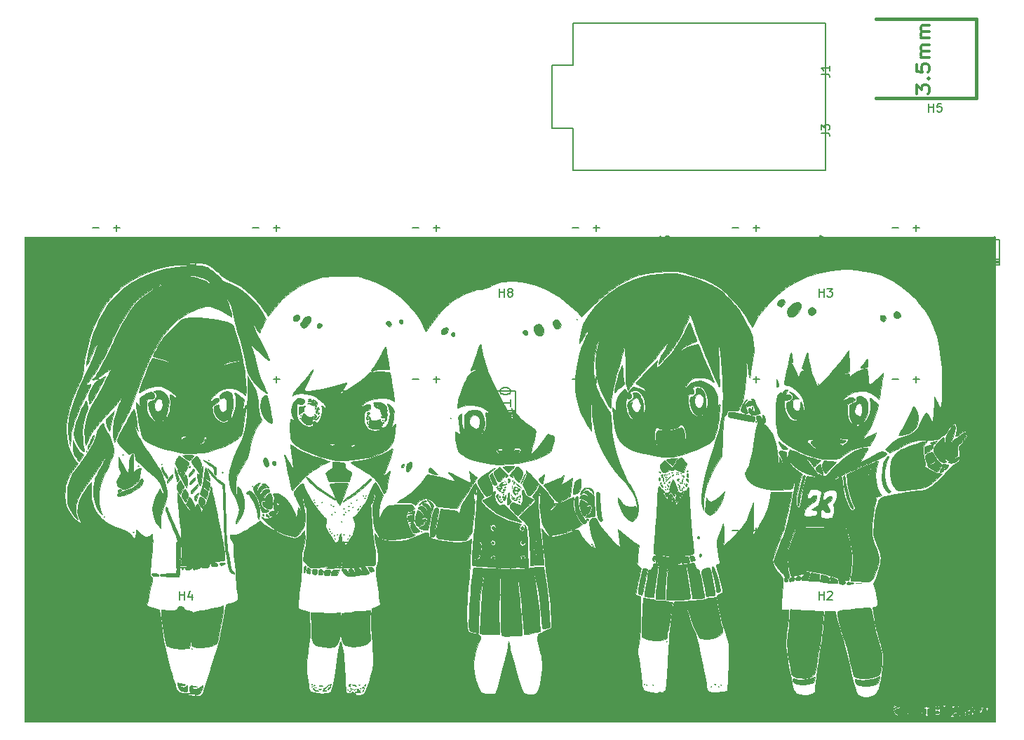
<source format=gbr>
G04 #@! TF.FileFunction,Legend,Top*
%FSLAX46Y46*%
G04 Gerber Fmt 4.6, Leading zero omitted, Abs format (unit mm)*
G04 Created by KiCad (PCBNEW 4.0.7) date 05/28/18 22:28:37*
%MOMM*%
%LPD*%
G01*
G04 APERTURE LIST*
%ADD10C,0.100000*%
%ADD11C,0.150000*%
%ADD12C,0.203200*%
%ADD13C,0.381000*%
%ADD14C,0.010000*%
%ADD15C,0.304800*%
G04 APERTURE END LIST*
D10*
D11*
X38524000Y-52716000D02*
X40724000Y-52716000D01*
X40724000Y-52916000D02*
X38524000Y-52916000D01*
X40624000Y-53116000D02*
X40724000Y-53116000D01*
X40724000Y-53116000D02*
X40624000Y-53116000D01*
X38524000Y-53116000D02*
X40624000Y-53116000D01*
D12*
X40767000Y-50292000D02*
X40767000Y-53340000D01*
X40767000Y-53340000D02*
X38481000Y-53340000D01*
X38481000Y-53340000D02*
X38481000Y-50292000D01*
X38481000Y-50292000D02*
X40767000Y-50292000D01*
D11*
X38524000Y-71004000D02*
X40724000Y-71004000D01*
X40724000Y-71204000D02*
X38524000Y-71204000D01*
X40624000Y-71404000D02*
X40724000Y-71404000D01*
X40724000Y-71404000D02*
X40624000Y-71404000D01*
X38524000Y-71404000D02*
X40624000Y-71404000D01*
D12*
X40767000Y-68580000D02*
X40767000Y-71628000D01*
X40767000Y-71628000D02*
X38481000Y-71628000D01*
X38481000Y-71628000D02*
X38481000Y-68580000D01*
X38481000Y-68580000D02*
X40767000Y-68580000D01*
D11*
X38524000Y-89292000D02*
X40724000Y-89292000D01*
X40724000Y-89492000D02*
X38524000Y-89492000D01*
X40624000Y-89692000D02*
X40724000Y-89692000D01*
X40724000Y-89692000D02*
X40624000Y-89692000D01*
X38524000Y-89692000D02*
X40624000Y-89692000D01*
D12*
X40767000Y-86868000D02*
X40767000Y-89916000D01*
X40767000Y-89916000D02*
X38481000Y-89916000D01*
X38481000Y-89916000D02*
X38481000Y-86868000D01*
X38481000Y-86868000D02*
X40767000Y-86868000D01*
D11*
X38524000Y-107580000D02*
X40724000Y-107580000D01*
X40724000Y-107780000D02*
X38524000Y-107780000D01*
X40624000Y-107980000D02*
X40724000Y-107980000D01*
X40724000Y-107980000D02*
X40624000Y-107980000D01*
X38524000Y-107980000D02*
X40624000Y-107980000D01*
D12*
X40767000Y-105156000D02*
X40767000Y-108204000D01*
X40767000Y-108204000D02*
X38481000Y-108204000D01*
X38481000Y-108204000D02*
X38481000Y-105156000D01*
X38481000Y-105156000D02*
X40767000Y-105156000D01*
D11*
X57828000Y-52716000D02*
X60028000Y-52716000D01*
X60028000Y-52916000D02*
X57828000Y-52916000D01*
X59928000Y-53116000D02*
X60028000Y-53116000D01*
X60028000Y-53116000D02*
X59928000Y-53116000D01*
X57828000Y-53116000D02*
X59928000Y-53116000D01*
D12*
X60071000Y-50292000D02*
X60071000Y-53340000D01*
X60071000Y-53340000D02*
X57785000Y-53340000D01*
X57785000Y-53340000D02*
X57785000Y-50292000D01*
X57785000Y-50292000D02*
X60071000Y-50292000D01*
D11*
X57828000Y-71004000D02*
X60028000Y-71004000D01*
X60028000Y-71204000D02*
X57828000Y-71204000D01*
X59928000Y-71404000D02*
X60028000Y-71404000D01*
X60028000Y-71404000D02*
X59928000Y-71404000D01*
X57828000Y-71404000D02*
X59928000Y-71404000D01*
D12*
X60071000Y-68580000D02*
X60071000Y-71628000D01*
X60071000Y-71628000D02*
X57785000Y-71628000D01*
X57785000Y-71628000D02*
X57785000Y-68580000D01*
X57785000Y-68580000D02*
X60071000Y-68580000D01*
D11*
X57828000Y-89292000D02*
X60028000Y-89292000D01*
X60028000Y-89492000D02*
X57828000Y-89492000D01*
X59928000Y-89692000D02*
X60028000Y-89692000D01*
X60028000Y-89692000D02*
X59928000Y-89692000D01*
X57828000Y-89692000D02*
X59928000Y-89692000D01*
D12*
X60071000Y-86868000D02*
X60071000Y-89916000D01*
X60071000Y-89916000D02*
X57785000Y-89916000D01*
X57785000Y-89916000D02*
X57785000Y-86868000D01*
X57785000Y-86868000D02*
X60071000Y-86868000D01*
D11*
X57828000Y-107580000D02*
X60028000Y-107580000D01*
X60028000Y-107780000D02*
X57828000Y-107780000D01*
X59928000Y-107980000D02*
X60028000Y-107980000D01*
X60028000Y-107980000D02*
X59928000Y-107980000D01*
X57828000Y-107980000D02*
X59928000Y-107980000D01*
D12*
X60071000Y-105156000D02*
X60071000Y-108204000D01*
X60071000Y-108204000D02*
X57785000Y-108204000D01*
X57785000Y-108204000D02*
X57785000Y-105156000D01*
X57785000Y-105156000D02*
X60071000Y-105156000D01*
D11*
X77132000Y-52716000D02*
X79332000Y-52716000D01*
X79332000Y-52916000D02*
X77132000Y-52916000D01*
X79232000Y-53116000D02*
X79332000Y-53116000D01*
X79332000Y-53116000D02*
X79232000Y-53116000D01*
X77132000Y-53116000D02*
X79232000Y-53116000D01*
D12*
X79375000Y-50292000D02*
X79375000Y-53340000D01*
X79375000Y-53340000D02*
X77089000Y-53340000D01*
X77089000Y-53340000D02*
X77089000Y-50292000D01*
X77089000Y-50292000D02*
X79375000Y-50292000D01*
D11*
X77132000Y-71004000D02*
X79332000Y-71004000D01*
X79332000Y-71204000D02*
X77132000Y-71204000D01*
X79232000Y-71404000D02*
X79332000Y-71404000D01*
X79332000Y-71404000D02*
X79232000Y-71404000D01*
X77132000Y-71404000D02*
X79232000Y-71404000D01*
D12*
X79375000Y-68580000D02*
X79375000Y-71628000D01*
X79375000Y-71628000D02*
X77089000Y-71628000D01*
X77089000Y-71628000D02*
X77089000Y-68580000D01*
X77089000Y-68580000D02*
X79375000Y-68580000D01*
D11*
X77132000Y-89292000D02*
X79332000Y-89292000D01*
X79332000Y-89492000D02*
X77132000Y-89492000D01*
X79232000Y-89692000D02*
X79332000Y-89692000D01*
X79332000Y-89692000D02*
X79232000Y-89692000D01*
X77132000Y-89692000D02*
X79232000Y-89692000D01*
D12*
X79375000Y-86868000D02*
X79375000Y-89916000D01*
X79375000Y-89916000D02*
X77089000Y-89916000D01*
X77089000Y-89916000D02*
X77089000Y-86868000D01*
X77089000Y-86868000D02*
X79375000Y-86868000D01*
D11*
X77132000Y-107580000D02*
X79332000Y-107580000D01*
X79332000Y-107780000D02*
X77132000Y-107780000D01*
X79232000Y-107980000D02*
X79332000Y-107980000D01*
X79332000Y-107980000D02*
X79232000Y-107980000D01*
X77132000Y-107980000D02*
X79232000Y-107980000D01*
D12*
X79375000Y-105156000D02*
X79375000Y-108204000D01*
X79375000Y-108204000D02*
X77089000Y-108204000D01*
X77089000Y-108204000D02*
X77089000Y-105156000D01*
X77089000Y-105156000D02*
X79375000Y-105156000D01*
D11*
X96436000Y-52716000D02*
X98636000Y-52716000D01*
X98636000Y-52916000D02*
X96436000Y-52916000D01*
X98536000Y-53116000D02*
X98636000Y-53116000D01*
X98636000Y-53116000D02*
X98536000Y-53116000D01*
X96436000Y-53116000D02*
X98536000Y-53116000D01*
D12*
X98679000Y-50292000D02*
X98679000Y-53340000D01*
X98679000Y-53340000D02*
X96393000Y-53340000D01*
X96393000Y-53340000D02*
X96393000Y-50292000D01*
X96393000Y-50292000D02*
X98679000Y-50292000D01*
D11*
X96436000Y-71004000D02*
X98636000Y-71004000D01*
X98636000Y-71204000D02*
X96436000Y-71204000D01*
X98536000Y-71404000D02*
X98636000Y-71404000D01*
X98636000Y-71404000D02*
X98536000Y-71404000D01*
X96436000Y-71404000D02*
X98536000Y-71404000D01*
D12*
X98679000Y-68580000D02*
X98679000Y-71628000D01*
X98679000Y-71628000D02*
X96393000Y-71628000D01*
X96393000Y-71628000D02*
X96393000Y-68580000D01*
X96393000Y-68580000D02*
X98679000Y-68580000D01*
D11*
X96436000Y-89292000D02*
X98636000Y-89292000D01*
X98636000Y-89492000D02*
X96436000Y-89492000D01*
X98536000Y-89692000D02*
X98636000Y-89692000D01*
X98636000Y-89692000D02*
X98536000Y-89692000D01*
X96436000Y-89692000D02*
X98536000Y-89692000D01*
D12*
X98679000Y-86868000D02*
X98679000Y-89916000D01*
X98679000Y-89916000D02*
X96393000Y-89916000D01*
X96393000Y-89916000D02*
X96393000Y-86868000D01*
X96393000Y-86868000D02*
X98679000Y-86868000D01*
D11*
X96436000Y-107580000D02*
X98636000Y-107580000D01*
X98636000Y-107780000D02*
X96436000Y-107780000D01*
X98536000Y-107980000D02*
X98636000Y-107980000D01*
X98636000Y-107980000D02*
X98536000Y-107980000D01*
X96436000Y-107980000D02*
X98536000Y-107980000D01*
D12*
X98679000Y-105156000D02*
X98679000Y-108204000D01*
X98679000Y-108204000D02*
X96393000Y-108204000D01*
X96393000Y-108204000D02*
X96393000Y-105156000D01*
X96393000Y-105156000D02*
X98679000Y-105156000D01*
D11*
X115740000Y-52716000D02*
X117940000Y-52716000D01*
X117940000Y-52916000D02*
X115740000Y-52916000D01*
X117840000Y-53116000D02*
X117940000Y-53116000D01*
X117940000Y-53116000D02*
X117840000Y-53116000D01*
X115740000Y-53116000D02*
X117840000Y-53116000D01*
D12*
X117983000Y-50292000D02*
X117983000Y-53340000D01*
X117983000Y-53340000D02*
X115697000Y-53340000D01*
X115697000Y-53340000D02*
X115697000Y-50292000D01*
X115697000Y-50292000D02*
X117983000Y-50292000D01*
D11*
X115740000Y-71004000D02*
X117940000Y-71004000D01*
X117940000Y-71204000D02*
X115740000Y-71204000D01*
X117840000Y-71404000D02*
X117940000Y-71404000D01*
X117940000Y-71404000D02*
X117840000Y-71404000D01*
X115740000Y-71404000D02*
X117840000Y-71404000D01*
D12*
X117983000Y-68580000D02*
X117983000Y-71628000D01*
X117983000Y-71628000D02*
X115697000Y-71628000D01*
X115697000Y-71628000D02*
X115697000Y-68580000D01*
X115697000Y-68580000D02*
X117983000Y-68580000D01*
D11*
X115740000Y-89292000D02*
X117940000Y-89292000D01*
X117940000Y-89492000D02*
X115740000Y-89492000D01*
X117840000Y-89692000D02*
X117940000Y-89692000D01*
X117940000Y-89692000D02*
X117840000Y-89692000D01*
X115740000Y-89692000D02*
X117840000Y-89692000D01*
D12*
X117983000Y-86868000D02*
X117983000Y-89916000D01*
X117983000Y-89916000D02*
X115697000Y-89916000D01*
X115697000Y-89916000D02*
X115697000Y-86868000D01*
X115697000Y-86868000D02*
X117983000Y-86868000D01*
D11*
X115740000Y-107580000D02*
X117940000Y-107580000D01*
X117940000Y-107780000D02*
X115740000Y-107780000D01*
X117840000Y-107980000D02*
X117940000Y-107980000D01*
X117940000Y-107980000D02*
X117840000Y-107980000D01*
X115740000Y-107980000D02*
X117840000Y-107980000D01*
D12*
X117983000Y-105156000D02*
X117983000Y-108204000D01*
X117983000Y-108204000D02*
X115697000Y-108204000D01*
X115697000Y-108204000D02*
X115697000Y-105156000D01*
X115697000Y-105156000D02*
X117983000Y-105156000D01*
D11*
X135552000Y-52716000D02*
X137752000Y-52716000D01*
X137752000Y-52916000D02*
X135552000Y-52916000D01*
X137652000Y-53116000D02*
X137752000Y-53116000D01*
X137752000Y-53116000D02*
X137652000Y-53116000D01*
X135552000Y-53116000D02*
X137652000Y-53116000D01*
D12*
X137795000Y-50292000D02*
X137795000Y-53340000D01*
X137795000Y-53340000D02*
X135509000Y-53340000D01*
X135509000Y-53340000D02*
X135509000Y-50292000D01*
X135509000Y-50292000D02*
X137795000Y-50292000D01*
D11*
X135044000Y-71004000D02*
X137244000Y-71004000D01*
X137244000Y-71204000D02*
X135044000Y-71204000D01*
X137144000Y-71404000D02*
X137244000Y-71404000D01*
X137244000Y-71404000D02*
X137144000Y-71404000D01*
X135044000Y-71404000D02*
X137144000Y-71404000D01*
D12*
X137287000Y-68580000D02*
X137287000Y-71628000D01*
X137287000Y-71628000D02*
X135001000Y-71628000D01*
X135001000Y-71628000D02*
X135001000Y-68580000D01*
X135001000Y-68580000D02*
X137287000Y-68580000D01*
D11*
X135044000Y-89292000D02*
X137244000Y-89292000D01*
X137244000Y-89492000D02*
X135044000Y-89492000D01*
X137144000Y-89692000D02*
X137244000Y-89692000D01*
X137244000Y-89692000D02*
X137144000Y-89692000D01*
X135044000Y-89692000D02*
X137144000Y-89692000D01*
D12*
X137287000Y-86868000D02*
X137287000Y-89916000D01*
X137287000Y-89916000D02*
X135001000Y-89916000D01*
X135001000Y-89916000D02*
X135001000Y-86868000D01*
X135001000Y-86868000D02*
X137287000Y-86868000D01*
D11*
X135044000Y-107580000D02*
X137244000Y-107580000D01*
X137244000Y-107780000D02*
X135044000Y-107780000D01*
X137144000Y-107980000D02*
X137244000Y-107980000D01*
X137244000Y-107980000D02*
X137144000Y-107980000D01*
X135044000Y-107980000D02*
X137144000Y-107980000D01*
D12*
X137287000Y-105156000D02*
X137287000Y-108204000D01*
X137287000Y-108204000D02*
X135001000Y-108204000D01*
X135001000Y-108204000D02*
X135001000Y-105156000D01*
X135001000Y-105156000D02*
X137287000Y-105156000D01*
D13*
X122936000Y-23647400D02*
X135001000Y-23647400D01*
X135001000Y-23647400D02*
X135001000Y-33248600D01*
X135001000Y-33248600D02*
X122936000Y-33248600D01*
D11*
X86360000Y-41910000D02*
X116840000Y-41910000D01*
X86360000Y-41910000D02*
X86360000Y-36830000D01*
X86360000Y-36830000D02*
X83820000Y-36830000D01*
X83820000Y-36830000D02*
X83820000Y-29210000D01*
X83820000Y-29210000D02*
X86360000Y-29210000D01*
X86360000Y-29210000D02*
X86360000Y-24130000D01*
X86360000Y-24130000D02*
X116840000Y-24130000D01*
X116840000Y-24130000D02*
X116840000Y-41910000D01*
D14*
G36*
X137355385Y-108555692D02*
X20124616Y-108555692D01*
X20124616Y-107949571D01*
X125295791Y-107949571D01*
X125442674Y-107959538D01*
X125714449Y-107907444D01*
X125779612Y-107871846D01*
X126804616Y-107871846D01*
X126840360Y-107952258D01*
X126869744Y-107936974D01*
X126871385Y-107920692D01*
X127000000Y-107920692D01*
X127048846Y-107969538D01*
X127097692Y-107920692D01*
X127293077Y-107920692D01*
X127341923Y-107969538D01*
X127390769Y-107920692D01*
X127341923Y-107871846D01*
X127293077Y-107920692D01*
X127097692Y-107920692D01*
X127048846Y-107871846D01*
X127000000Y-107920692D01*
X126871385Y-107920692D01*
X126881436Y-107821036D01*
X126876392Y-107814859D01*
X127691559Y-107814859D01*
X127709520Y-107941567D01*
X127742869Y-107943080D01*
X127766190Y-107812329D01*
X127750581Y-107755836D01*
X127729912Y-107738204D01*
X128273970Y-107738204D01*
X128327718Y-107726164D01*
X128454819Y-107606884D01*
X128612230Y-107430050D01*
X128756904Y-107245351D01*
X128845799Y-107102475D01*
X128856154Y-107066175D01*
X128800056Y-107082928D01*
X128657550Y-107216323D01*
X128563077Y-107319613D01*
X128387522Y-107537660D01*
X128285099Y-107700009D01*
X128273970Y-107738204D01*
X127729912Y-107738204D01*
X127707203Y-107718832D01*
X127691559Y-107814859D01*
X126876392Y-107814859D01*
X126869744Y-107806718D01*
X126811666Y-107820128D01*
X126804616Y-107871846D01*
X125779612Y-107871846D01*
X125882290Y-107815755D01*
X125976218Y-107727318D01*
X125933912Y-107733652D01*
X125742378Y-107807239D01*
X125494297Y-107877435D01*
X125304271Y-107926931D01*
X125295791Y-107949571D01*
X20124616Y-107949571D01*
X20124616Y-107579511D01*
X124857169Y-107579511D01*
X124881427Y-107630101D01*
X124936000Y-107700884D01*
X125078593Y-107852765D01*
X125142242Y-107852104D01*
X125143846Y-107834962D01*
X125077086Y-107753414D01*
X124972885Y-107664000D01*
X124857169Y-107579511D01*
X20124616Y-107579511D01*
X20124616Y-107285692D01*
X124768502Y-107285692D01*
X124783855Y-107424379D01*
X124817777Y-107407808D01*
X124830680Y-107207797D01*
X124817777Y-107163577D01*
X124782120Y-107151304D01*
X124768502Y-107285692D01*
X20124616Y-107285692D01*
X20124616Y-106970591D01*
X124864161Y-106970591D01*
X124870438Y-106981558D01*
X125005000Y-106870500D01*
X125255646Y-106744768D01*
X125493462Y-106707935D01*
X125778846Y-106716332D01*
X125494096Y-106801484D01*
X125201337Y-106945688D01*
X125066300Y-107176093D01*
X125047650Y-107354107D01*
X125115215Y-107550469D01*
X125278421Y-107702126D01*
X125473712Y-107774431D01*
X125637532Y-107732739D01*
X125670531Y-107693649D01*
X125631611Y-107632981D01*
X125577435Y-107626965D01*
X126583699Y-107626965D01*
X126596817Y-107674224D01*
X126731735Y-107621427D01*
X126859059Y-107537910D01*
X126867340Y-107529923D01*
X127683846Y-107529923D01*
X127732692Y-107578769D01*
X127781539Y-107529923D01*
X127732692Y-107481077D01*
X127683846Y-107529923D01*
X126867340Y-107529923D01*
X126985512Y-107415949D01*
X127130257Y-107415949D01*
X127143667Y-107474026D01*
X127195385Y-107481077D01*
X127275797Y-107445333D01*
X127268983Y-107432231D01*
X127488462Y-107432231D01*
X127537308Y-107481077D01*
X127586154Y-107432231D01*
X127537308Y-107383384D01*
X127488462Y-107432231D01*
X127268983Y-107432231D01*
X127260513Y-107415949D01*
X127144575Y-107404257D01*
X127130257Y-107415949D01*
X126985512Y-107415949D01*
X126985984Y-107415494D01*
X126999847Y-107350935D01*
X126899307Y-107370870D01*
X126724536Y-107486246D01*
X126720524Y-107489486D01*
X126583699Y-107626965D01*
X125577435Y-107626965D01*
X125518133Y-107620380D01*
X125301582Y-107550532D01*
X125230859Y-107481077D01*
X126023077Y-107481077D01*
X126058821Y-107561489D01*
X126088205Y-107546205D01*
X126099897Y-107430267D01*
X126088205Y-107415949D01*
X126030127Y-107429359D01*
X126023077Y-107481077D01*
X125230859Y-107481077D01*
X125205990Y-107456654D01*
X125157937Y-107236508D01*
X125236814Y-107090308D01*
X126023077Y-107090308D01*
X126058821Y-107170719D01*
X126070920Y-107164426D01*
X126710359Y-107164426D01*
X126755769Y-107176596D01*
X127128176Y-107212133D01*
X127573452Y-107192361D01*
X127879231Y-107144855D01*
X127859518Y-107130342D01*
X127679766Y-107119345D01*
X127375313Y-107113627D01*
X127244231Y-107113198D01*
X126899228Y-107119570D01*
X126716658Y-107137245D01*
X126710359Y-107164426D01*
X126070920Y-107164426D01*
X126088205Y-107155436D01*
X126099897Y-107039498D01*
X126088205Y-107025179D01*
X126030127Y-107038589D01*
X126023077Y-107090308D01*
X125236814Y-107090308D01*
X125260426Y-107046545D01*
X125471948Y-106952902D01*
X125522990Y-106951526D01*
X125687737Y-106921448D01*
X125730000Y-106867805D01*
X125804300Y-106818336D01*
X125900962Y-106835864D01*
X126002502Y-106861378D01*
X125949324Y-106801729D01*
X125882290Y-106748624D01*
X125870264Y-106743439D01*
X126517505Y-106743439D01*
X126659258Y-106831056D01*
X126956400Y-106883333D01*
X127249996Y-106894923D01*
X127594319Y-106887562D01*
X127784707Y-106857933D01*
X127827648Y-106822951D01*
X128221154Y-106822951D01*
X128563077Y-106883360D01*
X128791116Y-106943815D01*
X128895109Y-107061350D01*
X128934855Y-107304520D01*
X128935320Y-107310115D01*
X128940463Y-107552480D01*
X128881697Y-107660042D01*
X128739936Y-107689765D01*
X128514231Y-107703069D01*
X128734039Y-107745406D01*
X128906377Y-107822066D01*
X128955342Y-107903064D01*
X128983323Y-107963378D01*
X129028611Y-107910917D01*
X129180224Y-107780202D01*
X129246923Y-107747668D01*
X129326114Y-107701991D01*
X129217846Y-107684228D01*
X129216603Y-107684174D01*
X129100872Y-107641762D01*
X129062422Y-107494509D01*
X129070064Y-107310115D01*
X129102862Y-107104241D01*
X129159575Y-107104241D01*
X129188091Y-107168647D01*
X129198278Y-107188000D01*
X129314592Y-107360679D01*
X129478151Y-107557465D01*
X129633313Y-107715915D01*
X129720597Y-107774154D01*
X129696281Y-107710455D01*
X129574612Y-107552640D01*
X129534070Y-107505500D01*
X129310565Y-107251867D01*
X129228765Y-107163577D01*
X130028462Y-107163577D01*
X130032801Y-107479476D01*
X130062180Y-107647032D01*
X130141144Y-107713286D01*
X130294234Y-107725281D01*
X130321539Y-107725308D01*
X130486355Y-107716991D01*
X130573776Y-107660680D01*
X130608344Y-107509333D01*
X130614601Y-107215910D01*
X130614616Y-107163577D01*
X130610276Y-106847678D01*
X130580897Y-106680122D01*
X130501933Y-106613867D01*
X130348843Y-106601873D01*
X130321539Y-106601846D01*
X130156722Y-106610163D01*
X130069301Y-106666474D01*
X130034734Y-106817820D01*
X130028476Y-107111243D01*
X130028462Y-107163577D01*
X129228765Y-107163577D01*
X129193067Y-107125048D01*
X129159575Y-107104241D01*
X129102862Y-107104241D01*
X129109237Y-107064227D01*
X129211644Y-106945137D01*
X129437086Y-106884286D01*
X129442308Y-106883360D01*
X129784231Y-106822951D01*
X129417885Y-106810091D01*
X129159474Y-106774900D01*
X129050793Y-106680179D01*
X129040206Y-106626269D01*
X129032647Y-106559562D01*
X130833310Y-106559562D01*
X130883269Y-106573098D01*
X130999709Y-106611878D01*
X131065761Y-106702254D01*
X131095500Y-106889829D01*
X131103000Y-107220207D01*
X131103077Y-107285324D01*
X131094623Y-107652310D01*
X131062422Y-107867607D01*
X130996213Y-107974444D01*
X130932116Y-108005612D01*
X130837070Y-108040440D01*
X130929466Y-108038845D01*
X130956539Y-108036188D01*
X131061129Y-108002937D01*
X131081871Y-107969538D01*
X131850557Y-107969538D01*
X132282779Y-107956678D01*
X132536715Y-107946980D01*
X132607396Y-107932989D01*
X132506903Y-107906150D01*
X132386280Y-107883409D01*
X132173250Y-107836068D01*
X132127271Y-107779722D01*
X132222444Y-107674632D01*
X132239918Y-107658840D01*
X132291825Y-107631426D01*
X132770659Y-107631426D01*
X132869820Y-107766556D01*
X132917363Y-107816022D01*
X133082749Y-107953760D01*
X133153472Y-107948517D01*
X133154616Y-107935833D01*
X133090916Y-107853341D01*
X133050692Y-107814232D01*
X133565967Y-107814232D01*
X133592556Y-107920523D01*
X133616205Y-107909436D01*
X133764652Y-107783536D01*
X133948016Y-107721801D01*
X134092677Y-107738681D01*
X134131539Y-107808276D01*
X134073129Y-107968957D01*
X134031404Y-108002916D01*
X134009148Y-108033605D01*
X134055827Y-108027844D01*
X134141444Y-107919158D01*
X134199213Y-107661063D01*
X134206089Y-107586910D01*
X134426111Y-107586910D01*
X134442870Y-107838107D01*
X134485920Y-107995957D01*
X134493865Y-108006223D01*
X134650496Y-108055811D01*
X134843557Y-108015862D01*
X134966051Y-107911561D01*
X134971367Y-107893827D01*
X134966854Y-107837068D01*
X134946455Y-107869404D01*
X134818794Y-107953512D01*
X134709551Y-107969538D01*
X134553602Y-107906293D01*
X134514391Y-107767340D01*
X134585751Y-107628858D01*
X134742116Y-107567437D01*
X134888807Y-107554331D01*
X134847276Y-107528422D01*
X134766539Y-107507289D01*
X134643931Y-107450376D01*
X135360367Y-107450376D01*
X135377116Y-107442218D01*
X135468240Y-107454492D01*
X135511913Y-107638531D01*
X135515653Y-107695119D01*
X135527507Y-107890494D01*
X135539833Y-107908425D01*
X135560710Y-107741617D01*
X135570798Y-107645304D01*
X135605173Y-107411767D01*
X135659841Y-107339045D01*
X135763440Y-107392750D01*
X135774183Y-107401073D01*
X135885007Y-107480939D01*
X135856230Y-107425286D01*
X135809952Y-107365206D01*
X135731939Y-107175241D01*
X135788966Y-106998860D01*
X135820120Y-106921208D01*
X135994854Y-106921208D01*
X136074271Y-106952829D01*
X136109808Y-106962265D01*
X136224111Y-107045962D01*
X136274327Y-107248658D01*
X136280769Y-107432231D01*
X136259131Y-107722229D01*
X136182925Y-107867064D01*
X136109808Y-107902196D01*
X136039450Y-107937464D01*
X136162139Y-107957192D01*
X136183077Y-107958267D01*
X136326613Y-107952100D01*
X136357393Y-107920692D01*
X136573846Y-107920692D01*
X136622692Y-107969538D01*
X136671539Y-107920692D01*
X136622692Y-107871846D01*
X136573846Y-107920692D01*
X136357393Y-107920692D01*
X136393836Y-107883507D01*
X136406226Y-107703773D01*
X136393456Y-107481137D01*
X136381015Y-107190955D01*
X136409441Y-107043978D01*
X136498607Y-106989161D01*
X136588841Y-106979311D01*
X136750520Y-106966943D01*
X136720149Y-106948018D01*
X136598269Y-106923671D01*
X136408234Y-106806998D01*
X136365158Y-106668321D01*
X136352563Y-106518800D01*
X136332900Y-106557592D01*
X136309517Y-106675115D01*
X136213541Y-106851979D01*
X136103013Y-106906255D01*
X135994854Y-106921208D01*
X135820120Y-106921208D01*
X135843556Y-106862794D01*
X135778271Y-106811707D01*
X135575937Y-106810535D01*
X135395363Y-106825644D01*
X135404330Y-106850092D01*
X135474808Y-106866175D01*
X135646143Y-106921765D01*
X135694616Y-106968690D01*
X135635275Y-107075003D01*
X135490811Y-107252959D01*
X135474808Y-107270726D01*
X135361403Y-107410984D01*
X135360367Y-107450376D01*
X134643931Y-107450376D01*
X134571055Y-107416548D01*
X134499381Y-107347660D01*
X134453295Y-107357856D01*
X134427786Y-107520696D01*
X134426111Y-107586910D01*
X134206089Y-107586910D01*
X134210430Y-107540100D01*
X134238687Y-107104656D01*
X134482560Y-107104656D01*
X134484387Y-107107984D01*
X134591737Y-107159300D01*
X134777014Y-107187256D01*
X134947245Y-107184388D01*
X135010769Y-107150242D01*
X134926313Y-107111195D01*
X134723216Y-107070280D01*
X134722852Y-107070226D01*
X134537403Y-107063377D01*
X134482560Y-107104656D01*
X134238687Y-107104656D01*
X134240476Y-107077090D01*
X133917353Y-107108122D01*
X133717480Y-107140974D01*
X133618694Y-107226716D01*
X133578609Y-107422350D01*
X133567358Y-107578769D01*
X133565967Y-107814232D01*
X133050692Y-107814232D01*
X132959231Y-107725308D01*
X132804122Y-107609749D01*
X132770659Y-107631426D01*
X132291825Y-107631426D01*
X132448948Y-107548444D01*
X132752474Y-107469913D01*
X132861715Y-107456100D01*
X132974869Y-107438859D01*
X132909607Y-107425016D01*
X132682893Y-107416606D01*
X132519616Y-107415089D01*
X132198729Y-107418458D01*
X132009151Y-107429532D01*
X131977415Y-107446241D01*
X132016755Y-107454324D01*
X132295433Y-107495989D01*
X132072995Y-107732764D01*
X131850557Y-107969538D01*
X131081871Y-107969538D01*
X131124417Y-107901033D01*
X131160128Y-107687732D01*
X131181305Y-107336229D01*
X131199640Y-107122872D01*
X132014872Y-107122872D01*
X132028282Y-107180950D01*
X132080000Y-107188000D01*
X132160412Y-107152256D01*
X132145128Y-107122872D01*
X132307949Y-107122872D01*
X132321359Y-107180950D01*
X132373077Y-107188000D01*
X132453489Y-107152256D01*
X132446675Y-107139154D01*
X132568462Y-107139154D01*
X132617308Y-107188000D01*
X132666154Y-107139154D01*
X132763846Y-107139154D01*
X132812692Y-107188000D01*
X132861539Y-107139154D01*
X132959231Y-107139154D01*
X133008077Y-107188000D01*
X133056923Y-107139154D01*
X133008077Y-107090308D01*
X132959231Y-107139154D01*
X132861539Y-107139154D01*
X132812692Y-107090308D01*
X132763846Y-107139154D01*
X132666154Y-107139154D01*
X132617308Y-107090308D01*
X132568462Y-107139154D01*
X132446675Y-107139154D01*
X132438205Y-107122872D01*
X132322267Y-107111180D01*
X132307949Y-107122872D01*
X132145128Y-107122872D01*
X132029190Y-107111180D01*
X132014872Y-107122872D01*
X131199640Y-107122872D01*
X131213041Y-106966936D01*
X131218842Y-106938018D01*
X133548492Y-106938018D01*
X133593592Y-106943492D01*
X133688816Y-106840326D01*
X133784002Y-106686674D01*
X134054416Y-106686674D01*
X134085336Y-106847710D01*
X134144054Y-106904725D01*
X134281788Y-106980410D01*
X134295195Y-106932753D01*
X134216299Y-106773068D01*
X134198070Y-106748384D01*
X134424616Y-106748384D01*
X134505968Y-106827799D01*
X134668846Y-106821141D01*
X134851775Y-106777329D01*
X134913077Y-106748384D01*
X134830230Y-106713022D01*
X134668846Y-106675628D01*
X134474667Y-106678295D01*
X134424616Y-106748384D01*
X134198070Y-106748384D01*
X134116438Y-106637848D01*
X134054623Y-106686057D01*
X134054416Y-106686674D01*
X133784002Y-106686674D01*
X133801846Y-106657870D01*
X133820785Y-106601846D01*
X135499231Y-106601846D01*
X135534975Y-106682258D01*
X135564359Y-106666974D01*
X135576051Y-106551036D01*
X135564359Y-106536718D01*
X135506281Y-106550128D01*
X135499231Y-106601846D01*
X133820785Y-106601846D01*
X133835355Y-106558751D01*
X133790255Y-106553277D01*
X133695030Y-106656443D01*
X133582000Y-106838898D01*
X133548492Y-106938018D01*
X131218842Y-106938018D01*
X131262195Y-106721908D01*
X131816284Y-106721908D01*
X131859025Y-106752576D01*
X131982308Y-106790583D01*
X132242433Y-106836242D01*
X132383902Y-106799586D01*
X132380676Y-106752062D01*
X132652055Y-106752062D01*
X132741948Y-106824328D01*
X132968101Y-106822818D01*
X133038816Y-106809825D01*
X133210740Y-106767955D01*
X133200309Y-106741584D01*
X133081346Y-106720092D01*
X132909597Y-106657625D01*
X132861539Y-106591200D01*
X132805604Y-106566587D01*
X132725811Y-106622417D01*
X132652055Y-106752062D01*
X132380676Y-106752062D01*
X132376610Y-106692179D01*
X132344302Y-106651535D01*
X132232144Y-106584282D01*
X132193974Y-106611471D01*
X132082417Y-106685986D01*
X131949744Y-106709276D01*
X131816284Y-106721908D01*
X131262195Y-106721908D01*
X131267018Y-106697868D01*
X131327843Y-106581620D01*
X131317734Y-106538689D01*
X131154114Y-106518509D01*
X131054231Y-106518954D01*
X130860988Y-106534245D01*
X130833310Y-106559562D01*
X129032647Y-106559562D01*
X129026561Y-106505869D01*
X128997724Y-106575243D01*
X128984197Y-106626269D01*
X128872764Y-106756418D01*
X128609024Y-106808839D01*
X128580337Y-106810091D01*
X128221154Y-106822951D01*
X127827648Y-106822951D01*
X127862302Y-106794721D01*
X127871518Y-106723961D01*
X127846499Y-106631385D01*
X127814531Y-106675115D01*
X127700969Y-106743724D01*
X127468349Y-106785719D01*
X127179780Y-106800675D01*
X126898373Y-106788166D01*
X126687238Y-106747764D01*
X126609231Y-106683256D01*
X126573125Y-106614183D01*
X126550602Y-106627910D01*
X126517505Y-106743439D01*
X125870264Y-106743439D01*
X125573310Y-106615410D01*
X125250478Y-106643200D01*
X124988026Y-106821654D01*
X124864161Y-106970591D01*
X20124616Y-106970591D01*
X20124616Y-81286538D01*
X24959243Y-81286538D01*
X25010112Y-81906834D01*
X25175435Y-82488750D01*
X25469912Y-83088553D01*
X25801868Y-83609610D01*
X26004259Y-83857513D01*
X26270698Y-84122932D01*
X26553815Y-84365508D01*
X26806243Y-84544881D01*
X26980614Y-84620691D01*
X26988975Y-84621077D01*
X26995719Y-84552983D01*
X26904545Y-84384611D01*
X26872682Y-84338248D01*
X26626376Y-83837231D01*
X26509778Y-83234327D01*
X26531641Y-82581090D01*
X26552667Y-82452859D01*
X26743785Y-81766532D01*
X27068694Y-81088542D01*
X27547351Y-80379152D01*
X27678760Y-80210543D01*
X28184231Y-79576168D01*
X28184231Y-80706507D01*
X28188773Y-81218505D01*
X28208683Y-81594959D01*
X28253386Y-81895620D01*
X28332305Y-82180237D01*
X28454866Y-82508562D01*
X28477308Y-82564556D01*
X28890995Y-83334794D01*
X29466091Y-84008650D01*
X30186921Y-84572299D01*
X31037807Y-85011919D01*
X31408077Y-85148950D01*
X32074919Y-85394017D01*
X32574765Y-85635104D01*
X32935008Y-85887927D01*
X33181986Y-86166633D01*
X33398595Y-86488060D01*
X33501830Y-86116299D01*
X33570754Y-85808513D01*
X33604845Y-85539604D01*
X33605609Y-85509744D01*
X33613770Y-85376888D01*
X33661187Y-85355854D01*
X33783556Y-85457278D01*
X33933519Y-85607437D01*
X34201844Y-85851553D01*
X34476582Y-86059552D01*
X34552687Y-86107055D01*
X34753710Y-86207590D01*
X34910098Y-86215663D01*
X35115567Y-86128411D01*
X35192796Y-86087507D01*
X35541102Y-85900826D01*
X35585772Y-86359990D01*
X35597542Y-86696158D01*
X35584957Y-87129946D01*
X35552192Y-87551846D01*
X35512831Y-87940260D01*
X35463513Y-88456123D01*
X35410540Y-89032177D01*
X35360233Y-89600913D01*
X35315836Y-90130553D01*
X35291236Y-90499278D01*
X35288311Y-90740734D01*
X35308940Y-90888566D01*
X35355001Y-90976420D01*
X35428373Y-91037942D01*
X35440932Y-91046369D01*
X35531212Y-91114025D01*
X35576695Y-91195867D01*
X35576040Y-91333769D01*
X35527907Y-91569605D01*
X35430956Y-91945247D01*
X35409592Y-92025764D01*
X35307130Y-92433212D01*
X35201051Y-92891019D01*
X35099430Y-93359337D01*
X35010343Y-93798321D01*
X34941866Y-94168124D01*
X34902076Y-94428899D01*
X34899048Y-94540802D01*
X34899702Y-94541528D01*
X35012760Y-94590936D01*
X35250831Y-94672942D01*
X35550727Y-94767652D01*
X35849260Y-94855168D01*
X36083243Y-94915597D01*
X36097911Y-94918800D01*
X36391591Y-94981522D01*
X36617431Y-96713030D01*
X36928207Y-98722998D01*
X37320316Y-100625497D01*
X37786412Y-102385874D01*
X37895750Y-102743000D01*
X38040915Y-103208470D01*
X38185103Y-103676379D01*
X38303283Y-104065350D01*
X38331425Y-104159538D01*
X38451800Y-104539540D01*
X38565958Y-104776390D01*
X38719033Y-104915454D01*
X38956162Y-105002097D01*
X39230111Y-105062798D01*
X39562830Y-105146503D01*
X39826226Y-105240545D01*
X39938709Y-105305599D01*
X40116460Y-105377569D01*
X40445591Y-105420418D01*
X40736703Y-105429538D01*
X41092592Y-105424992D01*
X41310086Y-105396763D01*
X41446166Y-105322962D01*
X41557814Y-105181702D01*
X41613833Y-105092616D01*
X41711751Y-104883829D01*
X41846185Y-104527331D01*
X42002991Y-104064112D01*
X42168028Y-103535167D01*
X42262626Y-103212039D01*
X42455947Y-102550060D01*
X42676247Y-101820298D01*
X42899194Y-101101995D01*
X43100452Y-100474391D01*
X43141668Y-100349538D01*
X43401285Y-99501132D01*
X43638771Y-98576766D01*
X43862258Y-97540792D01*
X44079881Y-96357559D01*
X44155759Y-95904538D01*
X44255669Y-95310202D01*
X44336582Y-94882244D01*
X44407742Y-94593708D01*
X44478396Y-94417641D01*
X44557788Y-94327087D01*
X44655164Y-94295091D01*
X44708639Y-94292615D01*
X44975074Y-94252247D01*
X45284636Y-94149100D01*
X45580958Y-94010110D01*
X45807669Y-93862213D01*
X45908403Y-93732344D01*
X45909335Y-93718854D01*
X45894772Y-93566880D01*
X45859133Y-93262256D01*
X45807418Y-92845972D01*
X45744626Y-92359014D01*
X45729109Y-92241077D01*
X45670901Y-91749978D01*
X45633089Y-91325686D01*
X45618217Y-91007067D01*
X45628827Y-90832983D01*
X45635883Y-90816437D01*
X45655751Y-90676557D01*
X45636378Y-90399494D01*
X45582185Y-90038506D01*
X45562884Y-89937206D01*
X45496065Y-89508565D01*
X45437706Y-88964514D01*
X45395379Y-88385024D01*
X45379253Y-87997587D01*
X45361288Y-87479612D01*
X45335149Y-87123664D01*
X45295881Y-86896411D01*
X45238530Y-86764524D01*
X45188407Y-86713559D01*
X45061514Y-86539155D01*
X44976219Y-86279369D01*
X44974266Y-86267819D01*
X44921289Y-85939923D01*
X45491606Y-85925813D01*
X45666254Y-85921810D01*
X45812576Y-85911469D01*
X45954010Y-85882697D01*
X46113991Y-85823401D01*
X46315955Y-85721488D01*
X46583340Y-85564867D01*
X46939580Y-85341443D01*
X47408113Y-85039125D01*
X48012374Y-84645820D01*
X48165349Y-84546210D01*
X48608005Y-84258042D01*
X49044580Y-84646259D01*
X49653843Y-85111976D01*
X50387048Y-85551745D01*
X51173203Y-85926378D01*
X51749287Y-86139261D01*
X52301034Y-86292330D01*
X52720836Y-86345231D01*
X53048351Y-86291219D01*
X53323238Y-86123547D01*
X53585154Y-85835470D01*
X53592621Y-85825691D01*
X53902543Y-85418383D01*
X53956413Y-85820013D01*
X53964081Y-86288547D01*
X53886205Y-86898716D01*
X53727236Y-87618730D01*
X53679794Y-87796077D01*
X53611901Y-88180087D01*
X53568679Y-88742417D01*
X53551181Y-89467433D01*
X53551072Y-89706659D01*
X53545729Y-90266585D01*
X53526898Y-90805202D01*
X53497359Y-91268889D01*
X53459891Y-91604025D01*
X53449799Y-91660505D01*
X53396495Y-91983464D01*
X53336520Y-92438226D01*
X53275875Y-92967032D01*
X53220557Y-93512118D01*
X53176566Y-94015722D01*
X53149900Y-94420084D01*
X53144697Y-94598263D01*
X53174432Y-94760840D01*
X53285561Y-94887876D01*
X53510793Y-94999213D01*
X53882837Y-95114693D01*
X54082368Y-95167071D01*
X54482812Y-95269127D01*
X54545901Y-96221833D01*
X54588892Y-96985357D01*
X54604131Y-97607968D01*
X54590185Y-98142352D01*
X54545623Y-98641201D01*
X54469011Y-99157203D01*
X54465557Y-99177231D01*
X54330304Y-100006685D01*
X54239935Y-100699358D01*
X54191889Y-101308003D01*
X54183606Y-101885377D01*
X54212525Y-102484234D01*
X54273505Y-103133769D01*
X54333780Y-103646300D01*
X54395457Y-104102417D01*
X54452272Y-104460093D01*
X54497962Y-104677302D01*
X54508052Y-104707573D01*
X54680850Y-104883669D01*
X55022239Y-105017928D01*
X55508711Y-105104213D01*
X56116763Y-105136383D01*
X56150462Y-105136461D01*
X56494997Y-105127850D01*
X56758638Y-105085616D01*
X56958721Y-104985156D01*
X57112580Y-104801869D01*
X57237551Y-104511154D01*
X57350969Y-104088407D01*
X57470168Y-103509029D01*
X57533479Y-103173690D01*
X57645766Y-102531004D01*
X57754299Y-101837536D01*
X57847946Y-101169073D01*
X57915580Y-100601406D01*
X57924803Y-100508772D01*
X57979642Y-100027841D01*
X58045176Y-99597097D01*
X58112825Y-99266270D01*
X58168943Y-99094056D01*
X58302605Y-98838952D01*
X58418052Y-99267687D01*
X58506395Y-99629288D01*
X58579213Y-100012829D01*
X58639880Y-100449671D01*
X58691768Y-100971174D01*
X58738251Y-101608702D01*
X58782703Y-102393614D01*
X58806580Y-102879847D01*
X58836829Y-103496565D01*
X58865765Y-104043215D01*
X58891697Y-104491173D01*
X58912933Y-104811819D01*
X58927785Y-104976530D01*
X58931335Y-104992231D01*
X59239803Y-105157961D01*
X59672260Y-105274690D01*
X60161355Y-105332964D01*
X60639735Y-105323333D01*
X60927545Y-105272372D01*
X61090375Y-105139339D01*
X61276425Y-104833262D01*
X61478072Y-104374032D01*
X61687692Y-103781541D01*
X61897664Y-103075680D01*
X62100363Y-102276341D01*
X62137598Y-102114781D01*
X62186855Y-101744440D01*
X62208640Y-101212545D01*
X62203838Y-100550859D01*
X62173335Y-99791142D01*
X62118017Y-98965158D01*
X62038770Y-98104668D01*
X62021224Y-97941202D01*
X61968640Y-97184513D01*
X61962822Y-96372399D01*
X61983504Y-95904494D01*
X62054725Y-94859584D01*
X62539241Y-94658228D01*
X63023757Y-94456873D01*
X62961279Y-93813013D01*
X62920884Y-93458711D01*
X62857711Y-92976250D01*
X62780568Y-92430287D01*
X62702020Y-91909503D01*
X62612785Y-91293989D01*
X62564710Y-90816801D01*
X62558127Y-90425194D01*
X62593366Y-90066423D01*
X62670756Y-89687743D01*
X62717065Y-89505692D01*
X62781064Y-89034597D01*
X62768853Y-88436963D01*
X62683656Y-87764760D01*
X62577704Y-87258769D01*
X62488045Y-86828737D01*
X62414114Y-86364135D01*
X62392950Y-86184154D01*
X62367013Y-85885910D01*
X62371559Y-85754586D01*
X62414669Y-85763005D01*
X62488893Y-85861497D01*
X62741924Y-86185144D01*
X63006469Y-86414052D01*
X63326317Y-86567988D01*
X63745253Y-86666722D01*
X64307067Y-86730022D01*
X64434185Y-86739718D01*
X65332539Y-86744799D01*
X66173069Y-86614302D01*
X67018880Y-86335590D01*
X67476484Y-86130431D01*
X67882688Y-85945526D01*
X68248220Y-85799720D01*
X68522347Y-85712226D01*
X68624369Y-85695692D01*
X68803668Y-85727587D01*
X68867853Y-85863077D01*
X68873077Y-85980638D01*
X68886632Y-86133974D01*
X68954566Y-86239747D01*
X69117783Y-86327891D01*
X69417187Y-86428338D01*
X69532500Y-86463196D01*
X70146932Y-86618485D01*
X70810769Y-86737002D01*
X71489130Y-86817452D01*
X72147137Y-86858542D01*
X72749911Y-86858974D01*
X73262572Y-86817456D01*
X73650241Y-86732691D01*
X73857573Y-86623769D01*
X74075521Y-86428384D01*
X74005406Y-87471118D01*
X73970434Y-88036880D01*
X73936944Y-88656914D01*
X73910363Y-89227953D01*
X73902687Y-89424964D01*
X73877531Y-89890279D01*
X73833555Y-90473031D01*
X73777083Y-91096900D01*
X73717988Y-91654923D01*
X73637593Y-92451250D01*
X73573925Y-93283519D01*
X73527775Y-94118713D01*
X73499936Y-94923816D01*
X73491201Y-95665815D01*
X73502362Y-96311692D01*
X73534212Y-96828432D01*
X73585500Y-97174538D01*
X73724282Y-97760692D01*
X74383694Y-97858384D01*
X74791045Y-97933521D01*
X75040240Y-98035868D01*
X75147594Y-98199439D01*
X75129420Y-98458246D01*
X75002030Y-98846305D01*
X74937222Y-99012512D01*
X74673230Y-99722203D01*
X74496311Y-100323509D01*
X74394794Y-100876644D01*
X74357009Y-101441820D01*
X74365610Y-101961461D01*
X74412353Y-102583519D01*
X74505427Y-103128014D01*
X74665283Y-103704940D01*
X74722249Y-103879645D01*
X74905277Y-104399531D01*
X75069677Y-104759772D01*
X75248349Y-104989189D01*
X75474192Y-105116607D01*
X75780106Y-105170846D01*
X76198989Y-105180731D01*
X76207314Y-105180683D01*
X76575790Y-105171914D01*
X76863204Y-105152824D01*
X77018293Y-105127152D01*
X77029853Y-105120711D01*
X77071445Y-105011598D01*
X77150347Y-104746242D01*
X77257229Y-104358137D01*
X77382763Y-103880776D01*
X77463958Y-103562259D01*
X77624576Y-102927812D01*
X77798151Y-102247097D01*
X77965970Y-101593222D01*
X78109315Y-101039297D01*
X78136340Y-100935692D01*
X78261630Y-100437574D01*
X78374190Y-99956163D01*
X78460208Y-99552507D01*
X78501043Y-99323769D01*
X78572124Y-98835308D01*
X78692075Y-99522697D01*
X78766631Y-99876436D01*
X78885726Y-100357755D01*
X79034090Y-100908226D01*
X79196455Y-101469420D01*
X79228176Y-101574235D01*
X79407160Y-102168841D01*
X79593090Y-102799858D01*
X79764835Y-103394796D01*
X79901261Y-103881165D01*
X79909573Y-103911589D01*
X80069651Y-104447384D01*
X80226957Y-104819502D01*
X80410059Y-105057119D01*
X80647527Y-105189413D01*
X80967929Y-105245562D01*
X81224950Y-105254969D01*
X81559770Y-105240909D01*
X81805421Y-105172137D01*
X81987936Y-105019230D01*
X82133347Y-104752766D01*
X82267687Y-104343321D01*
X82367012Y-103964154D01*
X82493525Y-103379469D01*
X82566626Y-102818879D01*
X82596613Y-102191246D01*
X82598846Y-101912615D01*
X82592210Y-101386661D01*
X82565023Y-100966297D01*
X82506370Y-100577756D01*
X82405332Y-100147270D01*
X82262648Y-99640813D01*
X82102963Y-99066400D01*
X82014781Y-98642207D01*
X82004023Y-98334405D01*
X82076612Y-98109162D01*
X82238472Y-97932649D01*
X82495526Y-97771036D01*
X82599528Y-97716598D01*
X82940496Y-97551536D01*
X83266703Y-97407919D01*
X83404808Y-97353986D01*
X83722308Y-97240356D01*
X83722308Y-96464019D01*
X83707327Y-95937096D01*
X83665102Y-95259534D01*
X83599712Y-94473550D01*
X83515234Y-93621363D01*
X83415746Y-92745191D01*
X83305325Y-91887252D01*
X83228617Y-91352687D01*
X83151049Y-90822868D01*
X83081692Y-90323458D01*
X83027470Y-89906071D01*
X82995303Y-89622318D01*
X82992788Y-89594226D01*
X82968070Y-89333713D01*
X82926522Y-88931442D01*
X82873683Y-88439750D01*
X82815094Y-87910980D01*
X82807646Y-87844923D01*
X82745214Y-87283024D01*
X82684518Y-86720435D01*
X82632387Y-86221462D01*
X82595655Y-85850414D01*
X82594890Y-85842231D01*
X82531135Y-85158384D01*
X82987759Y-85671269D01*
X83235153Y-85940368D01*
X83417301Y-86093764D01*
X83596314Y-86163928D01*
X83834303Y-86183331D01*
X83968830Y-86184154D01*
X84304076Y-86146068D01*
X84774048Y-86040333D01*
X85335411Y-85879727D01*
X85944829Y-85677030D01*
X86558967Y-85445022D01*
X86769380Y-85358258D01*
X86885626Y-85356479D01*
X87007714Y-85474516D01*
X87163911Y-85741838D01*
X87194454Y-85801416D01*
X87449533Y-86207547D01*
X87800755Y-86640551D01*
X88196192Y-87045401D01*
X88583916Y-87367069D01*
X88798159Y-87500854D01*
X89007706Y-87603954D01*
X89084543Y-87612979D01*
X89068245Y-87526012D01*
X89054025Y-87488450D01*
X88849853Y-86907747D01*
X88662417Y-86279059D01*
X88504349Y-85654275D01*
X88388279Y-85085282D01*
X88326838Y-84623968D01*
X88320361Y-84474538D01*
X88408810Y-84175614D01*
X88654550Y-83964412D01*
X88819347Y-83904558D01*
X88960183Y-83884105D01*
X89070449Y-83928276D01*
X89183817Y-84070400D01*
X89333954Y-84343805D01*
X89405501Y-84484783D01*
X89707781Y-84988230D01*
X90132832Y-85560848D01*
X90644075Y-86158746D01*
X91204931Y-86738032D01*
X91551326Y-87059552D01*
X92102267Y-87548241D01*
X92023231Y-87183697D01*
X91975900Y-86906473D01*
X91924487Y-86513976D01*
X91879289Y-86085789D01*
X91874933Y-86037615D01*
X91805672Y-85256077D01*
X92379952Y-85795124D01*
X92769395Y-86132631D01*
X93225682Y-86487627D01*
X93625483Y-86766805D01*
X94296735Y-87199440D01*
X94235714Y-87790835D01*
X94168477Y-88455686D01*
X94122408Y-88950111D01*
X94096353Y-89297791D01*
X94089156Y-89522405D01*
X94099663Y-89647633D01*
X94126719Y-89697156D01*
X94142544Y-89701077D01*
X94290141Y-89753711D01*
X94408233Y-89827212D01*
X94490165Y-89900556D01*
X94526203Y-89997433D01*
X94515037Y-90162222D01*
X94455356Y-90439299D01*
X94381457Y-90733833D01*
X94265496Y-91229498D01*
X94147436Y-91801101D01*
X94051472Y-92330974D01*
X94045665Y-92366844D01*
X93909149Y-93219369D01*
X94213228Y-93298644D01*
X94517308Y-93377919D01*
X94505834Y-95618152D01*
X94498376Y-96424037D01*
X94483529Y-97073135D01*
X94458797Y-97603982D01*
X94421689Y-98055116D01*
X94369708Y-98465073D01*
X94300361Y-98872388D01*
X94292558Y-98913503D01*
X94206383Y-99375953D01*
X94155700Y-99718325D01*
X94139930Y-100006190D01*
X94158498Y-100305118D01*
X94210828Y-100680679D01*
X94273665Y-101062734D01*
X94364703Y-101640791D01*
X94456401Y-102279089D01*
X94534616Y-102877013D01*
X94564735Y-103133769D01*
X94630396Y-103719820D01*
X94682706Y-104141601D01*
X94729897Y-104429030D01*
X94780202Y-104612026D01*
X94841857Y-104720507D01*
X94923094Y-104784392D01*
X95032147Y-104833599D01*
X95032581Y-104833778D01*
X95391621Y-104935851D01*
X95864075Y-105010138D01*
X96369064Y-105049443D01*
X96825704Y-105046570D01*
X97074153Y-105015422D01*
X97328711Y-104957842D01*
X97480076Y-104917259D01*
X97498213Y-104908742D01*
X97507151Y-104811106D01*
X97531114Y-104550852D01*
X97567158Y-104159921D01*
X97612338Y-103670251D01*
X97652843Y-103231461D01*
X97707861Y-102569107D01*
X97763434Y-101783122D01*
X97815068Y-100945196D01*
X97858269Y-100127017D01*
X97882489Y-99568000D01*
X97915273Y-98940751D01*
X97966832Y-98240599D01*
X98033233Y-97501071D01*
X98110539Y-96755696D01*
X98194817Y-96038001D01*
X98282132Y-95381515D01*
X98368549Y-94819766D01*
X98450133Y-94386281D01*
X98522256Y-94116458D01*
X98635908Y-94038506D01*
X98913649Y-94003764D01*
X99181043Y-94002767D01*
X99539906Y-93999649D01*
X99990401Y-93979479D01*
X100491659Y-93946039D01*
X101002808Y-93903109D01*
X101482980Y-93854472D01*
X101891303Y-93803907D01*
X102186907Y-93755197D01*
X102328922Y-93712122D01*
X102329772Y-93711460D01*
X102475357Y-93657795D01*
X102749895Y-93601429D01*
X103019591Y-93563693D01*
X103608796Y-93496853D01*
X103826171Y-94847234D01*
X103924030Y-95410788D01*
X104033893Y-95972159D01*
X104142918Y-96469569D01*
X104238266Y-96841245D01*
X104246180Y-96867882D01*
X104340179Y-97235134D01*
X104392653Y-97556464D01*
X104392388Y-97762942D01*
X104392034Y-97764383D01*
X104245903Y-97983577D01*
X103949191Y-98186569D01*
X103546683Y-98359785D01*
X103083166Y-98489653D01*
X102603425Y-98562597D01*
X102152246Y-98565046D01*
X101893077Y-98521768D01*
X101696202Y-98448086D01*
X101541713Y-98318480D01*
X101388756Y-98087908D01*
X101241444Y-97803337D01*
X101041305Y-97359018D01*
X100844863Y-96861978D01*
X100729121Y-96526224D01*
X100605653Y-96158176D01*
X100452656Y-95741565D01*
X100285528Y-95313487D01*
X100119670Y-94911037D01*
X99970480Y-94571310D01*
X99853357Y-94331401D01*
X99783702Y-94228406D01*
X99775305Y-94228592D01*
X99787836Y-94333483D01*
X99862805Y-94564951D01*
X99972110Y-94843759D01*
X100125367Y-95241167D01*
X100291422Y-95719830D01*
X100426049Y-96148769D01*
X100581062Y-96625163D01*
X100778082Y-97158514D01*
X100966218Y-97614154D01*
X101131787Y-98016696D01*
X101269227Y-98405702D01*
X101352145Y-98705515D01*
X101358163Y-98737615D01*
X101398964Y-98952478D01*
X101473902Y-99321943D01*
X101575419Y-99809729D01*
X101695953Y-100379556D01*
X101827944Y-100995143D01*
X101846760Y-101082231D01*
X101986688Y-101746311D01*
X102120545Y-102412659D01*
X102239075Y-103032864D01*
X102333024Y-103558518D01*
X102392495Y-103936530D01*
X102453497Y-104359739D01*
X102507310Y-104630084D01*
X102570840Y-104788593D01*
X102660994Y-104876295D01*
X102794679Y-104934220D01*
X102805118Y-104937876D01*
X103220905Y-105015923D01*
X103751465Y-105015796D01*
X104333031Y-104938675D01*
X104481923Y-104906808D01*
X104970385Y-104793603D01*
X105053590Y-103426378D01*
X105086989Y-102781029D01*
X105116524Y-102032793D01*
X105139006Y-101274170D01*
X105151244Y-100597657D01*
X105151282Y-100593769D01*
X105165769Y-99128384D01*
X104692348Y-97760692D01*
X104310376Y-96506724D01*
X104020945Y-95241079D01*
X103981856Y-95025308D01*
X103893250Y-94521562D01*
X103813141Y-94079799D01*
X103748829Y-93739293D01*
X103707614Y-93539319D01*
X103700391Y-93511077D01*
X103710053Y-93298186D01*
X103893890Y-93134062D01*
X104088709Y-93054361D01*
X104268444Y-92978614D01*
X104346682Y-92865593D01*
X104355922Y-92649382D01*
X104348214Y-92528003D01*
X104305637Y-92268821D01*
X104212298Y-91877218D01*
X104081749Y-91405270D01*
X103927541Y-90905051D01*
X103919354Y-90879931D01*
X103767441Y-90390500D01*
X103662529Y-90000645D01*
X103611205Y-89738024D01*
X103620056Y-89630293D01*
X103621572Y-89629655D01*
X103778214Y-89548005D01*
X103889846Y-89473258D01*
X103964053Y-89405699D01*
X104002334Y-89311379D01*
X104004373Y-89150876D01*
X103969854Y-88884768D01*
X103898458Y-88473632D01*
X103881039Y-88377742D01*
X103776426Y-87747956D01*
X103725892Y-87249336D01*
X103733882Y-86824074D01*
X103804840Y-86414362D01*
X103943211Y-85962390D01*
X104098509Y-85549154D01*
X104481923Y-84572231D01*
X104534971Y-85158384D01*
X104554364Y-85564937D01*
X104553310Y-86056069D01*
X104533441Y-86501654D01*
X104511145Y-86857813D01*
X104500922Y-87123939D01*
X104504378Y-87253277D01*
X104507419Y-87258769D01*
X104612930Y-87192409D01*
X104827800Y-87009570D01*
X105125963Y-86734608D01*
X105481354Y-86391883D01*
X105867907Y-86005753D01*
X106070456Y-85798094D01*
X106765999Y-84986447D01*
X107305370Y-84137142D01*
X107724182Y-83190073D01*
X107867642Y-82764923D01*
X108096539Y-82032231D01*
X108123661Y-83366634D01*
X108127745Y-83932847D01*
X108119020Y-84499335D01*
X108099233Y-85001838D01*
X108070131Y-85376094D01*
X108068714Y-85388191D01*
X108038248Y-85716669D01*
X108034015Y-85945684D01*
X108056544Y-86030891D01*
X108061061Y-86029353D01*
X108137843Y-85933425D01*
X108295318Y-85703444D01*
X108511957Y-85371867D01*
X108766230Y-84971152D01*
X108818798Y-84887027D01*
X109382659Y-83872250D01*
X109805617Y-82871282D01*
X110075628Y-81915371D01*
X110154409Y-81421654D01*
X110222160Y-80811077D01*
X111015503Y-80792718D01*
X111465094Y-80781113D01*
X111906509Y-80767737D01*
X112250139Y-80755324D01*
X112272885Y-80754361D01*
X112543273Y-80752350D01*
X112710534Y-80769672D01*
X112736923Y-80785491D01*
X112714739Y-80991573D01*
X112653532Y-81351154D01*
X112561323Y-81828099D01*
X112446133Y-82386271D01*
X112315981Y-82989532D01*
X112178888Y-83601746D01*
X112042873Y-84186776D01*
X111915958Y-84708485D01*
X111806161Y-85130737D01*
X111721505Y-85417395D01*
X111690694Y-85499513D01*
X111505930Y-85930115D01*
X111299604Y-86441275D01*
X111086261Y-86993412D01*
X110880444Y-87546944D01*
X110696700Y-88062292D01*
X110549574Y-88499873D01*
X110453608Y-88820107D01*
X110426651Y-88939371D01*
X110456959Y-89337577D01*
X110659050Y-89807343D01*
X111027544Y-90337836D01*
X111250264Y-90597962D01*
X111480325Y-90909663D01*
X111623266Y-91259770D01*
X111685067Y-91686003D01*
X111671705Y-92226083D01*
X111602904Y-92822779D01*
X111542202Y-93317650D01*
X111495698Y-93823189D01*
X111470944Y-94252487D01*
X111468823Y-94365884D01*
X111466923Y-94976461D01*
X112346154Y-94976461D01*
X112346154Y-95745203D01*
X112327499Y-96239886D01*
X112278527Y-96805305D01*
X112209727Y-97321122D01*
X112207783Y-97332703D01*
X112123468Y-97847417D01*
X112061112Y-98290639D01*
X112022405Y-98692598D01*
X112009037Y-99083519D01*
X112022697Y-99493631D01*
X112065075Y-99953161D01*
X112137862Y-100492336D01*
X112242747Y-101141383D01*
X112381419Y-101930530D01*
X112502045Y-102596461D01*
X112640990Y-103337649D01*
X112759742Y-103910736D01*
X112866706Y-104340899D01*
X112970292Y-104653316D01*
X113078906Y-104873167D01*
X113200955Y-105025628D01*
X113344848Y-105135880D01*
X113351322Y-105139856D01*
X113721997Y-105279187D01*
X114190607Y-105337350D01*
X114677405Y-105314443D01*
X115102645Y-105210564D01*
X115252500Y-105137532D01*
X115457848Y-104994785D01*
X115566484Y-104885098D01*
X115571546Y-104869243D01*
X115595337Y-104426245D01*
X115649249Y-103826045D01*
X115728992Y-103103772D01*
X115830275Y-102294554D01*
X115948810Y-101433521D01*
X116080304Y-100555801D01*
X116156655Y-100078310D01*
X116265824Y-99395707D01*
X116363216Y-98756005D01*
X116444337Y-98191261D01*
X116504690Y-97733528D01*
X116539782Y-97414863D01*
X116546923Y-97295056D01*
X116559662Y-97009649D01*
X116593511Y-96605657D01*
X116641917Y-96157914D01*
X116657396Y-96033270D01*
X116767870Y-95171846D01*
X117390089Y-95171846D01*
X117709830Y-95180530D01*
X117934357Y-95203212D01*
X118012308Y-95232531D01*
X118038178Y-95418039D01*
X118108614Y-95749935D01*
X118212848Y-96187216D01*
X118340117Y-96688885D01*
X118479655Y-97213940D01*
X118620696Y-97721381D01*
X118752476Y-98170209D01*
X118864229Y-98519424D01*
X118905363Y-98633794D01*
X119014582Y-98962373D01*
X119152237Y-99441397D01*
X119307635Y-100029887D01*
X119470080Y-100686862D01*
X119628880Y-101371342D01*
X119679801Y-101601489D01*
X119887194Y-102544809D01*
X120061830Y-103315530D01*
X120210861Y-103932316D01*
X120341444Y-104413833D01*
X120460730Y-104778745D01*
X120575875Y-105045719D01*
X120694033Y-105233419D01*
X120822358Y-105360510D01*
X120968003Y-105445658D01*
X121138123Y-105507527D01*
X121181925Y-105520560D01*
X121563908Y-105602125D01*
X121905769Y-105590166D01*
X122261923Y-105500643D01*
X122634944Y-105367057D01*
X122875435Y-105222450D01*
X123043524Y-105023257D01*
X123127488Y-104873491D01*
X123253412Y-104543037D01*
X123380289Y-104061980D01*
X123500165Y-103474900D01*
X123605083Y-102826375D01*
X123687086Y-102160985D01*
X123738218Y-101523307D01*
X123743123Y-101424154D01*
X123760098Y-100998207D01*
X123763010Y-100662453D01*
X123744858Y-100369193D01*
X123698645Y-100070731D01*
X123617372Y-99719369D01*
X123494039Y-99267411D01*
X123356086Y-98786461D01*
X123203271Y-98253720D01*
X123066609Y-97771175D01*
X122956826Y-97377167D01*
X122884648Y-97110035D01*
X122864164Y-97028000D01*
X122835331Y-96871209D01*
X122786953Y-96580390D01*
X122726544Y-96203830D01*
X122661617Y-95789814D01*
X122599685Y-95386629D01*
X122548263Y-95042560D01*
X122514863Y-94805892D01*
X122506154Y-94727235D01*
X122589683Y-94696735D01*
X122786895Y-94651659D01*
X123008554Y-94564471D01*
X123124333Y-94447760D01*
X123132975Y-94272283D01*
X123096220Y-93954969D01*
X123022808Y-93541716D01*
X122921475Y-93078425D01*
X122800958Y-92610992D01*
X122726823Y-92359635D01*
X122638623Y-92049645D01*
X122616428Y-91850868D01*
X122659565Y-91690864D01*
X122719556Y-91578097D01*
X122915421Y-91165098D01*
X123108885Y-90629943D01*
X123278698Y-90044950D01*
X123403609Y-89482435D01*
X123459828Y-89058864D01*
X123474289Y-88762027D01*
X123465355Y-88510695D01*
X123422609Y-88257246D01*
X123335633Y-87954061D01*
X123194011Y-87553518D01*
X123043104Y-87153864D01*
X122579646Y-85939923D01*
X122695298Y-84523384D01*
X122776902Y-83712687D01*
X122879326Y-83054345D01*
X123009687Y-82505810D01*
X123060570Y-82340046D01*
X123192791Y-81954297D01*
X123302385Y-81710518D01*
X123419790Y-81562637D01*
X123575446Y-81464584D01*
X123665287Y-81424773D01*
X124032942Y-81302092D01*
X124552224Y-81171479D01*
X125180031Y-81041027D01*
X125873264Y-80918829D01*
X126588822Y-80812975D01*
X127283604Y-80731558D01*
X127432775Y-80717424D01*
X127943643Y-80662721D01*
X128414310Y-80596658D01*
X128794119Y-80527355D01*
X129032413Y-80462932D01*
X129040301Y-80459736D01*
X129603050Y-80142047D01*
X130215746Y-79639423D01*
X130874943Y-78954874D01*
X131195758Y-78576152D01*
X131641330Y-78056660D01*
X131992220Y-77704272D01*
X132250895Y-77516571D01*
X132300090Y-77495565D01*
X132598026Y-77348898D01*
X132836364Y-77174223D01*
X132948764Y-77053887D01*
X133011179Y-76922133D01*
X133032108Y-76727639D01*
X133020051Y-76419082D01*
X133001861Y-76174844D01*
X132939896Y-75389154D01*
X133443155Y-74765714D01*
X133700391Y-74433036D01*
X133848996Y-74193588D01*
X133913221Y-73997361D01*
X133917316Y-73794345D01*
X133916861Y-73788791D01*
X133878664Y-73553357D01*
X133792823Y-73462173D01*
X133668485Y-73458404D01*
X133462975Y-73528008D01*
X133187428Y-73678864D01*
X133043251Y-73775904D01*
X132750537Y-73976665D01*
X132586285Y-74050864D01*
X132529244Y-73997483D01*
X132558163Y-73815501D01*
X132575281Y-73753452D01*
X132645966Y-73380255D01*
X132659122Y-73005242D01*
X132614837Y-72704697D01*
X132573962Y-72610477D01*
X132425406Y-72521757D01*
X132213561Y-72598052D01*
X131956034Y-72826527D01*
X131670430Y-73194346D01*
X131577513Y-73336940D01*
X131371189Y-73640368D01*
X131187798Y-73865029D01*
X131061728Y-73969695D01*
X131047272Y-73972615D01*
X130896135Y-74039183D01*
X130703836Y-74201449D01*
X130684891Y-74221424D01*
X130584348Y-74320516D01*
X130473952Y-74390173D01*
X130318088Y-74436725D01*
X130081144Y-74466502D01*
X129727508Y-74485834D01*
X129221565Y-74501051D01*
X129093437Y-74504296D01*
X128538747Y-74522536D01*
X128089023Y-74554373D01*
X127701458Y-74612154D01*
X127333242Y-74708222D01*
X126941569Y-74854924D01*
X126483628Y-75064606D01*
X125916612Y-75349611D01*
X125606413Y-75509902D01*
X124554750Y-76055448D01*
X124065456Y-75595780D01*
X124482536Y-75164857D01*
X125027816Y-74673672D01*
X125577838Y-74338745D01*
X126188282Y-74127705D01*
X126316154Y-74098845D01*
X127025210Y-73869634D01*
X127590454Y-73510533D01*
X128009231Y-73023829D01*
X128278883Y-72411805D01*
X128279536Y-72409538D01*
X128501195Y-71883570D01*
X128858035Y-71334795D01*
X128962349Y-71203799D01*
X129037239Y-71241454D01*
X129170961Y-71417459D01*
X129335947Y-71694923D01*
X129352806Y-71726270D01*
X129522375Y-72035051D01*
X129628604Y-72191487D01*
X129695317Y-72218101D01*
X129746335Y-72137414D01*
X129757360Y-72108740D01*
X129792887Y-71931147D01*
X129832018Y-71602156D01*
X129870442Y-71165597D01*
X129903850Y-70665296D01*
X129909601Y-70560500D01*
X129979616Y-69234538D01*
X130364844Y-70016077D01*
X130750073Y-70797615D01*
X130818280Y-70211461D01*
X130860586Y-69687603D01*
X130886783Y-69016546D01*
X130897443Y-68245763D01*
X130893139Y-67422728D01*
X130874443Y-66594912D01*
X130841928Y-65809790D01*
X130796168Y-65114833D01*
X130751341Y-64663358D01*
X130538029Y-63261777D01*
X130250379Y-62015347D01*
X129875460Y-60893736D01*
X129400342Y-59866611D01*
X128812092Y-58903641D01*
X128097779Y-57974491D01*
X127714975Y-57541010D01*
X126856303Y-56676716D01*
X126001137Y-55967007D01*
X125105294Y-55376990D01*
X124674105Y-55139665D01*
X124045931Y-54831451D01*
X123444918Y-54581818D01*
X122833674Y-54381616D01*
X122174805Y-54221696D01*
X121430918Y-54092908D01*
X120564621Y-53986103D01*
X119593810Y-53896636D01*
X119017514Y-53888087D01*
X118302958Y-53939042D01*
X117495978Y-54043559D01*
X116642412Y-54195694D01*
X115788096Y-54389505D01*
X115783636Y-54390636D01*
X114472411Y-54806330D01*
X113248829Y-55370983D01*
X112090172Y-56097847D01*
X110973722Y-57000173D01*
X110435230Y-57510336D01*
X109940383Y-58028147D01*
X109460819Y-58578270D01*
X109019481Y-59130010D01*
X108639312Y-59652671D01*
X108343255Y-60115559D01*
X108154252Y-60487976D01*
X108109057Y-60622520D01*
X108038729Y-60810776D01*
X107972562Y-60878066D01*
X107897671Y-60794787D01*
X107769200Y-60579783D01*
X107614606Y-60279115D01*
X107610637Y-60270885D01*
X107241222Y-59616302D01*
X106747339Y-58906418D01*
X106162649Y-58177904D01*
X105520812Y-57467431D01*
X104855490Y-56811670D01*
X104200343Y-56247292D01*
X103589031Y-55810967D01*
X103430383Y-55716783D01*
X102826027Y-55410487D01*
X102090099Y-55090895D01*
X101282949Y-54781337D01*
X100464925Y-54505142D01*
X99792692Y-54310497D01*
X99350513Y-54210792D01*
X98896477Y-54147529D01*
X98368704Y-54114527D01*
X97741154Y-54105575D01*
X96428814Y-54163164D01*
X95202443Y-54341683D01*
X94040961Y-54650818D01*
X92923289Y-55100255D01*
X91828349Y-55699677D01*
X90735060Y-56458770D01*
X89622344Y-57387219D01*
X88705240Y-58257208D01*
X87348186Y-59607231D01*
X86829670Y-59061922D01*
X86379768Y-58619363D01*
X85846611Y-58142349D01*
X85285766Y-57677199D01*
X84752795Y-57270231D01*
X84357308Y-57000969D01*
X83098455Y-56304007D01*
X81849521Y-55796509D01*
X80595424Y-55474159D01*
X79321084Y-55332644D01*
X78528914Y-55333210D01*
X78049850Y-55356339D01*
X77700960Y-55390138D01*
X77417123Y-55451163D01*
X77133217Y-55555974D01*
X76784122Y-55721127D01*
X76560372Y-55833738D01*
X76155448Y-56026816D01*
X75790320Y-56179472D01*
X75514954Y-56271902D01*
X75408357Y-56290308D01*
X74778037Y-56358649D01*
X74059080Y-56551229D01*
X73296091Y-56849380D01*
X72533673Y-57234437D01*
X71816432Y-57687733D01*
X71497887Y-57926792D01*
X70925721Y-58435244D01*
X70319574Y-59064077D01*
X69728902Y-59757000D01*
X69203164Y-60457723D01*
X68982248Y-60790018D01*
X68593095Y-61405488D01*
X68353010Y-60862614D01*
X67849507Y-59925608D01*
X67182822Y-58994857D01*
X66383904Y-58098693D01*
X65483707Y-57265448D01*
X64513179Y-56523456D01*
X63503273Y-55901047D01*
X62484938Y-55426555D01*
X62365356Y-55381529D01*
X61694690Y-55140382D01*
X61150016Y-54961547D01*
X60679043Y-54835861D01*
X60229485Y-54754158D01*
X59749053Y-54707273D01*
X59185457Y-54686041D01*
X58486411Y-54681298D01*
X58371154Y-54681434D01*
X57631962Y-54687956D01*
X57037889Y-54710377D01*
X56538804Y-54757291D01*
X56084577Y-54837292D01*
X55625078Y-54958972D01*
X55110177Y-55130925D01*
X54561154Y-55334557D01*
X53338638Y-55900505D01*
X52217333Y-56631540D01*
X51193921Y-57530203D01*
X50265089Y-58599036D01*
X50211756Y-58669348D01*
X49950002Y-59011353D01*
X49731445Y-59286192D01*
X49582132Y-59461776D01*
X49530000Y-59509212D01*
X49459399Y-59432157D01*
X49310849Y-59226378D01*
X49110294Y-58928625D01*
X48996923Y-58754096D01*
X48569487Y-58165737D01*
X48029785Y-57538647D01*
X47430423Y-56926863D01*
X46824006Y-56384421D01*
X46316456Y-56000696D01*
X45892579Y-55739850D01*
X45397750Y-55470904D01*
X44969643Y-55265999D01*
X44365133Y-54947328D01*
X43790291Y-54517832D01*
X43566752Y-54317573D01*
X43197515Y-53995582D01*
X42808155Y-53691594D01*
X42466142Y-53457313D01*
X42373564Y-53403233D01*
X42149754Y-53286483D01*
X41953947Y-53208158D01*
X41739799Y-53161096D01*
X41460968Y-53138137D01*
X41071111Y-53132119D01*
X40636393Y-53134801D01*
X39555328Y-53188688D01*
X38408441Y-53323020D01*
X37273978Y-53525557D01*
X36230186Y-53784061D01*
X35960498Y-53866187D01*
X34480283Y-54426500D01*
X33143989Y-55116959D01*
X31948190Y-55941029D01*
X30889461Y-56902173D01*
X29964376Y-58003857D01*
X29169510Y-59249545D01*
X28501439Y-60642701D01*
X28058199Y-61858769D01*
X27893861Y-62422477D01*
X27730822Y-63070976D01*
X27578270Y-63757783D01*
X27445394Y-64436420D01*
X27341385Y-65060403D01*
X27275431Y-65583253D01*
X27256154Y-65915637D01*
X27244076Y-66156437D01*
X27199654Y-66404735D01*
X27110611Y-66698130D01*
X26964665Y-67074223D01*
X26749539Y-67570613D01*
X26625984Y-67845255D01*
X26166424Y-68899260D01*
X25805722Y-69823354D01*
X25535018Y-70650632D01*
X25345449Y-71414188D01*
X25228153Y-72147119D01*
X25174270Y-72882520D01*
X25168406Y-73288769D01*
X25231571Y-74305107D01*
X25408473Y-75231634D01*
X25691714Y-76044482D01*
X26073894Y-76719781D01*
X26327525Y-77028077D01*
X26584995Y-77299308D01*
X26124873Y-77907308D01*
X25638554Y-78628056D01*
X25302171Y-79325306D01*
X25089845Y-80060795D01*
X25008127Y-80571596D01*
X24959243Y-81286538D01*
X20124616Y-81286538D01*
X20124616Y-49940308D01*
X137355385Y-49940308D01*
X137355385Y-108555692D01*
X137355385Y-108555692D01*
G37*
X137355385Y-108555692D02*
X20124616Y-108555692D01*
X20124616Y-107949571D01*
X125295791Y-107949571D01*
X125442674Y-107959538D01*
X125714449Y-107907444D01*
X125779612Y-107871846D01*
X126804616Y-107871846D01*
X126840360Y-107952258D01*
X126869744Y-107936974D01*
X126871385Y-107920692D01*
X127000000Y-107920692D01*
X127048846Y-107969538D01*
X127097692Y-107920692D01*
X127293077Y-107920692D01*
X127341923Y-107969538D01*
X127390769Y-107920692D01*
X127341923Y-107871846D01*
X127293077Y-107920692D01*
X127097692Y-107920692D01*
X127048846Y-107871846D01*
X127000000Y-107920692D01*
X126871385Y-107920692D01*
X126881436Y-107821036D01*
X126876392Y-107814859D01*
X127691559Y-107814859D01*
X127709520Y-107941567D01*
X127742869Y-107943080D01*
X127766190Y-107812329D01*
X127750581Y-107755836D01*
X127729912Y-107738204D01*
X128273970Y-107738204D01*
X128327718Y-107726164D01*
X128454819Y-107606884D01*
X128612230Y-107430050D01*
X128756904Y-107245351D01*
X128845799Y-107102475D01*
X128856154Y-107066175D01*
X128800056Y-107082928D01*
X128657550Y-107216323D01*
X128563077Y-107319613D01*
X128387522Y-107537660D01*
X128285099Y-107700009D01*
X128273970Y-107738204D01*
X127729912Y-107738204D01*
X127707203Y-107718832D01*
X127691559Y-107814859D01*
X126876392Y-107814859D01*
X126869744Y-107806718D01*
X126811666Y-107820128D01*
X126804616Y-107871846D01*
X125779612Y-107871846D01*
X125882290Y-107815755D01*
X125976218Y-107727318D01*
X125933912Y-107733652D01*
X125742378Y-107807239D01*
X125494297Y-107877435D01*
X125304271Y-107926931D01*
X125295791Y-107949571D01*
X20124616Y-107949571D01*
X20124616Y-107579511D01*
X124857169Y-107579511D01*
X124881427Y-107630101D01*
X124936000Y-107700884D01*
X125078593Y-107852765D01*
X125142242Y-107852104D01*
X125143846Y-107834962D01*
X125077086Y-107753414D01*
X124972885Y-107664000D01*
X124857169Y-107579511D01*
X20124616Y-107579511D01*
X20124616Y-107285692D01*
X124768502Y-107285692D01*
X124783855Y-107424379D01*
X124817777Y-107407808D01*
X124830680Y-107207797D01*
X124817777Y-107163577D01*
X124782120Y-107151304D01*
X124768502Y-107285692D01*
X20124616Y-107285692D01*
X20124616Y-106970591D01*
X124864161Y-106970591D01*
X124870438Y-106981558D01*
X125005000Y-106870500D01*
X125255646Y-106744768D01*
X125493462Y-106707935D01*
X125778846Y-106716332D01*
X125494096Y-106801484D01*
X125201337Y-106945688D01*
X125066300Y-107176093D01*
X125047650Y-107354107D01*
X125115215Y-107550469D01*
X125278421Y-107702126D01*
X125473712Y-107774431D01*
X125637532Y-107732739D01*
X125670531Y-107693649D01*
X125631611Y-107632981D01*
X125577435Y-107626965D01*
X126583699Y-107626965D01*
X126596817Y-107674224D01*
X126731735Y-107621427D01*
X126859059Y-107537910D01*
X126867340Y-107529923D01*
X127683846Y-107529923D01*
X127732692Y-107578769D01*
X127781539Y-107529923D01*
X127732692Y-107481077D01*
X127683846Y-107529923D01*
X126867340Y-107529923D01*
X126985512Y-107415949D01*
X127130257Y-107415949D01*
X127143667Y-107474026D01*
X127195385Y-107481077D01*
X127275797Y-107445333D01*
X127268983Y-107432231D01*
X127488462Y-107432231D01*
X127537308Y-107481077D01*
X127586154Y-107432231D01*
X127537308Y-107383384D01*
X127488462Y-107432231D01*
X127268983Y-107432231D01*
X127260513Y-107415949D01*
X127144575Y-107404257D01*
X127130257Y-107415949D01*
X126985512Y-107415949D01*
X126985984Y-107415494D01*
X126999847Y-107350935D01*
X126899307Y-107370870D01*
X126724536Y-107486246D01*
X126720524Y-107489486D01*
X126583699Y-107626965D01*
X125577435Y-107626965D01*
X125518133Y-107620380D01*
X125301582Y-107550532D01*
X125230859Y-107481077D01*
X126023077Y-107481077D01*
X126058821Y-107561489D01*
X126088205Y-107546205D01*
X126099897Y-107430267D01*
X126088205Y-107415949D01*
X126030127Y-107429359D01*
X126023077Y-107481077D01*
X125230859Y-107481077D01*
X125205990Y-107456654D01*
X125157937Y-107236508D01*
X125236814Y-107090308D01*
X126023077Y-107090308D01*
X126058821Y-107170719D01*
X126070920Y-107164426D01*
X126710359Y-107164426D01*
X126755769Y-107176596D01*
X127128176Y-107212133D01*
X127573452Y-107192361D01*
X127879231Y-107144855D01*
X127859518Y-107130342D01*
X127679766Y-107119345D01*
X127375313Y-107113627D01*
X127244231Y-107113198D01*
X126899228Y-107119570D01*
X126716658Y-107137245D01*
X126710359Y-107164426D01*
X126070920Y-107164426D01*
X126088205Y-107155436D01*
X126099897Y-107039498D01*
X126088205Y-107025179D01*
X126030127Y-107038589D01*
X126023077Y-107090308D01*
X125236814Y-107090308D01*
X125260426Y-107046545D01*
X125471948Y-106952902D01*
X125522990Y-106951526D01*
X125687737Y-106921448D01*
X125730000Y-106867805D01*
X125804300Y-106818336D01*
X125900962Y-106835864D01*
X126002502Y-106861378D01*
X125949324Y-106801729D01*
X125882290Y-106748624D01*
X125870264Y-106743439D01*
X126517505Y-106743439D01*
X126659258Y-106831056D01*
X126956400Y-106883333D01*
X127249996Y-106894923D01*
X127594319Y-106887562D01*
X127784707Y-106857933D01*
X127827648Y-106822951D01*
X128221154Y-106822951D01*
X128563077Y-106883360D01*
X128791116Y-106943815D01*
X128895109Y-107061350D01*
X128934855Y-107304520D01*
X128935320Y-107310115D01*
X128940463Y-107552480D01*
X128881697Y-107660042D01*
X128739936Y-107689765D01*
X128514231Y-107703069D01*
X128734039Y-107745406D01*
X128906377Y-107822066D01*
X128955342Y-107903064D01*
X128983323Y-107963378D01*
X129028611Y-107910917D01*
X129180224Y-107780202D01*
X129246923Y-107747668D01*
X129326114Y-107701991D01*
X129217846Y-107684228D01*
X129216603Y-107684174D01*
X129100872Y-107641762D01*
X129062422Y-107494509D01*
X129070064Y-107310115D01*
X129102862Y-107104241D01*
X129159575Y-107104241D01*
X129188091Y-107168647D01*
X129198278Y-107188000D01*
X129314592Y-107360679D01*
X129478151Y-107557465D01*
X129633313Y-107715915D01*
X129720597Y-107774154D01*
X129696281Y-107710455D01*
X129574612Y-107552640D01*
X129534070Y-107505500D01*
X129310565Y-107251867D01*
X129228765Y-107163577D01*
X130028462Y-107163577D01*
X130032801Y-107479476D01*
X130062180Y-107647032D01*
X130141144Y-107713286D01*
X130294234Y-107725281D01*
X130321539Y-107725308D01*
X130486355Y-107716991D01*
X130573776Y-107660680D01*
X130608344Y-107509333D01*
X130614601Y-107215910D01*
X130614616Y-107163577D01*
X130610276Y-106847678D01*
X130580897Y-106680122D01*
X130501933Y-106613867D01*
X130348843Y-106601873D01*
X130321539Y-106601846D01*
X130156722Y-106610163D01*
X130069301Y-106666474D01*
X130034734Y-106817820D01*
X130028476Y-107111243D01*
X130028462Y-107163577D01*
X129228765Y-107163577D01*
X129193067Y-107125048D01*
X129159575Y-107104241D01*
X129102862Y-107104241D01*
X129109237Y-107064227D01*
X129211644Y-106945137D01*
X129437086Y-106884286D01*
X129442308Y-106883360D01*
X129784231Y-106822951D01*
X129417885Y-106810091D01*
X129159474Y-106774900D01*
X129050793Y-106680179D01*
X129040206Y-106626269D01*
X129032647Y-106559562D01*
X130833310Y-106559562D01*
X130883269Y-106573098D01*
X130999709Y-106611878D01*
X131065761Y-106702254D01*
X131095500Y-106889829D01*
X131103000Y-107220207D01*
X131103077Y-107285324D01*
X131094623Y-107652310D01*
X131062422Y-107867607D01*
X130996213Y-107974444D01*
X130932116Y-108005612D01*
X130837070Y-108040440D01*
X130929466Y-108038845D01*
X130956539Y-108036188D01*
X131061129Y-108002937D01*
X131081871Y-107969538D01*
X131850557Y-107969538D01*
X132282779Y-107956678D01*
X132536715Y-107946980D01*
X132607396Y-107932989D01*
X132506903Y-107906150D01*
X132386280Y-107883409D01*
X132173250Y-107836068D01*
X132127271Y-107779722D01*
X132222444Y-107674632D01*
X132239918Y-107658840D01*
X132291825Y-107631426D01*
X132770659Y-107631426D01*
X132869820Y-107766556D01*
X132917363Y-107816022D01*
X133082749Y-107953760D01*
X133153472Y-107948517D01*
X133154616Y-107935833D01*
X133090916Y-107853341D01*
X133050692Y-107814232D01*
X133565967Y-107814232D01*
X133592556Y-107920523D01*
X133616205Y-107909436D01*
X133764652Y-107783536D01*
X133948016Y-107721801D01*
X134092677Y-107738681D01*
X134131539Y-107808276D01*
X134073129Y-107968957D01*
X134031404Y-108002916D01*
X134009148Y-108033605D01*
X134055827Y-108027844D01*
X134141444Y-107919158D01*
X134199213Y-107661063D01*
X134206089Y-107586910D01*
X134426111Y-107586910D01*
X134442870Y-107838107D01*
X134485920Y-107995957D01*
X134493865Y-108006223D01*
X134650496Y-108055811D01*
X134843557Y-108015862D01*
X134966051Y-107911561D01*
X134971367Y-107893827D01*
X134966854Y-107837068D01*
X134946455Y-107869404D01*
X134818794Y-107953512D01*
X134709551Y-107969538D01*
X134553602Y-107906293D01*
X134514391Y-107767340D01*
X134585751Y-107628858D01*
X134742116Y-107567437D01*
X134888807Y-107554331D01*
X134847276Y-107528422D01*
X134766539Y-107507289D01*
X134643931Y-107450376D01*
X135360367Y-107450376D01*
X135377116Y-107442218D01*
X135468240Y-107454492D01*
X135511913Y-107638531D01*
X135515653Y-107695119D01*
X135527507Y-107890494D01*
X135539833Y-107908425D01*
X135560710Y-107741617D01*
X135570798Y-107645304D01*
X135605173Y-107411767D01*
X135659841Y-107339045D01*
X135763440Y-107392750D01*
X135774183Y-107401073D01*
X135885007Y-107480939D01*
X135856230Y-107425286D01*
X135809952Y-107365206D01*
X135731939Y-107175241D01*
X135788966Y-106998860D01*
X135820120Y-106921208D01*
X135994854Y-106921208D01*
X136074271Y-106952829D01*
X136109808Y-106962265D01*
X136224111Y-107045962D01*
X136274327Y-107248658D01*
X136280769Y-107432231D01*
X136259131Y-107722229D01*
X136182925Y-107867064D01*
X136109808Y-107902196D01*
X136039450Y-107937464D01*
X136162139Y-107957192D01*
X136183077Y-107958267D01*
X136326613Y-107952100D01*
X136357393Y-107920692D01*
X136573846Y-107920692D01*
X136622692Y-107969538D01*
X136671539Y-107920692D01*
X136622692Y-107871846D01*
X136573846Y-107920692D01*
X136357393Y-107920692D01*
X136393836Y-107883507D01*
X136406226Y-107703773D01*
X136393456Y-107481137D01*
X136381015Y-107190955D01*
X136409441Y-107043978D01*
X136498607Y-106989161D01*
X136588841Y-106979311D01*
X136750520Y-106966943D01*
X136720149Y-106948018D01*
X136598269Y-106923671D01*
X136408234Y-106806998D01*
X136365158Y-106668321D01*
X136352563Y-106518800D01*
X136332900Y-106557592D01*
X136309517Y-106675115D01*
X136213541Y-106851979D01*
X136103013Y-106906255D01*
X135994854Y-106921208D01*
X135820120Y-106921208D01*
X135843556Y-106862794D01*
X135778271Y-106811707D01*
X135575937Y-106810535D01*
X135395363Y-106825644D01*
X135404330Y-106850092D01*
X135474808Y-106866175D01*
X135646143Y-106921765D01*
X135694616Y-106968690D01*
X135635275Y-107075003D01*
X135490811Y-107252959D01*
X135474808Y-107270726D01*
X135361403Y-107410984D01*
X135360367Y-107450376D01*
X134643931Y-107450376D01*
X134571055Y-107416548D01*
X134499381Y-107347660D01*
X134453295Y-107357856D01*
X134427786Y-107520696D01*
X134426111Y-107586910D01*
X134206089Y-107586910D01*
X134210430Y-107540100D01*
X134238687Y-107104656D01*
X134482560Y-107104656D01*
X134484387Y-107107984D01*
X134591737Y-107159300D01*
X134777014Y-107187256D01*
X134947245Y-107184388D01*
X135010769Y-107150242D01*
X134926313Y-107111195D01*
X134723216Y-107070280D01*
X134722852Y-107070226D01*
X134537403Y-107063377D01*
X134482560Y-107104656D01*
X134238687Y-107104656D01*
X134240476Y-107077090D01*
X133917353Y-107108122D01*
X133717480Y-107140974D01*
X133618694Y-107226716D01*
X133578609Y-107422350D01*
X133567358Y-107578769D01*
X133565967Y-107814232D01*
X133050692Y-107814232D01*
X132959231Y-107725308D01*
X132804122Y-107609749D01*
X132770659Y-107631426D01*
X132291825Y-107631426D01*
X132448948Y-107548444D01*
X132752474Y-107469913D01*
X132861715Y-107456100D01*
X132974869Y-107438859D01*
X132909607Y-107425016D01*
X132682893Y-107416606D01*
X132519616Y-107415089D01*
X132198729Y-107418458D01*
X132009151Y-107429532D01*
X131977415Y-107446241D01*
X132016755Y-107454324D01*
X132295433Y-107495989D01*
X132072995Y-107732764D01*
X131850557Y-107969538D01*
X131081871Y-107969538D01*
X131124417Y-107901033D01*
X131160128Y-107687732D01*
X131181305Y-107336229D01*
X131199640Y-107122872D01*
X132014872Y-107122872D01*
X132028282Y-107180950D01*
X132080000Y-107188000D01*
X132160412Y-107152256D01*
X132145128Y-107122872D01*
X132307949Y-107122872D01*
X132321359Y-107180950D01*
X132373077Y-107188000D01*
X132453489Y-107152256D01*
X132446675Y-107139154D01*
X132568462Y-107139154D01*
X132617308Y-107188000D01*
X132666154Y-107139154D01*
X132763846Y-107139154D01*
X132812692Y-107188000D01*
X132861539Y-107139154D01*
X132959231Y-107139154D01*
X133008077Y-107188000D01*
X133056923Y-107139154D01*
X133008077Y-107090308D01*
X132959231Y-107139154D01*
X132861539Y-107139154D01*
X132812692Y-107090308D01*
X132763846Y-107139154D01*
X132666154Y-107139154D01*
X132617308Y-107090308D01*
X132568462Y-107139154D01*
X132446675Y-107139154D01*
X132438205Y-107122872D01*
X132322267Y-107111180D01*
X132307949Y-107122872D01*
X132145128Y-107122872D01*
X132029190Y-107111180D01*
X132014872Y-107122872D01*
X131199640Y-107122872D01*
X131213041Y-106966936D01*
X131218842Y-106938018D01*
X133548492Y-106938018D01*
X133593592Y-106943492D01*
X133688816Y-106840326D01*
X133784002Y-106686674D01*
X134054416Y-106686674D01*
X134085336Y-106847710D01*
X134144054Y-106904725D01*
X134281788Y-106980410D01*
X134295195Y-106932753D01*
X134216299Y-106773068D01*
X134198070Y-106748384D01*
X134424616Y-106748384D01*
X134505968Y-106827799D01*
X134668846Y-106821141D01*
X134851775Y-106777329D01*
X134913077Y-106748384D01*
X134830230Y-106713022D01*
X134668846Y-106675628D01*
X134474667Y-106678295D01*
X134424616Y-106748384D01*
X134198070Y-106748384D01*
X134116438Y-106637848D01*
X134054623Y-106686057D01*
X134054416Y-106686674D01*
X133784002Y-106686674D01*
X133801846Y-106657870D01*
X133820785Y-106601846D01*
X135499231Y-106601846D01*
X135534975Y-106682258D01*
X135564359Y-106666974D01*
X135576051Y-106551036D01*
X135564359Y-106536718D01*
X135506281Y-106550128D01*
X135499231Y-106601846D01*
X133820785Y-106601846D01*
X133835355Y-106558751D01*
X133790255Y-106553277D01*
X133695030Y-106656443D01*
X133582000Y-106838898D01*
X133548492Y-106938018D01*
X131218842Y-106938018D01*
X131262195Y-106721908D01*
X131816284Y-106721908D01*
X131859025Y-106752576D01*
X131982308Y-106790583D01*
X132242433Y-106836242D01*
X132383902Y-106799586D01*
X132380676Y-106752062D01*
X132652055Y-106752062D01*
X132741948Y-106824328D01*
X132968101Y-106822818D01*
X133038816Y-106809825D01*
X133210740Y-106767955D01*
X133200309Y-106741584D01*
X133081346Y-106720092D01*
X132909597Y-106657625D01*
X132861539Y-106591200D01*
X132805604Y-106566587D01*
X132725811Y-106622417D01*
X132652055Y-106752062D01*
X132380676Y-106752062D01*
X132376610Y-106692179D01*
X132344302Y-106651535D01*
X132232144Y-106584282D01*
X132193974Y-106611471D01*
X132082417Y-106685986D01*
X131949744Y-106709276D01*
X131816284Y-106721908D01*
X131262195Y-106721908D01*
X131267018Y-106697868D01*
X131327843Y-106581620D01*
X131317734Y-106538689D01*
X131154114Y-106518509D01*
X131054231Y-106518954D01*
X130860988Y-106534245D01*
X130833310Y-106559562D01*
X129032647Y-106559562D01*
X129026561Y-106505869D01*
X128997724Y-106575243D01*
X128984197Y-106626269D01*
X128872764Y-106756418D01*
X128609024Y-106808839D01*
X128580337Y-106810091D01*
X128221154Y-106822951D01*
X127827648Y-106822951D01*
X127862302Y-106794721D01*
X127871518Y-106723961D01*
X127846499Y-106631385D01*
X127814531Y-106675115D01*
X127700969Y-106743724D01*
X127468349Y-106785719D01*
X127179780Y-106800675D01*
X126898373Y-106788166D01*
X126687238Y-106747764D01*
X126609231Y-106683256D01*
X126573125Y-106614183D01*
X126550602Y-106627910D01*
X126517505Y-106743439D01*
X125870264Y-106743439D01*
X125573310Y-106615410D01*
X125250478Y-106643200D01*
X124988026Y-106821654D01*
X124864161Y-106970591D01*
X20124616Y-106970591D01*
X20124616Y-81286538D01*
X24959243Y-81286538D01*
X25010112Y-81906834D01*
X25175435Y-82488750D01*
X25469912Y-83088553D01*
X25801868Y-83609610D01*
X26004259Y-83857513D01*
X26270698Y-84122932D01*
X26553815Y-84365508D01*
X26806243Y-84544881D01*
X26980614Y-84620691D01*
X26988975Y-84621077D01*
X26995719Y-84552983D01*
X26904545Y-84384611D01*
X26872682Y-84338248D01*
X26626376Y-83837231D01*
X26509778Y-83234327D01*
X26531641Y-82581090D01*
X26552667Y-82452859D01*
X26743785Y-81766532D01*
X27068694Y-81088542D01*
X27547351Y-80379152D01*
X27678760Y-80210543D01*
X28184231Y-79576168D01*
X28184231Y-80706507D01*
X28188773Y-81218505D01*
X28208683Y-81594959D01*
X28253386Y-81895620D01*
X28332305Y-82180237D01*
X28454866Y-82508562D01*
X28477308Y-82564556D01*
X28890995Y-83334794D01*
X29466091Y-84008650D01*
X30186921Y-84572299D01*
X31037807Y-85011919D01*
X31408077Y-85148950D01*
X32074919Y-85394017D01*
X32574765Y-85635104D01*
X32935008Y-85887927D01*
X33181986Y-86166633D01*
X33398595Y-86488060D01*
X33501830Y-86116299D01*
X33570754Y-85808513D01*
X33604845Y-85539604D01*
X33605609Y-85509744D01*
X33613770Y-85376888D01*
X33661187Y-85355854D01*
X33783556Y-85457278D01*
X33933519Y-85607437D01*
X34201844Y-85851553D01*
X34476582Y-86059552D01*
X34552687Y-86107055D01*
X34753710Y-86207590D01*
X34910098Y-86215663D01*
X35115567Y-86128411D01*
X35192796Y-86087507D01*
X35541102Y-85900826D01*
X35585772Y-86359990D01*
X35597542Y-86696158D01*
X35584957Y-87129946D01*
X35552192Y-87551846D01*
X35512831Y-87940260D01*
X35463513Y-88456123D01*
X35410540Y-89032177D01*
X35360233Y-89600913D01*
X35315836Y-90130553D01*
X35291236Y-90499278D01*
X35288311Y-90740734D01*
X35308940Y-90888566D01*
X35355001Y-90976420D01*
X35428373Y-91037942D01*
X35440932Y-91046369D01*
X35531212Y-91114025D01*
X35576695Y-91195867D01*
X35576040Y-91333769D01*
X35527907Y-91569605D01*
X35430956Y-91945247D01*
X35409592Y-92025764D01*
X35307130Y-92433212D01*
X35201051Y-92891019D01*
X35099430Y-93359337D01*
X35010343Y-93798321D01*
X34941866Y-94168124D01*
X34902076Y-94428899D01*
X34899048Y-94540802D01*
X34899702Y-94541528D01*
X35012760Y-94590936D01*
X35250831Y-94672942D01*
X35550727Y-94767652D01*
X35849260Y-94855168D01*
X36083243Y-94915597D01*
X36097911Y-94918800D01*
X36391591Y-94981522D01*
X36617431Y-96713030D01*
X36928207Y-98722998D01*
X37320316Y-100625497D01*
X37786412Y-102385874D01*
X37895750Y-102743000D01*
X38040915Y-103208470D01*
X38185103Y-103676379D01*
X38303283Y-104065350D01*
X38331425Y-104159538D01*
X38451800Y-104539540D01*
X38565958Y-104776390D01*
X38719033Y-104915454D01*
X38956162Y-105002097D01*
X39230111Y-105062798D01*
X39562830Y-105146503D01*
X39826226Y-105240545D01*
X39938709Y-105305599D01*
X40116460Y-105377569D01*
X40445591Y-105420418D01*
X40736703Y-105429538D01*
X41092592Y-105424992D01*
X41310086Y-105396763D01*
X41446166Y-105322962D01*
X41557814Y-105181702D01*
X41613833Y-105092616D01*
X41711751Y-104883829D01*
X41846185Y-104527331D01*
X42002991Y-104064112D01*
X42168028Y-103535167D01*
X42262626Y-103212039D01*
X42455947Y-102550060D01*
X42676247Y-101820298D01*
X42899194Y-101101995D01*
X43100452Y-100474391D01*
X43141668Y-100349538D01*
X43401285Y-99501132D01*
X43638771Y-98576766D01*
X43862258Y-97540792D01*
X44079881Y-96357559D01*
X44155759Y-95904538D01*
X44255669Y-95310202D01*
X44336582Y-94882244D01*
X44407742Y-94593708D01*
X44478396Y-94417641D01*
X44557788Y-94327087D01*
X44655164Y-94295091D01*
X44708639Y-94292615D01*
X44975074Y-94252247D01*
X45284636Y-94149100D01*
X45580958Y-94010110D01*
X45807669Y-93862213D01*
X45908403Y-93732344D01*
X45909335Y-93718854D01*
X45894772Y-93566880D01*
X45859133Y-93262256D01*
X45807418Y-92845972D01*
X45744626Y-92359014D01*
X45729109Y-92241077D01*
X45670901Y-91749978D01*
X45633089Y-91325686D01*
X45618217Y-91007067D01*
X45628827Y-90832983D01*
X45635883Y-90816437D01*
X45655751Y-90676557D01*
X45636378Y-90399494D01*
X45582185Y-90038506D01*
X45562884Y-89937206D01*
X45496065Y-89508565D01*
X45437706Y-88964514D01*
X45395379Y-88385024D01*
X45379253Y-87997587D01*
X45361288Y-87479612D01*
X45335149Y-87123664D01*
X45295881Y-86896411D01*
X45238530Y-86764524D01*
X45188407Y-86713559D01*
X45061514Y-86539155D01*
X44976219Y-86279369D01*
X44974266Y-86267819D01*
X44921289Y-85939923D01*
X45491606Y-85925813D01*
X45666254Y-85921810D01*
X45812576Y-85911469D01*
X45954010Y-85882697D01*
X46113991Y-85823401D01*
X46315955Y-85721488D01*
X46583340Y-85564867D01*
X46939580Y-85341443D01*
X47408113Y-85039125D01*
X48012374Y-84645820D01*
X48165349Y-84546210D01*
X48608005Y-84258042D01*
X49044580Y-84646259D01*
X49653843Y-85111976D01*
X50387048Y-85551745D01*
X51173203Y-85926378D01*
X51749287Y-86139261D01*
X52301034Y-86292330D01*
X52720836Y-86345231D01*
X53048351Y-86291219D01*
X53323238Y-86123547D01*
X53585154Y-85835470D01*
X53592621Y-85825691D01*
X53902543Y-85418383D01*
X53956413Y-85820013D01*
X53964081Y-86288547D01*
X53886205Y-86898716D01*
X53727236Y-87618730D01*
X53679794Y-87796077D01*
X53611901Y-88180087D01*
X53568679Y-88742417D01*
X53551181Y-89467433D01*
X53551072Y-89706659D01*
X53545729Y-90266585D01*
X53526898Y-90805202D01*
X53497359Y-91268889D01*
X53459891Y-91604025D01*
X53449799Y-91660505D01*
X53396495Y-91983464D01*
X53336520Y-92438226D01*
X53275875Y-92967032D01*
X53220557Y-93512118D01*
X53176566Y-94015722D01*
X53149900Y-94420084D01*
X53144697Y-94598263D01*
X53174432Y-94760840D01*
X53285561Y-94887876D01*
X53510793Y-94999213D01*
X53882837Y-95114693D01*
X54082368Y-95167071D01*
X54482812Y-95269127D01*
X54545901Y-96221833D01*
X54588892Y-96985357D01*
X54604131Y-97607968D01*
X54590185Y-98142352D01*
X54545623Y-98641201D01*
X54469011Y-99157203D01*
X54465557Y-99177231D01*
X54330304Y-100006685D01*
X54239935Y-100699358D01*
X54191889Y-101308003D01*
X54183606Y-101885377D01*
X54212525Y-102484234D01*
X54273505Y-103133769D01*
X54333780Y-103646300D01*
X54395457Y-104102417D01*
X54452272Y-104460093D01*
X54497962Y-104677302D01*
X54508052Y-104707573D01*
X54680850Y-104883669D01*
X55022239Y-105017928D01*
X55508711Y-105104213D01*
X56116763Y-105136383D01*
X56150462Y-105136461D01*
X56494997Y-105127850D01*
X56758638Y-105085616D01*
X56958721Y-104985156D01*
X57112580Y-104801869D01*
X57237551Y-104511154D01*
X57350969Y-104088407D01*
X57470168Y-103509029D01*
X57533479Y-103173690D01*
X57645766Y-102531004D01*
X57754299Y-101837536D01*
X57847946Y-101169073D01*
X57915580Y-100601406D01*
X57924803Y-100508772D01*
X57979642Y-100027841D01*
X58045176Y-99597097D01*
X58112825Y-99266270D01*
X58168943Y-99094056D01*
X58302605Y-98838952D01*
X58418052Y-99267687D01*
X58506395Y-99629288D01*
X58579213Y-100012829D01*
X58639880Y-100449671D01*
X58691768Y-100971174D01*
X58738251Y-101608702D01*
X58782703Y-102393614D01*
X58806580Y-102879847D01*
X58836829Y-103496565D01*
X58865765Y-104043215D01*
X58891697Y-104491173D01*
X58912933Y-104811819D01*
X58927785Y-104976530D01*
X58931335Y-104992231D01*
X59239803Y-105157961D01*
X59672260Y-105274690D01*
X60161355Y-105332964D01*
X60639735Y-105323333D01*
X60927545Y-105272372D01*
X61090375Y-105139339D01*
X61276425Y-104833262D01*
X61478072Y-104374032D01*
X61687692Y-103781541D01*
X61897664Y-103075680D01*
X62100363Y-102276341D01*
X62137598Y-102114781D01*
X62186855Y-101744440D01*
X62208640Y-101212545D01*
X62203838Y-100550859D01*
X62173335Y-99791142D01*
X62118017Y-98965158D01*
X62038770Y-98104668D01*
X62021224Y-97941202D01*
X61968640Y-97184513D01*
X61962822Y-96372399D01*
X61983504Y-95904494D01*
X62054725Y-94859584D01*
X62539241Y-94658228D01*
X63023757Y-94456873D01*
X62961279Y-93813013D01*
X62920884Y-93458711D01*
X62857711Y-92976250D01*
X62780568Y-92430287D01*
X62702020Y-91909503D01*
X62612785Y-91293989D01*
X62564710Y-90816801D01*
X62558127Y-90425194D01*
X62593366Y-90066423D01*
X62670756Y-89687743D01*
X62717065Y-89505692D01*
X62781064Y-89034597D01*
X62768853Y-88436963D01*
X62683656Y-87764760D01*
X62577704Y-87258769D01*
X62488045Y-86828737D01*
X62414114Y-86364135D01*
X62392950Y-86184154D01*
X62367013Y-85885910D01*
X62371559Y-85754586D01*
X62414669Y-85763005D01*
X62488893Y-85861497D01*
X62741924Y-86185144D01*
X63006469Y-86414052D01*
X63326317Y-86567988D01*
X63745253Y-86666722D01*
X64307067Y-86730022D01*
X64434185Y-86739718D01*
X65332539Y-86744799D01*
X66173069Y-86614302D01*
X67018880Y-86335590D01*
X67476484Y-86130431D01*
X67882688Y-85945526D01*
X68248220Y-85799720D01*
X68522347Y-85712226D01*
X68624369Y-85695692D01*
X68803668Y-85727587D01*
X68867853Y-85863077D01*
X68873077Y-85980638D01*
X68886632Y-86133974D01*
X68954566Y-86239747D01*
X69117783Y-86327891D01*
X69417187Y-86428338D01*
X69532500Y-86463196D01*
X70146932Y-86618485D01*
X70810769Y-86737002D01*
X71489130Y-86817452D01*
X72147137Y-86858542D01*
X72749911Y-86858974D01*
X73262572Y-86817456D01*
X73650241Y-86732691D01*
X73857573Y-86623769D01*
X74075521Y-86428384D01*
X74005406Y-87471118D01*
X73970434Y-88036880D01*
X73936944Y-88656914D01*
X73910363Y-89227953D01*
X73902687Y-89424964D01*
X73877531Y-89890279D01*
X73833555Y-90473031D01*
X73777083Y-91096900D01*
X73717988Y-91654923D01*
X73637593Y-92451250D01*
X73573925Y-93283519D01*
X73527775Y-94118713D01*
X73499936Y-94923816D01*
X73491201Y-95665815D01*
X73502362Y-96311692D01*
X73534212Y-96828432D01*
X73585500Y-97174538D01*
X73724282Y-97760692D01*
X74383694Y-97858384D01*
X74791045Y-97933521D01*
X75040240Y-98035868D01*
X75147594Y-98199439D01*
X75129420Y-98458246D01*
X75002030Y-98846305D01*
X74937222Y-99012512D01*
X74673230Y-99722203D01*
X74496311Y-100323509D01*
X74394794Y-100876644D01*
X74357009Y-101441820D01*
X74365610Y-101961461D01*
X74412353Y-102583519D01*
X74505427Y-103128014D01*
X74665283Y-103704940D01*
X74722249Y-103879645D01*
X74905277Y-104399531D01*
X75069677Y-104759772D01*
X75248349Y-104989189D01*
X75474192Y-105116607D01*
X75780106Y-105170846D01*
X76198989Y-105180731D01*
X76207314Y-105180683D01*
X76575790Y-105171914D01*
X76863204Y-105152824D01*
X77018293Y-105127152D01*
X77029853Y-105120711D01*
X77071445Y-105011598D01*
X77150347Y-104746242D01*
X77257229Y-104358137D01*
X77382763Y-103880776D01*
X77463958Y-103562259D01*
X77624576Y-102927812D01*
X77798151Y-102247097D01*
X77965970Y-101593222D01*
X78109315Y-101039297D01*
X78136340Y-100935692D01*
X78261630Y-100437574D01*
X78374190Y-99956163D01*
X78460208Y-99552507D01*
X78501043Y-99323769D01*
X78572124Y-98835308D01*
X78692075Y-99522697D01*
X78766631Y-99876436D01*
X78885726Y-100357755D01*
X79034090Y-100908226D01*
X79196455Y-101469420D01*
X79228176Y-101574235D01*
X79407160Y-102168841D01*
X79593090Y-102799858D01*
X79764835Y-103394796D01*
X79901261Y-103881165D01*
X79909573Y-103911589D01*
X80069651Y-104447384D01*
X80226957Y-104819502D01*
X80410059Y-105057119D01*
X80647527Y-105189413D01*
X80967929Y-105245562D01*
X81224950Y-105254969D01*
X81559770Y-105240909D01*
X81805421Y-105172137D01*
X81987936Y-105019230D01*
X82133347Y-104752766D01*
X82267687Y-104343321D01*
X82367012Y-103964154D01*
X82493525Y-103379469D01*
X82566626Y-102818879D01*
X82596613Y-102191246D01*
X82598846Y-101912615D01*
X82592210Y-101386661D01*
X82565023Y-100966297D01*
X82506370Y-100577756D01*
X82405332Y-100147270D01*
X82262648Y-99640813D01*
X82102963Y-99066400D01*
X82014781Y-98642207D01*
X82004023Y-98334405D01*
X82076612Y-98109162D01*
X82238472Y-97932649D01*
X82495526Y-97771036D01*
X82599528Y-97716598D01*
X82940496Y-97551536D01*
X83266703Y-97407919D01*
X83404808Y-97353986D01*
X83722308Y-97240356D01*
X83722308Y-96464019D01*
X83707327Y-95937096D01*
X83665102Y-95259534D01*
X83599712Y-94473550D01*
X83515234Y-93621363D01*
X83415746Y-92745191D01*
X83305325Y-91887252D01*
X83228617Y-91352687D01*
X83151049Y-90822868D01*
X83081692Y-90323458D01*
X83027470Y-89906071D01*
X82995303Y-89622318D01*
X82992788Y-89594226D01*
X82968070Y-89333713D01*
X82926522Y-88931442D01*
X82873683Y-88439750D01*
X82815094Y-87910980D01*
X82807646Y-87844923D01*
X82745214Y-87283024D01*
X82684518Y-86720435D01*
X82632387Y-86221462D01*
X82595655Y-85850414D01*
X82594890Y-85842231D01*
X82531135Y-85158384D01*
X82987759Y-85671269D01*
X83235153Y-85940368D01*
X83417301Y-86093764D01*
X83596314Y-86163928D01*
X83834303Y-86183331D01*
X83968830Y-86184154D01*
X84304076Y-86146068D01*
X84774048Y-86040333D01*
X85335411Y-85879727D01*
X85944829Y-85677030D01*
X86558967Y-85445022D01*
X86769380Y-85358258D01*
X86885626Y-85356479D01*
X87007714Y-85474516D01*
X87163911Y-85741838D01*
X87194454Y-85801416D01*
X87449533Y-86207547D01*
X87800755Y-86640551D01*
X88196192Y-87045401D01*
X88583916Y-87367069D01*
X88798159Y-87500854D01*
X89007706Y-87603954D01*
X89084543Y-87612979D01*
X89068245Y-87526012D01*
X89054025Y-87488450D01*
X88849853Y-86907747D01*
X88662417Y-86279059D01*
X88504349Y-85654275D01*
X88388279Y-85085282D01*
X88326838Y-84623968D01*
X88320361Y-84474538D01*
X88408810Y-84175614D01*
X88654550Y-83964412D01*
X88819347Y-83904558D01*
X88960183Y-83884105D01*
X89070449Y-83928276D01*
X89183817Y-84070400D01*
X89333954Y-84343805D01*
X89405501Y-84484783D01*
X89707781Y-84988230D01*
X90132832Y-85560848D01*
X90644075Y-86158746D01*
X91204931Y-86738032D01*
X91551326Y-87059552D01*
X92102267Y-87548241D01*
X92023231Y-87183697D01*
X91975900Y-86906473D01*
X91924487Y-86513976D01*
X91879289Y-86085789D01*
X91874933Y-86037615D01*
X91805672Y-85256077D01*
X92379952Y-85795124D01*
X92769395Y-86132631D01*
X93225682Y-86487627D01*
X93625483Y-86766805D01*
X94296735Y-87199440D01*
X94235714Y-87790835D01*
X94168477Y-88455686D01*
X94122408Y-88950111D01*
X94096353Y-89297791D01*
X94089156Y-89522405D01*
X94099663Y-89647633D01*
X94126719Y-89697156D01*
X94142544Y-89701077D01*
X94290141Y-89753711D01*
X94408233Y-89827212D01*
X94490165Y-89900556D01*
X94526203Y-89997433D01*
X94515037Y-90162222D01*
X94455356Y-90439299D01*
X94381457Y-90733833D01*
X94265496Y-91229498D01*
X94147436Y-91801101D01*
X94051472Y-92330974D01*
X94045665Y-92366844D01*
X93909149Y-93219369D01*
X94213228Y-93298644D01*
X94517308Y-93377919D01*
X94505834Y-95618152D01*
X94498376Y-96424037D01*
X94483529Y-97073135D01*
X94458797Y-97603982D01*
X94421689Y-98055116D01*
X94369708Y-98465073D01*
X94300361Y-98872388D01*
X94292558Y-98913503D01*
X94206383Y-99375953D01*
X94155700Y-99718325D01*
X94139930Y-100006190D01*
X94158498Y-100305118D01*
X94210828Y-100680679D01*
X94273665Y-101062734D01*
X94364703Y-101640791D01*
X94456401Y-102279089D01*
X94534616Y-102877013D01*
X94564735Y-103133769D01*
X94630396Y-103719820D01*
X94682706Y-104141601D01*
X94729897Y-104429030D01*
X94780202Y-104612026D01*
X94841857Y-104720507D01*
X94923094Y-104784392D01*
X95032147Y-104833599D01*
X95032581Y-104833778D01*
X95391621Y-104935851D01*
X95864075Y-105010138D01*
X96369064Y-105049443D01*
X96825704Y-105046570D01*
X97074153Y-105015422D01*
X97328711Y-104957842D01*
X97480076Y-104917259D01*
X97498213Y-104908742D01*
X97507151Y-104811106D01*
X97531114Y-104550852D01*
X97567158Y-104159921D01*
X97612338Y-103670251D01*
X97652843Y-103231461D01*
X97707861Y-102569107D01*
X97763434Y-101783122D01*
X97815068Y-100945196D01*
X97858269Y-100127017D01*
X97882489Y-99568000D01*
X97915273Y-98940751D01*
X97966832Y-98240599D01*
X98033233Y-97501071D01*
X98110539Y-96755696D01*
X98194817Y-96038001D01*
X98282132Y-95381515D01*
X98368549Y-94819766D01*
X98450133Y-94386281D01*
X98522256Y-94116458D01*
X98635908Y-94038506D01*
X98913649Y-94003764D01*
X99181043Y-94002767D01*
X99539906Y-93999649D01*
X99990401Y-93979479D01*
X100491659Y-93946039D01*
X101002808Y-93903109D01*
X101482980Y-93854472D01*
X101891303Y-93803907D01*
X102186907Y-93755197D01*
X102328922Y-93712122D01*
X102329772Y-93711460D01*
X102475357Y-93657795D01*
X102749895Y-93601429D01*
X103019591Y-93563693D01*
X103608796Y-93496853D01*
X103826171Y-94847234D01*
X103924030Y-95410788D01*
X104033893Y-95972159D01*
X104142918Y-96469569D01*
X104238266Y-96841245D01*
X104246180Y-96867882D01*
X104340179Y-97235134D01*
X104392653Y-97556464D01*
X104392388Y-97762942D01*
X104392034Y-97764383D01*
X104245903Y-97983577D01*
X103949191Y-98186569D01*
X103546683Y-98359785D01*
X103083166Y-98489653D01*
X102603425Y-98562597D01*
X102152246Y-98565046D01*
X101893077Y-98521768D01*
X101696202Y-98448086D01*
X101541713Y-98318480D01*
X101388756Y-98087908D01*
X101241444Y-97803337D01*
X101041305Y-97359018D01*
X100844863Y-96861978D01*
X100729121Y-96526224D01*
X100605653Y-96158176D01*
X100452656Y-95741565D01*
X100285528Y-95313487D01*
X100119670Y-94911037D01*
X99970480Y-94571310D01*
X99853357Y-94331401D01*
X99783702Y-94228406D01*
X99775305Y-94228592D01*
X99787836Y-94333483D01*
X99862805Y-94564951D01*
X99972110Y-94843759D01*
X100125367Y-95241167D01*
X100291422Y-95719830D01*
X100426049Y-96148769D01*
X100581062Y-96625163D01*
X100778082Y-97158514D01*
X100966218Y-97614154D01*
X101131787Y-98016696D01*
X101269227Y-98405702D01*
X101352145Y-98705515D01*
X101358163Y-98737615D01*
X101398964Y-98952478D01*
X101473902Y-99321943D01*
X101575419Y-99809729D01*
X101695953Y-100379556D01*
X101827944Y-100995143D01*
X101846760Y-101082231D01*
X101986688Y-101746311D01*
X102120545Y-102412659D01*
X102239075Y-103032864D01*
X102333024Y-103558518D01*
X102392495Y-103936530D01*
X102453497Y-104359739D01*
X102507310Y-104630084D01*
X102570840Y-104788593D01*
X102660994Y-104876295D01*
X102794679Y-104934220D01*
X102805118Y-104937876D01*
X103220905Y-105015923D01*
X103751465Y-105015796D01*
X104333031Y-104938675D01*
X104481923Y-104906808D01*
X104970385Y-104793603D01*
X105053590Y-103426378D01*
X105086989Y-102781029D01*
X105116524Y-102032793D01*
X105139006Y-101274170D01*
X105151244Y-100597657D01*
X105151282Y-100593769D01*
X105165769Y-99128384D01*
X104692348Y-97760692D01*
X104310376Y-96506724D01*
X104020945Y-95241079D01*
X103981856Y-95025308D01*
X103893250Y-94521562D01*
X103813141Y-94079799D01*
X103748829Y-93739293D01*
X103707614Y-93539319D01*
X103700391Y-93511077D01*
X103710053Y-93298186D01*
X103893890Y-93134062D01*
X104088709Y-93054361D01*
X104268444Y-92978614D01*
X104346682Y-92865593D01*
X104355922Y-92649382D01*
X104348214Y-92528003D01*
X104305637Y-92268821D01*
X104212298Y-91877218D01*
X104081749Y-91405270D01*
X103927541Y-90905051D01*
X103919354Y-90879931D01*
X103767441Y-90390500D01*
X103662529Y-90000645D01*
X103611205Y-89738024D01*
X103620056Y-89630293D01*
X103621572Y-89629655D01*
X103778214Y-89548005D01*
X103889846Y-89473258D01*
X103964053Y-89405699D01*
X104002334Y-89311379D01*
X104004373Y-89150876D01*
X103969854Y-88884768D01*
X103898458Y-88473632D01*
X103881039Y-88377742D01*
X103776426Y-87747956D01*
X103725892Y-87249336D01*
X103733882Y-86824074D01*
X103804840Y-86414362D01*
X103943211Y-85962390D01*
X104098509Y-85549154D01*
X104481923Y-84572231D01*
X104534971Y-85158384D01*
X104554364Y-85564937D01*
X104553310Y-86056069D01*
X104533441Y-86501654D01*
X104511145Y-86857813D01*
X104500922Y-87123939D01*
X104504378Y-87253277D01*
X104507419Y-87258769D01*
X104612930Y-87192409D01*
X104827800Y-87009570D01*
X105125963Y-86734608D01*
X105481354Y-86391883D01*
X105867907Y-86005753D01*
X106070456Y-85798094D01*
X106765999Y-84986447D01*
X107305370Y-84137142D01*
X107724182Y-83190073D01*
X107867642Y-82764923D01*
X108096539Y-82032231D01*
X108123661Y-83366634D01*
X108127745Y-83932847D01*
X108119020Y-84499335D01*
X108099233Y-85001838D01*
X108070131Y-85376094D01*
X108068714Y-85388191D01*
X108038248Y-85716669D01*
X108034015Y-85945684D01*
X108056544Y-86030891D01*
X108061061Y-86029353D01*
X108137843Y-85933425D01*
X108295318Y-85703444D01*
X108511957Y-85371867D01*
X108766230Y-84971152D01*
X108818798Y-84887027D01*
X109382659Y-83872250D01*
X109805617Y-82871282D01*
X110075628Y-81915371D01*
X110154409Y-81421654D01*
X110222160Y-80811077D01*
X111015503Y-80792718D01*
X111465094Y-80781113D01*
X111906509Y-80767737D01*
X112250139Y-80755324D01*
X112272885Y-80754361D01*
X112543273Y-80752350D01*
X112710534Y-80769672D01*
X112736923Y-80785491D01*
X112714739Y-80991573D01*
X112653532Y-81351154D01*
X112561323Y-81828099D01*
X112446133Y-82386271D01*
X112315981Y-82989532D01*
X112178888Y-83601746D01*
X112042873Y-84186776D01*
X111915958Y-84708485D01*
X111806161Y-85130737D01*
X111721505Y-85417395D01*
X111690694Y-85499513D01*
X111505930Y-85930115D01*
X111299604Y-86441275D01*
X111086261Y-86993412D01*
X110880444Y-87546944D01*
X110696700Y-88062292D01*
X110549574Y-88499873D01*
X110453608Y-88820107D01*
X110426651Y-88939371D01*
X110456959Y-89337577D01*
X110659050Y-89807343D01*
X111027544Y-90337836D01*
X111250264Y-90597962D01*
X111480325Y-90909663D01*
X111623266Y-91259770D01*
X111685067Y-91686003D01*
X111671705Y-92226083D01*
X111602904Y-92822779D01*
X111542202Y-93317650D01*
X111495698Y-93823189D01*
X111470944Y-94252487D01*
X111468823Y-94365884D01*
X111466923Y-94976461D01*
X112346154Y-94976461D01*
X112346154Y-95745203D01*
X112327499Y-96239886D01*
X112278527Y-96805305D01*
X112209727Y-97321122D01*
X112207783Y-97332703D01*
X112123468Y-97847417D01*
X112061112Y-98290639D01*
X112022405Y-98692598D01*
X112009037Y-99083519D01*
X112022697Y-99493631D01*
X112065075Y-99953161D01*
X112137862Y-100492336D01*
X112242747Y-101141383D01*
X112381419Y-101930530D01*
X112502045Y-102596461D01*
X112640990Y-103337649D01*
X112759742Y-103910736D01*
X112866706Y-104340899D01*
X112970292Y-104653316D01*
X113078906Y-104873167D01*
X113200955Y-105025628D01*
X113344848Y-105135880D01*
X113351322Y-105139856D01*
X113721997Y-105279187D01*
X114190607Y-105337350D01*
X114677405Y-105314443D01*
X115102645Y-105210564D01*
X115252500Y-105137532D01*
X115457848Y-104994785D01*
X115566484Y-104885098D01*
X115571546Y-104869243D01*
X115595337Y-104426245D01*
X115649249Y-103826045D01*
X115728992Y-103103772D01*
X115830275Y-102294554D01*
X115948810Y-101433521D01*
X116080304Y-100555801D01*
X116156655Y-100078310D01*
X116265824Y-99395707D01*
X116363216Y-98756005D01*
X116444337Y-98191261D01*
X116504690Y-97733528D01*
X116539782Y-97414863D01*
X116546923Y-97295056D01*
X116559662Y-97009649D01*
X116593511Y-96605657D01*
X116641917Y-96157914D01*
X116657396Y-96033270D01*
X116767870Y-95171846D01*
X117390089Y-95171846D01*
X117709830Y-95180530D01*
X117934357Y-95203212D01*
X118012308Y-95232531D01*
X118038178Y-95418039D01*
X118108614Y-95749935D01*
X118212848Y-96187216D01*
X118340117Y-96688885D01*
X118479655Y-97213940D01*
X118620696Y-97721381D01*
X118752476Y-98170209D01*
X118864229Y-98519424D01*
X118905363Y-98633794D01*
X119014582Y-98962373D01*
X119152237Y-99441397D01*
X119307635Y-100029887D01*
X119470080Y-100686862D01*
X119628880Y-101371342D01*
X119679801Y-101601489D01*
X119887194Y-102544809D01*
X120061830Y-103315530D01*
X120210861Y-103932316D01*
X120341444Y-104413833D01*
X120460730Y-104778745D01*
X120575875Y-105045719D01*
X120694033Y-105233419D01*
X120822358Y-105360510D01*
X120968003Y-105445658D01*
X121138123Y-105507527D01*
X121181925Y-105520560D01*
X121563908Y-105602125D01*
X121905769Y-105590166D01*
X122261923Y-105500643D01*
X122634944Y-105367057D01*
X122875435Y-105222450D01*
X123043524Y-105023257D01*
X123127488Y-104873491D01*
X123253412Y-104543037D01*
X123380289Y-104061980D01*
X123500165Y-103474900D01*
X123605083Y-102826375D01*
X123687086Y-102160985D01*
X123738218Y-101523307D01*
X123743123Y-101424154D01*
X123760098Y-100998207D01*
X123763010Y-100662453D01*
X123744858Y-100369193D01*
X123698645Y-100070731D01*
X123617372Y-99719369D01*
X123494039Y-99267411D01*
X123356086Y-98786461D01*
X123203271Y-98253720D01*
X123066609Y-97771175D01*
X122956826Y-97377167D01*
X122884648Y-97110035D01*
X122864164Y-97028000D01*
X122835331Y-96871209D01*
X122786953Y-96580390D01*
X122726544Y-96203830D01*
X122661617Y-95789814D01*
X122599685Y-95386629D01*
X122548263Y-95042560D01*
X122514863Y-94805892D01*
X122506154Y-94727235D01*
X122589683Y-94696735D01*
X122786895Y-94651659D01*
X123008554Y-94564471D01*
X123124333Y-94447760D01*
X123132975Y-94272283D01*
X123096220Y-93954969D01*
X123022808Y-93541716D01*
X122921475Y-93078425D01*
X122800958Y-92610992D01*
X122726823Y-92359635D01*
X122638623Y-92049645D01*
X122616428Y-91850868D01*
X122659565Y-91690864D01*
X122719556Y-91578097D01*
X122915421Y-91165098D01*
X123108885Y-90629943D01*
X123278698Y-90044950D01*
X123403609Y-89482435D01*
X123459828Y-89058864D01*
X123474289Y-88762027D01*
X123465355Y-88510695D01*
X123422609Y-88257246D01*
X123335633Y-87954061D01*
X123194011Y-87553518D01*
X123043104Y-87153864D01*
X122579646Y-85939923D01*
X122695298Y-84523384D01*
X122776902Y-83712687D01*
X122879326Y-83054345D01*
X123009687Y-82505810D01*
X123060570Y-82340046D01*
X123192791Y-81954297D01*
X123302385Y-81710518D01*
X123419790Y-81562637D01*
X123575446Y-81464584D01*
X123665287Y-81424773D01*
X124032942Y-81302092D01*
X124552224Y-81171479D01*
X125180031Y-81041027D01*
X125873264Y-80918829D01*
X126588822Y-80812975D01*
X127283604Y-80731558D01*
X127432775Y-80717424D01*
X127943643Y-80662721D01*
X128414310Y-80596658D01*
X128794119Y-80527355D01*
X129032413Y-80462932D01*
X129040301Y-80459736D01*
X129603050Y-80142047D01*
X130215746Y-79639423D01*
X130874943Y-78954874D01*
X131195758Y-78576152D01*
X131641330Y-78056660D01*
X131992220Y-77704272D01*
X132250895Y-77516571D01*
X132300090Y-77495565D01*
X132598026Y-77348898D01*
X132836364Y-77174223D01*
X132948764Y-77053887D01*
X133011179Y-76922133D01*
X133032108Y-76727639D01*
X133020051Y-76419082D01*
X133001861Y-76174844D01*
X132939896Y-75389154D01*
X133443155Y-74765714D01*
X133700391Y-74433036D01*
X133848996Y-74193588D01*
X133913221Y-73997361D01*
X133917316Y-73794345D01*
X133916861Y-73788791D01*
X133878664Y-73553357D01*
X133792823Y-73462173D01*
X133668485Y-73458404D01*
X133462975Y-73528008D01*
X133187428Y-73678864D01*
X133043251Y-73775904D01*
X132750537Y-73976665D01*
X132586285Y-74050864D01*
X132529244Y-73997483D01*
X132558163Y-73815501D01*
X132575281Y-73753452D01*
X132645966Y-73380255D01*
X132659122Y-73005242D01*
X132614837Y-72704697D01*
X132573962Y-72610477D01*
X132425406Y-72521757D01*
X132213561Y-72598052D01*
X131956034Y-72826527D01*
X131670430Y-73194346D01*
X131577513Y-73336940D01*
X131371189Y-73640368D01*
X131187798Y-73865029D01*
X131061728Y-73969695D01*
X131047272Y-73972615D01*
X130896135Y-74039183D01*
X130703836Y-74201449D01*
X130684891Y-74221424D01*
X130584348Y-74320516D01*
X130473952Y-74390173D01*
X130318088Y-74436725D01*
X130081144Y-74466502D01*
X129727508Y-74485834D01*
X129221565Y-74501051D01*
X129093437Y-74504296D01*
X128538747Y-74522536D01*
X128089023Y-74554373D01*
X127701458Y-74612154D01*
X127333242Y-74708222D01*
X126941569Y-74854924D01*
X126483628Y-75064606D01*
X125916612Y-75349611D01*
X125606413Y-75509902D01*
X124554750Y-76055448D01*
X124065456Y-75595780D01*
X124482536Y-75164857D01*
X125027816Y-74673672D01*
X125577838Y-74338745D01*
X126188282Y-74127705D01*
X126316154Y-74098845D01*
X127025210Y-73869634D01*
X127590454Y-73510533D01*
X128009231Y-73023829D01*
X128278883Y-72411805D01*
X128279536Y-72409538D01*
X128501195Y-71883570D01*
X128858035Y-71334795D01*
X128962349Y-71203799D01*
X129037239Y-71241454D01*
X129170961Y-71417459D01*
X129335947Y-71694923D01*
X129352806Y-71726270D01*
X129522375Y-72035051D01*
X129628604Y-72191487D01*
X129695317Y-72218101D01*
X129746335Y-72137414D01*
X129757360Y-72108740D01*
X129792887Y-71931147D01*
X129832018Y-71602156D01*
X129870442Y-71165597D01*
X129903850Y-70665296D01*
X129909601Y-70560500D01*
X129979616Y-69234538D01*
X130364844Y-70016077D01*
X130750073Y-70797615D01*
X130818280Y-70211461D01*
X130860586Y-69687603D01*
X130886783Y-69016546D01*
X130897443Y-68245763D01*
X130893139Y-67422728D01*
X130874443Y-66594912D01*
X130841928Y-65809790D01*
X130796168Y-65114833D01*
X130751341Y-64663358D01*
X130538029Y-63261777D01*
X130250379Y-62015347D01*
X129875460Y-60893736D01*
X129400342Y-59866611D01*
X128812092Y-58903641D01*
X128097779Y-57974491D01*
X127714975Y-57541010D01*
X126856303Y-56676716D01*
X126001137Y-55967007D01*
X125105294Y-55376990D01*
X124674105Y-55139665D01*
X124045931Y-54831451D01*
X123444918Y-54581818D01*
X122833674Y-54381616D01*
X122174805Y-54221696D01*
X121430918Y-54092908D01*
X120564621Y-53986103D01*
X119593810Y-53896636D01*
X119017514Y-53888087D01*
X118302958Y-53939042D01*
X117495978Y-54043559D01*
X116642412Y-54195694D01*
X115788096Y-54389505D01*
X115783636Y-54390636D01*
X114472411Y-54806330D01*
X113248829Y-55370983D01*
X112090172Y-56097847D01*
X110973722Y-57000173D01*
X110435230Y-57510336D01*
X109940383Y-58028147D01*
X109460819Y-58578270D01*
X109019481Y-59130010D01*
X108639312Y-59652671D01*
X108343255Y-60115559D01*
X108154252Y-60487976D01*
X108109057Y-60622520D01*
X108038729Y-60810776D01*
X107972562Y-60878066D01*
X107897671Y-60794787D01*
X107769200Y-60579783D01*
X107614606Y-60279115D01*
X107610637Y-60270885D01*
X107241222Y-59616302D01*
X106747339Y-58906418D01*
X106162649Y-58177904D01*
X105520812Y-57467431D01*
X104855490Y-56811670D01*
X104200343Y-56247292D01*
X103589031Y-55810967D01*
X103430383Y-55716783D01*
X102826027Y-55410487D01*
X102090099Y-55090895D01*
X101282949Y-54781337D01*
X100464925Y-54505142D01*
X99792692Y-54310497D01*
X99350513Y-54210792D01*
X98896477Y-54147529D01*
X98368704Y-54114527D01*
X97741154Y-54105575D01*
X96428814Y-54163164D01*
X95202443Y-54341683D01*
X94040961Y-54650818D01*
X92923289Y-55100255D01*
X91828349Y-55699677D01*
X90735060Y-56458770D01*
X89622344Y-57387219D01*
X88705240Y-58257208D01*
X87348186Y-59607231D01*
X86829670Y-59061922D01*
X86379768Y-58619363D01*
X85846611Y-58142349D01*
X85285766Y-57677199D01*
X84752795Y-57270231D01*
X84357308Y-57000969D01*
X83098455Y-56304007D01*
X81849521Y-55796509D01*
X80595424Y-55474159D01*
X79321084Y-55332644D01*
X78528914Y-55333210D01*
X78049850Y-55356339D01*
X77700960Y-55390138D01*
X77417123Y-55451163D01*
X77133217Y-55555974D01*
X76784122Y-55721127D01*
X76560372Y-55833738D01*
X76155448Y-56026816D01*
X75790320Y-56179472D01*
X75514954Y-56271902D01*
X75408357Y-56290308D01*
X74778037Y-56358649D01*
X74059080Y-56551229D01*
X73296091Y-56849380D01*
X72533673Y-57234437D01*
X71816432Y-57687733D01*
X71497887Y-57926792D01*
X70925721Y-58435244D01*
X70319574Y-59064077D01*
X69728902Y-59757000D01*
X69203164Y-60457723D01*
X68982248Y-60790018D01*
X68593095Y-61405488D01*
X68353010Y-60862614D01*
X67849507Y-59925608D01*
X67182822Y-58994857D01*
X66383904Y-58098693D01*
X65483707Y-57265448D01*
X64513179Y-56523456D01*
X63503273Y-55901047D01*
X62484938Y-55426555D01*
X62365356Y-55381529D01*
X61694690Y-55140382D01*
X61150016Y-54961547D01*
X60679043Y-54835861D01*
X60229485Y-54754158D01*
X59749053Y-54707273D01*
X59185457Y-54686041D01*
X58486411Y-54681298D01*
X58371154Y-54681434D01*
X57631962Y-54687956D01*
X57037889Y-54710377D01*
X56538804Y-54757291D01*
X56084577Y-54837292D01*
X55625078Y-54958972D01*
X55110177Y-55130925D01*
X54561154Y-55334557D01*
X53338638Y-55900505D01*
X52217333Y-56631540D01*
X51193921Y-57530203D01*
X50265089Y-58599036D01*
X50211756Y-58669348D01*
X49950002Y-59011353D01*
X49731445Y-59286192D01*
X49582132Y-59461776D01*
X49530000Y-59509212D01*
X49459399Y-59432157D01*
X49310849Y-59226378D01*
X49110294Y-58928625D01*
X48996923Y-58754096D01*
X48569487Y-58165737D01*
X48029785Y-57538647D01*
X47430423Y-56926863D01*
X46824006Y-56384421D01*
X46316456Y-56000696D01*
X45892579Y-55739850D01*
X45397750Y-55470904D01*
X44969643Y-55265999D01*
X44365133Y-54947328D01*
X43790291Y-54517832D01*
X43566752Y-54317573D01*
X43197515Y-53995582D01*
X42808155Y-53691594D01*
X42466142Y-53457313D01*
X42373564Y-53403233D01*
X42149754Y-53286483D01*
X41953947Y-53208158D01*
X41739799Y-53161096D01*
X41460968Y-53138137D01*
X41071111Y-53132119D01*
X40636393Y-53134801D01*
X39555328Y-53188688D01*
X38408441Y-53323020D01*
X37273978Y-53525557D01*
X36230186Y-53784061D01*
X35960498Y-53866187D01*
X34480283Y-54426500D01*
X33143989Y-55116959D01*
X31948190Y-55941029D01*
X30889461Y-56902173D01*
X29964376Y-58003857D01*
X29169510Y-59249545D01*
X28501439Y-60642701D01*
X28058199Y-61858769D01*
X27893861Y-62422477D01*
X27730822Y-63070976D01*
X27578270Y-63757783D01*
X27445394Y-64436420D01*
X27341385Y-65060403D01*
X27275431Y-65583253D01*
X27256154Y-65915637D01*
X27244076Y-66156437D01*
X27199654Y-66404735D01*
X27110611Y-66698130D01*
X26964665Y-67074223D01*
X26749539Y-67570613D01*
X26625984Y-67845255D01*
X26166424Y-68899260D01*
X25805722Y-69823354D01*
X25535018Y-70650632D01*
X25345449Y-71414188D01*
X25228153Y-72147119D01*
X25174270Y-72882520D01*
X25168406Y-73288769D01*
X25231571Y-74305107D01*
X25408473Y-75231634D01*
X25691714Y-76044482D01*
X26073894Y-76719781D01*
X26327525Y-77028077D01*
X26584995Y-77299308D01*
X26124873Y-77907308D01*
X25638554Y-78628056D01*
X25302171Y-79325306D01*
X25089845Y-80060795D01*
X25008127Y-80571596D01*
X24959243Y-81286538D01*
X20124616Y-81286538D01*
X20124616Y-49940308D01*
X137355385Y-49940308D01*
X137355385Y-108555692D01*
G36*
X134073129Y-107255282D02*
X134139394Y-107405422D01*
X134069892Y-107560860D01*
X133977010Y-107617163D01*
X133737949Y-107672896D01*
X133644612Y-107600156D01*
X133643077Y-107578769D01*
X133726049Y-107500118D01*
X133862885Y-107474884D01*
X134082692Y-107468692D01*
X133862885Y-107380340D01*
X133675167Y-107280393D01*
X133678561Y-107213714D01*
X133872082Y-107188066D01*
X133887308Y-107188000D01*
X134073129Y-107255282D01*
X134073129Y-107255282D01*
G37*
X134073129Y-107255282D02*
X134139394Y-107405422D01*
X134069892Y-107560860D01*
X133977010Y-107617163D01*
X133737949Y-107672896D01*
X133644612Y-107600156D01*
X133643077Y-107578769D01*
X133726049Y-107500118D01*
X133862885Y-107474884D01*
X134082692Y-107468692D01*
X133862885Y-107380340D01*
X133675167Y-107280393D01*
X133678561Y-107213714D01*
X133872082Y-107188066D01*
X133887308Y-107188000D01*
X134073129Y-107255282D01*
G36*
X130484812Y-107257079D02*
X130516923Y-107383384D01*
X130447844Y-107546658D01*
X130321539Y-107578769D01*
X130158265Y-107509690D01*
X130126154Y-107383384D01*
X130195233Y-107220111D01*
X130321539Y-107188000D01*
X130484812Y-107257079D01*
X130484812Y-107257079D01*
G37*
X130484812Y-107257079D02*
X130516923Y-107383384D01*
X130447844Y-107546658D01*
X130321539Y-107578769D01*
X130158265Y-107509690D01*
X130126154Y-107383384D01*
X130195233Y-107220111D01*
X130321539Y-107188000D01*
X130484812Y-107257079D01*
G36*
X130486284Y-106769201D02*
X130516923Y-106873989D01*
X130438901Y-107021083D01*
X130321539Y-107048439D01*
X130156793Y-106978777D01*
X130126154Y-106873989D01*
X130204176Y-106726895D01*
X130321539Y-106699538D01*
X130486284Y-106769201D01*
X130486284Y-106769201D01*
G37*
X130486284Y-106769201D02*
X130516923Y-106873989D01*
X130438901Y-107021083D01*
X130321539Y-107048439D01*
X130156793Y-106978777D01*
X130126154Y-106873989D01*
X130204176Y-106726895D01*
X130321539Y-106699538D01*
X130486284Y-106769201D01*
G36*
X41655824Y-104236568D02*
X41620627Y-104429892D01*
X41528474Y-104682867D01*
X41396349Y-104938848D01*
X41371832Y-104977526D01*
X41179589Y-105154651D01*
X40886219Y-105226338D01*
X40461533Y-105197822D01*
X40282704Y-105166395D01*
X40151244Y-105108573D01*
X40079048Y-104966333D01*
X40041755Y-104687398D01*
X40038474Y-104642330D01*
X40032079Y-104355188D01*
X40087182Y-104203200D01*
X40239995Y-104165328D01*
X40526727Y-104220533D01*
X40688846Y-104264472D01*
X40981923Y-104346289D01*
X40664423Y-104318679D01*
X40423124Y-104326095D01*
X40355839Y-104394760D01*
X40471170Y-104509400D01*
X40535911Y-104546884D01*
X40797980Y-104588689D01*
X41107671Y-104500385D01*
X41387028Y-104305697D01*
X41541877Y-104186411D01*
X41617082Y-104159538D01*
X41655824Y-104236568D01*
X41655824Y-104236568D01*
G37*
X41655824Y-104236568D02*
X41620627Y-104429892D01*
X41528474Y-104682867D01*
X41396349Y-104938848D01*
X41371832Y-104977526D01*
X41179589Y-105154651D01*
X40886219Y-105226338D01*
X40461533Y-105197822D01*
X40282704Y-105166395D01*
X40151244Y-105108573D01*
X40079048Y-104966333D01*
X40041755Y-104687398D01*
X40038474Y-104642330D01*
X40032079Y-104355188D01*
X40087182Y-104203200D01*
X40239995Y-104165328D01*
X40526727Y-104220533D01*
X40688846Y-104264472D01*
X40981923Y-104346289D01*
X40664423Y-104318679D01*
X40423124Y-104326095D01*
X40355839Y-104394760D01*
X40471170Y-104509400D01*
X40535911Y-104546884D01*
X40797980Y-104588689D01*
X41107671Y-104500385D01*
X41387028Y-104305697D01*
X41541877Y-104186411D01*
X41617082Y-104159538D01*
X41655824Y-104236568D01*
G36*
X59794443Y-104896403D02*
X59881067Y-104990711D01*
X59782404Y-105036858D01*
X59733081Y-105038769D01*
X59632462Y-104990704D01*
X59642139Y-104939483D01*
X59759218Y-104883127D01*
X59794443Y-104896403D01*
X59794443Y-104896403D01*
G37*
X59794443Y-104896403D02*
X59881067Y-104990711D01*
X59782404Y-105036858D01*
X59733081Y-105038769D01*
X59632462Y-104990704D01*
X59642139Y-104939483D01*
X59759218Y-104883127D01*
X59794443Y-104896403D01*
G36*
X60325000Y-104922535D02*
X60550802Y-104958461D01*
X60663897Y-104995189D01*
X60666923Y-105000611D01*
X60580907Y-105025850D01*
X60369446Y-105038446D01*
X60325000Y-105038769D01*
X60098934Y-105019146D01*
X59986006Y-104970898D01*
X59983077Y-104960693D01*
X60068015Y-104919248D01*
X60277178Y-104917719D01*
X60325000Y-104922535D01*
X60325000Y-104922535D01*
G37*
X60325000Y-104922535D02*
X60550802Y-104958461D01*
X60663897Y-104995189D01*
X60666923Y-105000611D01*
X60580907Y-105025850D01*
X60369446Y-105038446D01*
X60325000Y-105038769D01*
X60098934Y-105019146D01*
X59986006Y-104970898D01*
X59983077Y-104960693D01*
X60068015Y-104919248D01*
X60277178Y-104917719D01*
X60325000Y-104922535D01*
G36*
X38715251Y-103831059D02*
X38788511Y-103871411D01*
X38982428Y-103934993D01*
X39251030Y-103962643D01*
X39253650Y-103962658D01*
X39473814Y-103990004D01*
X39513370Y-104066647D01*
X39510456Y-104071688D01*
X39373504Y-104133476D01*
X39162767Y-104122976D01*
X38943301Y-104116073D01*
X38891448Y-104192981D01*
X39018422Y-104320403D01*
X39083474Y-104358429D01*
X39285156Y-104412276D01*
X39502230Y-104324196D01*
X39523090Y-104310768D01*
X39760769Y-104155034D01*
X39760769Y-104548055D01*
X39743705Y-104790982D01*
X39666586Y-104911392D01*
X39490522Y-104926391D01*
X39176622Y-104853084D01*
X39110375Y-104834120D01*
X38895513Y-104734705D01*
X38751251Y-104550790D01*
X38652858Y-104307358D01*
X38568085Y-103986944D01*
X38588615Y-103829039D01*
X38715251Y-103831059D01*
X38715251Y-103831059D01*
G37*
X38715251Y-103831059D02*
X38788511Y-103871411D01*
X38982428Y-103934993D01*
X39251030Y-103962643D01*
X39253650Y-103962658D01*
X39473814Y-103990004D01*
X39513370Y-104066647D01*
X39510456Y-104071688D01*
X39373504Y-104133476D01*
X39162767Y-104122976D01*
X38943301Y-104116073D01*
X38891448Y-104192981D01*
X39018422Y-104320403D01*
X39083474Y-104358429D01*
X39285156Y-104412276D01*
X39502230Y-104324196D01*
X39523090Y-104310768D01*
X39760769Y-104155034D01*
X39760769Y-104548055D01*
X39743705Y-104790982D01*
X39666586Y-104911392D01*
X39490522Y-104926391D01*
X39176622Y-104853084D01*
X39110375Y-104834120D01*
X38895513Y-104734705D01*
X38751251Y-104550790D01*
X38652858Y-104307358D01*
X38568085Y-103986944D01*
X38588615Y-103829039D01*
X38715251Y-103831059D01*
G36*
X59462051Y-104875949D02*
X59448641Y-104934026D01*
X59396923Y-104941077D01*
X59316511Y-104905333D01*
X59331795Y-104875949D01*
X59447733Y-104864257D01*
X59462051Y-104875949D01*
X59462051Y-104875949D01*
G37*
X59462051Y-104875949D02*
X59448641Y-104934026D01*
X59396923Y-104941077D01*
X59316511Y-104905333D01*
X59331795Y-104875949D01*
X59447733Y-104864257D01*
X59462051Y-104875949D01*
G36*
X61027867Y-104797605D02*
X60972123Y-104869436D01*
X60889983Y-104931172D01*
X60910480Y-104833282D01*
X60917435Y-104814748D01*
X60994826Y-104695120D01*
X61038825Y-104694261D01*
X61027867Y-104797605D01*
X61027867Y-104797605D01*
G37*
X61027867Y-104797605D02*
X60972123Y-104869436D01*
X60889983Y-104931172D01*
X60910480Y-104833282D01*
X60917435Y-104814748D01*
X60994826Y-104695120D01*
X61038825Y-104694261D01*
X61027867Y-104797605D01*
G36*
X54989637Y-104535640D02*
X55136297Y-104646869D01*
X55380496Y-104739794D01*
X55403333Y-104745448D01*
X55595686Y-104796764D01*
X55606199Y-104822077D01*
X55489231Y-104830414D01*
X55226733Y-104796447D01*
X55074039Y-104737867D01*
X54933321Y-104603996D01*
X54904573Y-104521030D01*
X54935192Y-104468368D01*
X54989637Y-104535640D01*
X54989637Y-104535640D01*
G37*
X54989637Y-104535640D02*
X55136297Y-104646869D01*
X55380496Y-104739794D01*
X55403333Y-104745448D01*
X55595686Y-104796764D01*
X55606199Y-104822077D01*
X55489231Y-104830414D01*
X55226733Y-104796447D01*
X55074039Y-104737867D01*
X54933321Y-104603996D01*
X54904573Y-104521030D01*
X54935192Y-104468368D01*
X54989637Y-104535640D01*
G36*
X56540562Y-104776262D02*
X56563399Y-104802669D01*
X56423107Y-104817486D01*
X56319616Y-104818748D01*
X56130426Y-104809130D01*
X56101723Y-104787065D01*
X56149793Y-104774290D01*
X56404343Y-104758562D01*
X56540562Y-104776262D01*
X56540562Y-104776262D01*
G37*
X56540562Y-104776262D02*
X56563399Y-104802669D01*
X56423107Y-104817486D01*
X56319616Y-104818748D01*
X56130426Y-104809130D01*
X56101723Y-104787065D01*
X56149793Y-104774290D01*
X56404343Y-104758562D01*
X56540562Y-104776262D01*
G36*
X60595513Y-104779304D02*
X60598761Y-104811375D01*
X60445828Y-104824474D01*
X60422692Y-104824339D01*
X60271176Y-104810253D01*
X60285639Y-104780519D01*
X60302436Y-104775685D01*
X60515240Y-104761383D01*
X60595513Y-104779304D01*
X60595513Y-104779304D01*
G37*
X60595513Y-104779304D02*
X60598761Y-104811375D01*
X60445828Y-104824474D01*
X60422692Y-104824339D01*
X60271176Y-104810253D01*
X60285639Y-104780519D01*
X60302436Y-104775685D01*
X60515240Y-104761383D01*
X60595513Y-104779304D01*
G36*
X57044595Y-104311828D02*
X57004625Y-104475760D01*
X56898333Y-104622158D01*
X56780375Y-104692009D01*
X56719531Y-104662799D01*
X56717230Y-104562679D01*
X56759231Y-104550308D01*
X56818436Y-104488916D01*
X56798748Y-104437521D01*
X56787260Y-104370010D01*
X56833485Y-104389283D01*
X56955849Y-104377632D01*
X56987405Y-104331108D01*
X57034907Y-104277467D01*
X57044595Y-104311828D01*
X57044595Y-104311828D01*
G37*
X57044595Y-104311828D02*
X57004625Y-104475760D01*
X56898333Y-104622158D01*
X56780375Y-104692009D01*
X56719531Y-104662799D01*
X56717230Y-104562679D01*
X56759231Y-104550308D01*
X56818436Y-104488916D01*
X56798748Y-104437521D01*
X56787260Y-104370010D01*
X56833485Y-104389283D01*
X56955849Y-104377632D01*
X56987405Y-104331108D01*
X57034907Y-104277467D01*
X57044595Y-104311828D01*
G36*
X59201539Y-104696846D02*
X59152692Y-104745692D01*
X59103846Y-104696846D01*
X59152692Y-104648000D01*
X59201539Y-104696846D01*
X59201539Y-104696846D01*
G37*
X59201539Y-104696846D02*
X59152692Y-104745692D01*
X59103846Y-104696846D01*
X59152692Y-104648000D01*
X59201539Y-104696846D01*
G36*
X59592308Y-104696846D02*
X59543462Y-104745692D01*
X59494616Y-104696846D01*
X59543462Y-104648000D01*
X59592308Y-104696846D01*
X59592308Y-104696846D01*
G37*
X59592308Y-104696846D02*
X59543462Y-104745692D01*
X59494616Y-104696846D01*
X59543462Y-104648000D01*
X59592308Y-104696846D01*
G36*
X60050120Y-104613412D02*
X60031923Y-104648000D01*
X59939876Y-104741296D01*
X59922700Y-104745692D01*
X59916035Y-104682588D01*
X59934231Y-104648000D01*
X60026278Y-104554703D01*
X60043454Y-104550308D01*
X60050120Y-104613412D01*
X60050120Y-104613412D01*
G37*
X60050120Y-104613412D02*
X60031923Y-104648000D01*
X59939876Y-104741296D01*
X59922700Y-104745692D01*
X59916035Y-104682588D01*
X59934231Y-104648000D01*
X60026278Y-104554703D01*
X60043454Y-104550308D01*
X60050120Y-104613412D01*
G36*
X55953269Y-104580658D02*
X55983674Y-104608974D01*
X55848590Y-104624390D01*
X55782308Y-104625335D01*
X55604575Y-104615150D01*
X55583628Y-104589791D01*
X55611346Y-104580658D01*
X55859116Y-104565465D01*
X55953269Y-104580658D01*
X55953269Y-104580658D01*
G37*
X55953269Y-104580658D02*
X55983674Y-104608974D01*
X55848590Y-104624390D01*
X55782308Y-104625335D01*
X55604575Y-104615150D01*
X55583628Y-104589791D01*
X55611346Y-104580658D01*
X55859116Y-104565465D01*
X55953269Y-104580658D01*
G36*
X56593568Y-104342721D02*
X56340599Y-104571534D01*
X56203150Y-104649241D01*
X56173077Y-104610749D01*
X56244476Y-104536482D01*
X56425500Y-104390674D01*
X56539423Y-104305470D01*
X56905769Y-104037443D01*
X56593568Y-104342721D01*
X56593568Y-104342721D01*
G37*
X56593568Y-104342721D02*
X56340599Y-104571534D01*
X56203150Y-104649241D01*
X56173077Y-104610749D01*
X56244476Y-104536482D01*
X56425500Y-104390674D01*
X56539423Y-104305470D01*
X56905769Y-104037443D01*
X56593568Y-104342721D01*
G36*
X59787692Y-104599154D02*
X59738846Y-104648000D01*
X59690000Y-104599154D01*
X59738846Y-104550308D01*
X59787692Y-104599154D01*
X59787692Y-104599154D01*
G37*
X59787692Y-104599154D02*
X59738846Y-104648000D01*
X59690000Y-104599154D01*
X59738846Y-104550308D01*
X59787692Y-104599154D01*
G36*
X60445080Y-104588977D02*
X60415945Y-104633380D01*
X60316859Y-104640287D01*
X60212618Y-104616429D01*
X60257837Y-104581265D01*
X60410518Y-104569619D01*
X60445080Y-104588977D01*
X60445080Y-104588977D01*
G37*
X60445080Y-104588977D02*
X60415945Y-104633380D01*
X60316859Y-104640287D01*
X60212618Y-104616429D01*
X60257837Y-104581265D01*
X60410518Y-104569619D01*
X60445080Y-104588977D01*
G36*
X59559744Y-104485179D02*
X59546334Y-104543257D01*
X59494616Y-104550308D01*
X59414204Y-104514563D01*
X59429487Y-104485179D01*
X59545425Y-104473487D01*
X59559744Y-104485179D01*
X59559744Y-104485179D01*
G37*
X59559744Y-104485179D02*
X59546334Y-104543257D01*
X59494616Y-104550308D01*
X59414204Y-104514563D01*
X59429487Y-104485179D01*
X59545425Y-104473487D01*
X59559744Y-104485179D01*
G36*
X60732051Y-104485179D02*
X60718641Y-104543257D01*
X60666923Y-104550308D01*
X60586511Y-104514563D01*
X60601795Y-104485179D01*
X60717733Y-104473487D01*
X60732051Y-104485179D01*
X60732051Y-104485179D01*
G37*
X60732051Y-104485179D02*
X60718641Y-104543257D01*
X60666923Y-104550308D01*
X60586511Y-104514563D01*
X60601795Y-104485179D01*
X60717733Y-104473487D01*
X60732051Y-104485179D01*
G36*
X61090370Y-104384623D02*
X61135957Y-104469711D01*
X61143161Y-104545403D01*
X61076956Y-104465984D01*
X60979137Y-104390861D01*
X60930307Y-104444003D01*
X60892067Y-104494122D01*
X60896500Y-104447731D01*
X60976358Y-104346578D01*
X61090370Y-104384623D01*
X61090370Y-104384623D01*
G37*
X61090370Y-104384623D02*
X61135957Y-104469711D01*
X61143161Y-104545403D01*
X61076956Y-104465984D01*
X60979137Y-104390861D01*
X60930307Y-104444003D01*
X60892067Y-104494122D01*
X60896500Y-104447731D01*
X60976358Y-104346578D01*
X61090370Y-104384623D01*
G36*
X55365080Y-104393593D02*
X55335945Y-104437995D01*
X55236859Y-104444903D01*
X55132618Y-104421044D01*
X55177837Y-104385880D01*
X55330518Y-104374234D01*
X55365080Y-104393593D01*
X55365080Y-104393593D01*
G37*
X55365080Y-104393593D02*
X55335945Y-104437995D01*
X55236859Y-104444903D01*
X55132618Y-104421044D01*
X55177837Y-104385880D01*
X55330518Y-104374234D01*
X55365080Y-104393593D01*
G36*
X54870513Y-104289795D02*
X54857103Y-104347873D01*
X54805385Y-104354923D01*
X54724973Y-104319179D01*
X54740257Y-104289795D01*
X54856194Y-104278103D01*
X54870513Y-104289795D01*
X54870513Y-104289795D01*
G37*
X54870513Y-104289795D02*
X54857103Y-104347873D01*
X54805385Y-104354923D01*
X54724973Y-104319179D01*
X54740257Y-104289795D01*
X54856194Y-104278103D01*
X54870513Y-104289795D01*
G36*
X59468551Y-104003217D02*
X59449735Y-104056093D01*
X59401243Y-104061846D01*
X59324747Y-104090657D01*
X59394954Y-104206008D01*
X59396923Y-104208384D01*
X59456367Y-104327391D01*
X59419337Y-104354923D01*
X59301270Y-104277026D01*
X59265103Y-104211513D01*
X59272016Y-104063214D01*
X59366643Y-103975313D01*
X59468551Y-104003217D01*
X59468551Y-104003217D01*
G37*
X59468551Y-104003217D02*
X59449735Y-104056093D01*
X59401243Y-104061846D01*
X59324747Y-104090657D01*
X59394954Y-104206008D01*
X59396923Y-104208384D01*
X59456367Y-104327391D01*
X59419337Y-104354923D01*
X59301270Y-104277026D01*
X59265103Y-104211513D01*
X59272016Y-104063214D01*
X59366643Y-103975313D01*
X59468551Y-104003217D01*
G36*
X103065385Y-104306077D02*
X103016539Y-104354923D01*
X102967692Y-104306077D01*
X103016539Y-104257231D01*
X103065385Y-104306077D01*
X103065385Y-104306077D01*
G37*
X103065385Y-104306077D02*
X103016539Y-104354923D01*
X102967692Y-104306077D01*
X103016539Y-104257231D01*
X103065385Y-104306077D01*
G36*
X103944616Y-104306077D02*
X103895769Y-104354923D01*
X103846923Y-104306077D01*
X103895769Y-104257231D01*
X103944616Y-104306077D01*
X103944616Y-104306077D01*
G37*
X103944616Y-104306077D02*
X103895769Y-104354923D01*
X103846923Y-104306077D01*
X103895769Y-104257231D01*
X103944616Y-104306077D01*
G36*
X55162573Y-104121696D02*
X55147308Y-104159538D01*
X55059521Y-104252735D01*
X55043850Y-104257231D01*
X55001889Y-104181647D01*
X55000769Y-104159538D01*
X55075871Y-104065600D01*
X55104227Y-104061846D01*
X55162573Y-104121696D01*
X55162573Y-104121696D01*
G37*
X55162573Y-104121696D02*
X55147308Y-104159538D01*
X55059521Y-104252735D01*
X55043850Y-104257231D01*
X55001889Y-104181647D01*
X55000769Y-104159538D01*
X55075871Y-104065600D01*
X55104227Y-104061846D01*
X55162573Y-104121696D01*
G36*
X56050962Y-104189889D02*
X56081366Y-104218205D01*
X55946283Y-104233621D01*
X55880000Y-104234566D01*
X55702267Y-104224381D01*
X55681320Y-104199022D01*
X55709039Y-104189889D01*
X55956809Y-104174696D01*
X56050962Y-104189889D01*
X56050962Y-104189889D01*
G37*
X56050962Y-104189889D02*
X56081366Y-104218205D01*
X55946283Y-104233621D01*
X55880000Y-104234566D01*
X55702267Y-104224381D01*
X55681320Y-104199022D01*
X55709039Y-104189889D01*
X55956809Y-104174696D01*
X56050962Y-104189889D01*
G36*
X59978338Y-104112335D02*
X60080769Y-104159538D01*
X60157976Y-104232212D01*
X60065562Y-104235253D01*
X59816463Y-104168661D01*
X59787692Y-104159538D01*
X59636511Y-104102777D01*
X59665473Y-104078162D01*
X59738846Y-104073080D01*
X59978338Y-104112335D01*
X59978338Y-104112335D01*
G37*
X59978338Y-104112335D02*
X60080769Y-104159538D01*
X60157976Y-104232212D01*
X60065562Y-104235253D01*
X59816463Y-104168661D01*
X59787692Y-104159538D01*
X59636511Y-104102777D01*
X59665473Y-104078162D01*
X59738846Y-104073080D01*
X59978338Y-104112335D01*
G36*
X61307472Y-104029416D02*
X61290352Y-104105618D01*
X61211519Y-104243126D01*
X61160543Y-104220091D01*
X61155385Y-104165304D01*
X61226337Y-104032831D01*
X61251958Y-104013691D01*
X61307472Y-104029416D01*
X61307472Y-104029416D01*
G37*
X61307472Y-104029416D02*
X61290352Y-104105618D01*
X61211519Y-104243126D01*
X61160543Y-104220091D01*
X61155385Y-104165304D01*
X61226337Y-104032831D01*
X61251958Y-104013691D01*
X61307472Y-104029416D01*
G36*
X123371097Y-103163308D02*
X123343617Y-103353084D01*
X123275147Y-103586185D01*
X123183821Y-103794540D01*
X123128708Y-103875892D01*
X122859776Y-104057380D01*
X122455308Y-104180616D01*
X121968001Y-104239724D01*
X121450551Y-104228831D01*
X120955657Y-104142059D01*
X120895620Y-104124867D01*
X120588976Y-103985076D01*
X120426682Y-103778063D01*
X120413393Y-103743512D01*
X120359991Y-103539608D01*
X120364400Y-103435651D01*
X120476809Y-103429120D01*
X120715543Y-103460790D01*
X120887976Y-103494113D01*
X121329190Y-103535638D01*
X121858321Y-103509329D01*
X122393180Y-103425507D01*
X122851581Y-103294493D01*
X122999522Y-103228924D01*
X123210518Y-103128806D01*
X123337272Y-103085001D01*
X123339449Y-103084923D01*
X123371097Y-103163308D01*
X123371097Y-103163308D01*
G37*
X123371097Y-103163308D02*
X123343617Y-103353084D01*
X123275147Y-103586185D01*
X123183821Y-103794540D01*
X123128708Y-103875892D01*
X122859776Y-104057380D01*
X122455308Y-104180616D01*
X121968001Y-104239724D01*
X121450551Y-104228831D01*
X120955657Y-104142059D01*
X120895620Y-104124867D01*
X120588976Y-103985076D01*
X120426682Y-103778063D01*
X120413393Y-103743512D01*
X120359991Y-103539608D01*
X120364400Y-103435651D01*
X120476809Y-103429120D01*
X120715543Y-103460790D01*
X120887976Y-103494113D01*
X121329190Y-103535638D01*
X121858321Y-103509329D01*
X122393180Y-103425507D01*
X122851581Y-103294493D01*
X122999522Y-103228924D01*
X123210518Y-103128806D01*
X123337272Y-103085001D01*
X123339449Y-103084923D01*
X123371097Y-103163308D01*
G36*
X57116419Y-104024004D02*
X57101154Y-104061846D01*
X57013367Y-104155043D01*
X56997696Y-104159538D01*
X56955736Y-104083955D01*
X56954616Y-104061846D01*
X57029717Y-103967908D01*
X57058073Y-103964154D01*
X57116419Y-104024004D01*
X57116419Y-104024004D01*
G37*
X57116419Y-104024004D02*
X57101154Y-104061846D01*
X57013367Y-104155043D01*
X56997696Y-104159538D01*
X56955736Y-104083955D01*
X56954616Y-104061846D01*
X57029717Y-103967908D01*
X57058073Y-103964154D01*
X57116419Y-104024004D01*
G36*
X60569231Y-104110692D02*
X60520385Y-104159538D01*
X60471539Y-104110692D01*
X60520385Y-104061846D01*
X60569231Y-104110692D01*
X60569231Y-104110692D01*
G37*
X60569231Y-104110692D02*
X60520385Y-104159538D01*
X60471539Y-104110692D01*
X60520385Y-104061846D01*
X60569231Y-104110692D01*
G36*
X95250000Y-104110692D02*
X95201154Y-104159538D01*
X95152308Y-104110692D01*
X95201154Y-104061846D01*
X95250000Y-104110692D01*
X95250000Y-104110692D01*
G37*
X95250000Y-104110692D02*
X95201154Y-104159538D01*
X95152308Y-104110692D01*
X95201154Y-104061846D01*
X95250000Y-104110692D01*
G36*
X96031539Y-104110692D02*
X95982692Y-104159538D01*
X95933846Y-104110692D01*
X95982692Y-104061846D01*
X96031539Y-104110692D01*
X96031539Y-104110692D01*
G37*
X96031539Y-104110692D02*
X95982692Y-104159538D01*
X95933846Y-104110692D01*
X95982692Y-104061846D01*
X96031539Y-104110692D01*
G36*
X104237692Y-104110692D02*
X104188846Y-104159538D01*
X104140000Y-104110692D01*
X104188846Y-104061846D01*
X104237692Y-104110692D01*
X104237692Y-104110692D01*
G37*
X104237692Y-104110692D02*
X104188846Y-104159538D01*
X104140000Y-104110692D01*
X104188846Y-104061846D01*
X104237692Y-104110692D01*
G36*
X54870513Y-103996718D02*
X54857103Y-104054796D01*
X54805385Y-104061846D01*
X54724973Y-104026102D01*
X54740257Y-103996718D01*
X54856194Y-103985026D01*
X54870513Y-103996718D01*
X54870513Y-103996718D01*
G37*
X54870513Y-103996718D02*
X54857103Y-104054796D01*
X54805385Y-104061846D01*
X54724973Y-104026102D01*
X54740257Y-103996718D01*
X54856194Y-103985026D01*
X54870513Y-103996718D01*
G36*
X94956923Y-104013000D02*
X94908077Y-104061846D01*
X94859231Y-104013000D01*
X94908077Y-103964154D01*
X94956923Y-104013000D01*
X94956923Y-104013000D01*
G37*
X94956923Y-104013000D02*
X94908077Y-104061846D01*
X94859231Y-104013000D01*
X94908077Y-103964154D01*
X94956923Y-104013000D01*
G36*
X103521282Y-103996718D02*
X103507872Y-104054796D01*
X103456154Y-104061846D01*
X103375742Y-104026102D01*
X103391026Y-103996718D01*
X103506964Y-103985026D01*
X103521282Y-103996718D01*
X103521282Y-103996718D01*
G37*
X103521282Y-103996718D02*
X103507872Y-104054796D01*
X103456154Y-104061846D01*
X103375742Y-104026102D01*
X103391026Y-103996718D01*
X103506964Y-103985026D01*
X103521282Y-103996718D01*
G36*
X115542940Y-103209605D02*
X115535395Y-103229579D01*
X115479519Y-103474500D01*
X115472308Y-103578866D01*
X115380756Y-103781978D01*
X115121717Y-103934572D01*
X114718616Y-104027694D01*
X114231582Y-104053035D01*
X113835913Y-104034752D01*
X113472315Y-103996011D01*
X113251049Y-103952871D01*
X112979047Y-103807659D01*
X112872970Y-103615209D01*
X112839966Y-103399774D01*
X112907376Y-103319255D01*
X113106720Y-103353290D01*
X113220254Y-103390850D01*
X113550702Y-103450477D01*
X113994025Y-103459415D01*
X114476056Y-103423457D01*
X114922627Y-103348397D01*
X115259572Y-103240027D01*
X115279782Y-103229983D01*
X115485616Y-103129527D01*
X115560007Y-103122756D01*
X115542940Y-103209605D01*
X115542940Y-103209605D01*
G37*
X115542940Y-103209605D02*
X115535395Y-103229579D01*
X115479519Y-103474500D01*
X115472308Y-103578866D01*
X115380756Y-103781978D01*
X115121717Y-103934572D01*
X114718616Y-104027694D01*
X114231582Y-104053035D01*
X113835913Y-104034752D01*
X113472315Y-103996011D01*
X113251049Y-103952871D01*
X112979047Y-103807659D01*
X112872970Y-103615209D01*
X112839966Y-103399774D01*
X112907376Y-103319255D01*
X113106720Y-103353290D01*
X113220254Y-103390850D01*
X113550702Y-103450477D01*
X113994025Y-103459415D01*
X114476056Y-103423457D01*
X114922627Y-103348397D01*
X115259572Y-103240027D01*
X115279782Y-103229983D01*
X115485616Y-103129527D01*
X115560007Y-103122756D01*
X115542940Y-103209605D01*
G36*
X122042368Y-94743767D02*
X122162662Y-94767092D01*
X122243855Y-94811069D01*
X122249621Y-94815471D01*
X122334539Y-94973632D01*
X122425241Y-95313156D01*
X122518379Y-95820236D01*
X122558942Y-96090583D01*
X122643847Y-96624817D01*
X122744610Y-97161480D01*
X122847123Y-97629589D01*
X122918144Y-97897891D01*
X123159596Y-98709638D01*
X123345285Y-99366359D01*
X123480436Y-99898647D01*
X123570273Y-100337100D01*
X123620021Y-100712311D01*
X123634903Y-101054878D01*
X123620146Y-101395394D01*
X123580972Y-101764456D01*
X123579876Y-101773124D01*
X123518543Y-102235268D01*
X123460300Y-102545893D01*
X123383812Y-102747330D01*
X123267743Y-102881913D01*
X123090759Y-102991974D01*
X122923830Y-103074845D01*
X122401753Y-103250351D01*
X121787512Y-103338079D01*
X121166302Y-103332223D01*
X120635085Y-103230812D01*
X120180555Y-103084555D01*
X119927828Y-101985701D01*
X119808043Y-101459548D01*
X119687497Y-100921059D01*
X119583114Y-100446252D01*
X119530940Y-100203000D01*
X119418450Y-99692540D01*
X119313479Y-99287695D01*
X119190227Y-98901556D01*
X119022895Y-98447216D01*
X118965426Y-98298000D01*
X118846239Y-97953018D01*
X118716103Y-97515811D01*
X118584604Y-97026890D01*
X118461331Y-96526761D01*
X118355868Y-96055934D01*
X118277804Y-95654917D01*
X118236725Y-95364218D01*
X118239385Y-95230166D01*
X118366943Y-95149338D01*
X118671754Y-95081426D01*
X119053967Y-95037273D01*
X119560250Y-94989837D01*
X120118034Y-94931249D01*
X120552308Y-94880742D01*
X121137941Y-94809581D01*
X121560900Y-94763823D01*
X121852078Y-94742282D01*
X122042368Y-94743767D01*
X122042368Y-94743767D01*
G37*
X122042368Y-94743767D02*
X122162662Y-94767092D01*
X122243855Y-94811069D01*
X122249621Y-94815471D01*
X122334539Y-94973632D01*
X122425241Y-95313156D01*
X122518379Y-95820236D01*
X122558942Y-96090583D01*
X122643847Y-96624817D01*
X122744610Y-97161480D01*
X122847123Y-97629589D01*
X122918144Y-97897891D01*
X123159596Y-98709638D01*
X123345285Y-99366359D01*
X123480436Y-99898647D01*
X123570273Y-100337100D01*
X123620021Y-100712311D01*
X123634903Y-101054878D01*
X123620146Y-101395394D01*
X123580972Y-101764456D01*
X123579876Y-101773124D01*
X123518543Y-102235268D01*
X123460300Y-102545893D01*
X123383812Y-102747330D01*
X123267743Y-102881913D01*
X123090759Y-102991974D01*
X122923830Y-103074845D01*
X122401753Y-103250351D01*
X121787512Y-103338079D01*
X121166302Y-103332223D01*
X120635085Y-103230812D01*
X120180555Y-103084555D01*
X119927828Y-101985701D01*
X119808043Y-101459548D01*
X119687497Y-100921059D01*
X119583114Y-100446252D01*
X119530940Y-100203000D01*
X119418450Y-99692540D01*
X119313479Y-99287695D01*
X119190227Y-98901556D01*
X119022895Y-98447216D01*
X118965426Y-98298000D01*
X118846239Y-97953018D01*
X118716103Y-97515811D01*
X118584604Y-97026890D01*
X118461331Y-96526761D01*
X118355868Y-96055934D01*
X118277804Y-95654917D01*
X118236725Y-95364218D01*
X118239385Y-95230166D01*
X118366943Y-95149338D01*
X118671754Y-95081426D01*
X119053967Y-95037273D01*
X119560250Y-94989837D01*
X120118034Y-94931249D01*
X120552308Y-94880742D01*
X121137941Y-94809581D01*
X121560900Y-94763823D01*
X121852078Y-94742282D01*
X122042368Y-94743767D01*
G36*
X112642992Y-94963655D02*
X112781941Y-94979901D01*
X113082940Y-95003492D01*
X113512889Y-95032222D01*
X114038685Y-95063880D01*
X114627230Y-95096259D01*
X114641923Y-95097030D01*
X115222262Y-95128829D01*
X115731810Y-95159354D01*
X116139920Y-95186555D01*
X116415947Y-95208382D01*
X116529246Y-95222784D01*
X116530178Y-95223347D01*
X116544920Y-95340798D01*
X116534502Y-95622422D01*
X116502198Y-96039089D01*
X116451283Y-96561668D01*
X116385032Y-97161029D01*
X116306718Y-97808040D01*
X116219616Y-98473572D01*
X116127000Y-99128492D01*
X116032146Y-99743672D01*
X116000554Y-99935113D01*
X115898966Y-100554409D01*
X115809888Y-101126705D01*
X115738368Y-101617144D01*
X115689454Y-101990869D01*
X115668194Y-102213023D01*
X115667692Y-102233569D01*
X115577998Y-102644638D01*
X115319206Y-102969699D01*
X115023063Y-103144089D01*
X114675668Y-103231839D01*
X114226078Y-103269489D01*
X113750484Y-103258203D01*
X113325080Y-103199148D01*
X113063544Y-103114117D01*
X112800787Y-102906436D01*
X112703541Y-102705172D01*
X112593687Y-102134537D01*
X112484047Y-101516481D01*
X112380784Y-100891181D01*
X112290064Y-100298811D01*
X112218049Y-99779548D01*
X112170904Y-99373566D01*
X112154765Y-99128384D01*
X112171720Y-98807842D01*
X112217402Y-98371412D01*
X112283321Y-97895014D01*
X112313183Y-97711846D01*
X112390593Y-97156913D01*
X112451238Y-96530567D01*
X112483975Y-95952381D01*
X112486153Y-95855692D01*
X112497843Y-95416560D01*
X112520442Y-95141674D01*
X112559412Y-94999973D01*
X112620215Y-94960395D01*
X112642992Y-94963655D01*
X112642992Y-94963655D01*
G37*
X112642992Y-94963655D02*
X112781941Y-94979901D01*
X113082940Y-95003492D01*
X113512889Y-95032222D01*
X114038685Y-95063880D01*
X114627230Y-95096259D01*
X114641923Y-95097030D01*
X115222262Y-95128829D01*
X115731810Y-95159354D01*
X116139920Y-95186555D01*
X116415947Y-95208382D01*
X116529246Y-95222784D01*
X116530178Y-95223347D01*
X116544920Y-95340798D01*
X116534502Y-95622422D01*
X116502198Y-96039089D01*
X116451283Y-96561668D01*
X116385032Y-97161029D01*
X116306718Y-97808040D01*
X116219616Y-98473572D01*
X116127000Y-99128492D01*
X116032146Y-99743672D01*
X116000554Y-99935113D01*
X115898966Y-100554409D01*
X115809888Y-101126705D01*
X115738368Y-101617144D01*
X115689454Y-101990869D01*
X115668194Y-102213023D01*
X115667692Y-102233569D01*
X115577998Y-102644638D01*
X115319206Y-102969699D01*
X115023063Y-103144089D01*
X114675668Y-103231839D01*
X114226078Y-103269489D01*
X113750484Y-103258203D01*
X113325080Y-103199148D01*
X113063544Y-103114117D01*
X112800787Y-102906436D01*
X112703541Y-102705172D01*
X112593687Y-102134537D01*
X112484047Y-101516481D01*
X112380784Y-100891181D01*
X112290064Y-100298811D01*
X112218049Y-99779548D01*
X112170904Y-99373566D01*
X112154765Y-99128384D01*
X112171720Y-98807842D01*
X112217402Y-98371412D01*
X112283321Y-97895014D01*
X112313183Y-97711846D01*
X112390593Y-97156913D01*
X112451238Y-96530567D01*
X112483975Y-95952381D01*
X112486153Y-95855692D01*
X112497843Y-95416560D01*
X112520442Y-95141674D01*
X112559412Y-94999973D01*
X112620215Y-94960395D01*
X112642992Y-94963655D01*
G36*
X44136075Y-94640932D02*
X44110294Y-94915128D01*
X44057310Y-95314478D01*
X43982921Y-95805815D01*
X43892926Y-96355968D01*
X43793124Y-96931769D01*
X43689313Y-97500048D01*
X43587290Y-98027636D01*
X43492855Y-98481364D01*
X43411806Y-98828063D01*
X43349941Y-99034563D01*
X43335103Y-99065680D01*
X43216730Y-99150572D01*
X42971479Y-99270552D01*
X42714105Y-99375690D01*
X42152712Y-99523558D01*
X41535782Y-99583114D01*
X40946173Y-99550678D01*
X40590331Y-99470036D01*
X40389819Y-99391720D01*
X40287133Y-99288239D01*
X40247227Y-99098277D01*
X40237173Y-98852154D01*
X40225115Y-98346846D01*
X40134961Y-98978225D01*
X40083306Y-99306890D01*
X40036392Y-99548947D01*
X40005952Y-99648458D01*
X39875772Y-99684422D01*
X39605288Y-99708273D01*
X39249246Y-99719281D01*
X38862396Y-99716715D01*
X38499484Y-99699847D01*
X38239613Y-99671998D01*
X37792640Y-99570249D01*
X37413175Y-99427011D01*
X37250503Y-99332129D01*
X37205994Y-99217156D01*
X37142177Y-98944738D01*
X37064874Y-98551192D01*
X36979908Y-98072835D01*
X36893102Y-97545982D01*
X36810279Y-97006952D01*
X36737262Y-96492060D01*
X36679873Y-96037623D01*
X36643935Y-95679958D01*
X36634540Y-95490398D01*
X36634464Y-95025308D01*
X37542944Y-95058490D01*
X37968369Y-95072025D01*
X38240366Y-95068795D01*
X38400746Y-95039596D01*
X38491319Y-94975227D01*
X38553895Y-94866484D01*
X38569491Y-94832545D01*
X38690714Y-94650755D01*
X38872917Y-94597283D01*
X39004356Y-94603978D01*
X39244231Y-94664691D01*
X39344040Y-94806715D01*
X39350985Y-94843765D01*
X39400695Y-94971339D01*
X39536289Y-95050660D01*
X39805706Y-95105256D01*
X39912716Y-95119449D01*
X40240021Y-95176802D01*
X40405701Y-95253559D01*
X40444616Y-95344086D01*
X40457853Y-95448811D01*
X40525116Y-95393615D01*
X40566731Y-95339339D01*
X40711874Y-95241910D01*
X41001167Y-95161173D01*
X41457731Y-95091139D01*
X41579732Y-95076929D01*
X42114670Y-94998828D01*
X42703526Y-94884601D01*
X43229654Y-94757213D01*
X43288917Y-94740433D01*
X43657422Y-94636668D01*
X43945125Y-94561273D01*
X44108109Y-94525508D01*
X44128856Y-94525061D01*
X44136075Y-94640932D01*
X44136075Y-94640932D01*
G37*
X44136075Y-94640932D02*
X44110294Y-94915128D01*
X44057310Y-95314478D01*
X43982921Y-95805815D01*
X43892926Y-96355968D01*
X43793124Y-96931769D01*
X43689313Y-97500048D01*
X43587290Y-98027636D01*
X43492855Y-98481364D01*
X43411806Y-98828063D01*
X43349941Y-99034563D01*
X43335103Y-99065680D01*
X43216730Y-99150572D01*
X42971479Y-99270552D01*
X42714105Y-99375690D01*
X42152712Y-99523558D01*
X41535782Y-99583114D01*
X40946173Y-99550678D01*
X40590331Y-99470036D01*
X40389819Y-99391720D01*
X40287133Y-99288239D01*
X40247227Y-99098277D01*
X40237173Y-98852154D01*
X40225115Y-98346846D01*
X40134961Y-98978225D01*
X40083306Y-99306890D01*
X40036392Y-99548947D01*
X40005952Y-99648458D01*
X39875772Y-99684422D01*
X39605288Y-99708273D01*
X39249246Y-99719281D01*
X38862396Y-99716715D01*
X38499484Y-99699847D01*
X38239613Y-99671998D01*
X37792640Y-99570249D01*
X37413175Y-99427011D01*
X37250503Y-99332129D01*
X37205994Y-99217156D01*
X37142177Y-98944738D01*
X37064874Y-98551192D01*
X36979908Y-98072835D01*
X36893102Y-97545982D01*
X36810279Y-97006952D01*
X36737262Y-96492060D01*
X36679873Y-96037623D01*
X36643935Y-95679958D01*
X36634540Y-95490398D01*
X36634464Y-95025308D01*
X37542944Y-95058490D01*
X37968369Y-95072025D01*
X38240366Y-95068795D01*
X38400746Y-95039596D01*
X38491319Y-94975227D01*
X38553895Y-94866484D01*
X38569491Y-94832545D01*
X38690714Y-94650755D01*
X38872917Y-94597283D01*
X39004356Y-94603978D01*
X39244231Y-94664691D01*
X39344040Y-94806715D01*
X39350985Y-94843765D01*
X39400695Y-94971339D01*
X39536289Y-95050660D01*
X39805706Y-95105256D01*
X39912716Y-95119449D01*
X40240021Y-95176802D01*
X40405701Y-95253559D01*
X40444616Y-95344086D01*
X40457853Y-95448811D01*
X40525116Y-95393615D01*
X40566731Y-95339339D01*
X40711874Y-95241910D01*
X41001167Y-95161173D01*
X41457731Y-95091139D01*
X41579732Y-95076929D01*
X42114670Y-94998828D01*
X42703526Y-94884601D01*
X43229654Y-94757213D01*
X43288917Y-94740433D01*
X43657422Y-94636668D01*
X43945125Y-94561273D01*
X44108109Y-94525508D01*
X44128856Y-94525061D01*
X44136075Y-94640932D01*
G36*
X40346923Y-99714538D02*
X40298077Y-99763384D01*
X40249231Y-99714538D01*
X40298077Y-99665692D01*
X40346923Y-99714538D01*
X40346923Y-99714538D01*
G37*
X40346923Y-99714538D02*
X40298077Y-99763384D01*
X40249231Y-99714538D01*
X40298077Y-99665692D01*
X40346923Y-99714538D01*
G36*
X61807990Y-96292322D02*
X61791686Y-96827816D01*
X61793596Y-97363415D01*
X61812534Y-97829171D01*
X61838624Y-98100813D01*
X61881700Y-98452365D01*
X61881356Y-98672141D01*
X61829517Y-98820529D01*
X61724958Y-98950649D01*
X61414897Y-99165600D01*
X60967380Y-99329334D01*
X60435355Y-99434472D01*
X59871769Y-99473636D01*
X59329569Y-99439446D01*
X58911749Y-99342678D01*
X58751805Y-99281085D01*
X58639589Y-99201890D01*
X58556066Y-99067048D01*
X58482201Y-98838512D01*
X58398961Y-98478234D01*
X58340224Y-98200308D01*
X58284053Y-97941983D01*
X58255199Y-97863913D01*
X58241705Y-97954955D01*
X58235393Y-98102615D01*
X58185677Y-98390202D01*
X58072793Y-98746423D01*
X57990619Y-98942974D01*
X57830406Y-99246492D01*
X57678735Y-99413709D01*
X57486425Y-99494985D01*
X57442054Y-99504704D01*
X56895072Y-99559316D01*
X56293613Y-99533872D01*
X55748875Y-99434058D01*
X55684616Y-99414838D01*
X55389895Y-99318507D01*
X55169581Y-99223754D01*
X55011900Y-99102103D01*
X54905078Y-98925073D01*
X54837341Y-98664189D01*
X54796915Y-98290971D01*
X54772026Y-97776941D01*
X54752909Y-97161315D01*
X54700469Y-95390498D01*
X55119273Y-95327804D01*
X55466942Y-95310989D01*
X55878021Y-95338984D01*
X56075385Y-95369469D01*
X56482629Y-95416355D01*
X56987437Y-95428224D01*
X57418654Y-95408974D01*
X58224616Y-95344121D01*
X58240539Y-95917407D01*
X58256463Y-96490692D01*
X58313808Y-95953384D01*
X58371154Y-95416077D01*
X59003621Y-95386424D01*
X59336271Y-95359553D01*
X59583770Y-95318505D01*
X59687467Y-95275717D01*
X59800330Y-95239483D01*
X60066333Y-95203923D01*
X60443270Y-95173573D01*
X60803028Y-95155846D01*
X61867210Y-95117028D01*
X61807990Y-96292322D01*
X61807990Y-96292322D01*
G37*
X61807990Y-96292322D02*
X61791686Y-96827816D01*
X61793596Y-97363415D01*
X61812534Y-97829171D01*
X61838624Y-98100813D01*
X61881700Y-98452365D01*
X61881356Y-98672141D01*
X61829517Y-98820529D01*
X61724958Y-98950649D01*
X61414897Y-99165600D01*
X60967380Y-99329334D01*
X60435355Y-99434472D01*
X59871769Y-99473636D01*
X59329569Y-99439446D01*
X58911749Y-99342678D01*
X58751805Y-99281085D01*
X58639589Y-99201890D01*
X58556066Y-99067048D01*
X58482201Y-98838512D01*
X58398961Y-98478234D01*
X58340224Y-98200308D01*
X58284053Y-97941983D01*
X58255199Y-97863913D01*
X58241705Y-97954955D01*
X58235393Y-98102615D01*
X58185677Y-98390202D01*
X58072793Y-98746423D01*
X57990619Y-98942974D01*
X57830406Y-99246492D01*
X57678735Y-99413709D01*
X57486425Y-99494985D01*
X57442054Y-99504704D01*
X56895072Y-99559316D01*
X56293613Y-99533872D01*
X55748875Y-99434058D01*
X55684616Y-99414838D01*
X55389895Y-99318507D01*
X55169581Y-99223754D01*
X55011900Y-99102103D01*
X54905078Y-98925073D01*
X54837341Y-98664189D01*
X54796915Y-98290971D01*
X54772026Y-97776941D01*
X54752909Y-97161315D01*
X54700469Y-95390498D01*
X55119273Y-95327804D01*
X55466942Y-95310989D01*
X55878021Y-95338984D01*
X56075385Y-95369469D01*
X56482629Y-95416355D01*
X56987437Y-95428224D01*
X57418654Y-95408974D01*
X58224616Y-95344121D01*
X58240539Y-95917407D01*
X58256463Y-96490692D01*
X58313808Y-95953384D01*
X58371154Y-95416077D01*
X59003621Y-95386424D01*
X59336271Y-95359553D01*
X59583770Y-95318505D01*
X59687467Y-95275717D01*
X59800330Y-95239483D01*
X60066333Y-95203923D01*
X60443270Y-95173573D01*
X60803028Y-95155846D01*
X61867210Y-95117028D01*
X61807990Y-96292322D01*
G36*
X97692308Y-98835308D02*
X97643462Y-98884154D01*
X97594616Y-98835308D01*
X97643462Y-98786461D01*
X97692308Y-98835308D01*
X97692308Y-98835308D01*
G37*
X97692308Y-98835308D02*
X97643462Y-98884154D01*
X97594616Y-98835308D01*
X97643462Y-98786461D01*
X97692308Y-98835308D01*
G36*
X95383286Y-93667683D02*
X95744376Y-93716986D01*
X96055948Y-93775876D01*
X96208860Y-93817809D01*
X96461752Y-93874996D01*
X96774476Y-93901603D01*
X96803144Y-93901846D01*
X97030222Y-93916733D01*
X97350597Y-93955060D01*
X97703891Y-94007325D01*
X98029727Y-94064026D01*
X98267727Y-94115663D01*
X98352760Y-94145708D01*
X98352305Y-94247486D01*
X98322286Y-94503266D01*
X98269084Y-94874998D01*
X98199080Y-95324635D01*
X98118655Y-95814128D01*
X98034190Y-96305427D01*
X97952066Y-96760486D01*
X97878664Y-97141255D01*
X97820365Y-97409685D01*
X97786297Y-97523380D01*
X97725481Y-97732559D01*
X97693663Y-98028465D01*
X97692308Y-98098611D01*
X97673420Y-98366981D01*
X97591420Y-98512632D01*
X97423654Y-98600822D01*
X96868992Y-98731510D01*
X96231540Y-98752185D01*
X95589105Y-98664110D01*
X95250000Y-98565545D01*
X94615000Y-98337072D01*
X94640873Y-97316190D01*
X94655836Y-96804263D01*
X94677095Y-96178693D01*
X94701743Y-95521008D01*
X94725312Y-94948451D01*
X94783879Y-93601594D01*
X95383286Y-93667683D01*
X95383286Y-93667683D01*
G37*
X95383286Y-93667683D02*
X95744376Y-93716986D01*
X96055948Y-93775876D01*
X96208860Y-93817809D01*
X96461752Y-93874996D01*
X96774476Y-93901603D01*
X96803144Y-93901846D01*
X97030222Y-93916733D01*
X97350597Y-93955060D01*
X97703891Y-94007325D01*
X98029727Y-94064026D01*
X98267727Y-94115663D01*
X98352760Y-94145708D01*
X98352305Y-94247486D01*
X98322286Y-94503266D01*
X98269084Y-94874998D01*
X98199080Y-95324635D01*
X98118655Y-95814128D01*
X98034190Y-96305427D01*
X97952066Y-96760486D01*
X97878664Y-97141255D01*
X97820365Y-97409685D01*
X97786297Y-97523380D01*
X97725481Y-97732559D01*
X97693663Y-98028465D01*
X97692308Y-98098611D01*
X97673420Y-98366981D01*
X97591420Y-98512632D01*
X97423654Y-98600822D01*
X96868992Y-98731510D01*
X96231540Y-98752185D01*
X95589105Y-98664110D01*
X95250000Y-98565545D01*
X94615000Y-98337072D01*
X94640873Y-97316190D01*
X94655836Y-96804263D01*
X94677095Y-96178693D01*
X94701743Y-95521008D01*
X94725312Y-94948451D01*
X94783879Y-93601594D01*
X95383286Y-93667683D01*
G36*
X82960857Y-90922231D02*
X83209180Y-92656065D01*
X83388900Y-94309820D01*
X83491706Y-95773791D01*
X83556189Y-97108427D01*
X83175210Y-97214207D01*
X82908280Y-97281855D01*
X82718632Y-97318447D01*
X82691778Y-97320532D01*
X82646997Y-97225914D01*
X82598046Y-96952812D01*
X82547067Y-96518027D01*
X82496204Y-95938356D01*
X82470635Y-95587038D01*
X82382635Y-94537805D01*
X82266818Y-93524610D01*
X82129003Y-92586830D01*
X81975007Y-91763839D01*
X81810650Y-91095010D01*
X81802986Y-91068769D01*
X81702524Y-90762435D01*
X81637576Y-90636070D01*
X81608999Y-90677359D01*
X81617648Y-90873983D01*
X81664380Y-91213628D01*
X81750051Y-91683976D01*
X81757596Y-91721816D01*
X82052431Y-93481576D01*
X82251134Y-95312323D01*
X82312548Y-96264824D01*
X82377531Y-97602034D01*
X81853189Y-97749585D01*
X81449108Y-97850310D01*
X81028936Y-97935683D01*
X80864808Y-97962121D01*
X80582120Y-97991790D01*
X80443409Y-97970383D01*
X80401633Y-97887886D01*
X80400769Y-97863321D01*
X80390995Y-97570312D01*
X80363516Y-97137609D01*
X80321102Y-96592027D01*
X80266520Y-95960383D01*
X80202539Y-95269494D01*
X80131927Y-94546175D01*
X80057451Y-93817243D01*
X79981880Y-93109514D01*
X79907983Y-92449803D01*
X79838526Y-91864929D01*
X79776279Y-91381705D01*
X79724009Y-91026950D01*
X79684485Y-90827478D01*
X79671139Y-90795036D01*
X79632910Y-90835826D01*
X79619795Y-91041529D01*
X79630479Y-91383470D01*
X79663648Y-91832975D01*
X79717985Y-92361369D01*
X79757931Y-92686903D01*
X79817960Y-93189221D01*
X79879690Y-93776272D01*
X79940938Y-94418972D01*
X79999523Y-95088238D01*
X80053262Y-95754985D01*
X80099974Y-96390129D01*
X80137478Y-96964586D01*
X80163591Y-97449273D01*
X80176132Y-97815105D01*
X80172918Y-98032999D01*
X80162550Y-98080596D01*
X80042469Y-98110803D01*
X79768025Y-98140442D01*
X79380218Y-98166078D01*
X78927591Y-98184064D01*
X78430534Y-98195400D01*
X78094392Y-98193712D01*
X77884898Y-98174929D01*
X77767789Y-98134981D01*
X77708799Y-98069796D01*
X77694495Y-98037566D01*
X77678673Y-97901523D01*
X77663886Y-97593129D01*
X77650582Y-97135419D01*
X77639209Y-96551424D01*
X77630215Y-95864180D01*
X77624049Y-95096718D01*
X77621158Y-94272073D01*
X77621153Y-94268351D01*
X77618450Y-93452642D01*
X77612776Y-92701921D01*
X77604536Y-92037764D01*
X77594139Y-91481748D01*
X77581990Y-91055449D01*
X77568498Y-90780443D01*
X77554068Y-90678305D01*
X77553425Y-90678119D01*
X77516545Y-90771411D01*
X77484176Y-91034223D01*
X77456524Y-91440740D01*
X77433792Y-91965143D01*
X77416183Y-92581617D01*
X77403903Y-93264344D01*
X77397154Y-93987509D01*
X77396142Y-94725294D01*
X77401069Y-95451883D01*
X77412140Y-96141459D01*
X77429559Y-96768205D01*
X77453530Y-97306305D01*
X77484256Y-97729943D01*
X77496783Y-97847560D01*
X77491052Y-97939082D01*
X77421481Y-97992644D01*
X77250140Y-98016665D01*
X76939099Y-98019559D01*
X76737308Y-98016087D01*
X76296469Y-98000401D01*
X75869762Y-97974165D01*
X75544378Y-97942831D01*
X75525609Y-97940305D01*
X75095448Y-97880557D01*
X75159878Y-96027755D01*
X75225454Y-94694945D01*
X75328149Y-93318253D01*
X75460539Y-91987633D01*
X75559183Y-91188695D01*
X75567510Y-90988372D01*
X75531634Y-90914680D01*
X75522588Y-90918254D01*
X75468845Y-91034699D01*
X75402322Y-91328150D01*
X75322271Y-91803041D01*
X75227944Y-92463808D01*
X75118595Y-93314883D01*
X75118495Y-93315692D01*
X75081312Y-93693331D01*
X75043177Y-94214385D01*
X75007221Y-94826924D01*
X74976575Y-95479022D01*
X74959014Y-95961016D01*
X74902140Y-97775954D01*
X74410963Y-97698310D01*
X74110866Y-97630232D01*
X73892021Y-97543023D01*
X73831964Y-97495294D01*
X73792677Y-97332486D01*
X73772547Y-97003480D01*
X73769685Y-96535433D01*
X73782205Y-95955501D01*
X73808219Y-95290840D01*
X73845838Y-94568607D01*
X73893174Y-93815959D01*
X73948341Y-93060052D01*
X74009449Y-92328042D01*
X74074612Y-91647086D01*
X74141941Y-91044340D01*
X74209548Y-90546961D01*
X74275546Y-90182105D01*
X74338047Y-89976928D01*
X74356500Y-89949911D01*
X74461720Y-89942880D01*
X74725806Y-89947735D01*
X75112681Y-89963228D01*
X75586270Y-89988112D01*
X75760385Y-89998475D01*
X76352130Y-90028922D01*
X77006631Y-90052768D01*
X77695057Y-90069983D01*
X78388578Y-90080537D01*
X79058362Y-90084399D01*
X79675580Y-90081540D01*
X80211400Y-90071929D01*
X80636993Y-90055538D01*
X80923527Y-90032335D01*
X81040654Y-90003972D01*
X81175529Y-89959930D01*
X81453875Y-89919208D01*
X81823811Y-89888689D01*
X81961297Y-89881857D01*
X82789132Y-89847615D01*
X82960857Y-90922231D01*
X82960857Y-90922231D01*
G37*
X82960857Y-90922231D02*
X83209180Y-92656065D01*
X83388900Y-94309820D01*
X83491706Y-95773791D01*
X83556189Y-97108427D01*
X83175210Y-97214207D01*
X82908280Y-97281855D01*
X82718632Y-97318447D01*
X82691778Y-97320532D01*
X82646997Y-97225914D01*
X82598046Y-96952812D01*
X82547067Y-96518027D01*
X82496204Y-95938356D01*
X82470635Y-95587038D01*
X82382635Y-94537805D01*
X82266818Y-93524610D01*
X82129003Y-92586830D01*
X81975007Y-91763839D01*
X81810650Y-91095010D01*
X81802986Y-91068769D01*
X81702524Y-90762435D01*
X81637576Y-90636070D01*
X81608999Y-90677359D01*
X81617648Y-90873983D01*
X81664380Y-91213628D01*
X81750051Y-91683976D01*
X81757596Y-91721816D01*
X82052431Y-93481576D01*
X82251134Y-95312323D01*
X82312548Y-96264824D01*
X82377531Y-97602034D01*
X81853189Y-97749585D01*
X81449108Y-97850310D01*
X81028936Y-97935683D01*
X80864808Y-97962121D01*
X80582120Y-97991790D01*
X80443409Y-97970383D01*
X80401633Y-97887886D01*
X80400769Y-97863321D01*
X80390995Y-97570312D01*
X80363516Y-97137609D01*
X80321102Y-96592027D01*
X80266520Y-95960383D01*
X80202539Y-95269494D01*
X80131927Y-94546175D01*
X80057451Y-93817243D01*
X79981880Y-93109514D01*
X79907983Y-92449803D01*
X79838526Y-91864929D01*
X79776279Y-91381705D01*
X79724009Y-91026950D01*
X79684485Y-90827478D01*
X79671139Y-90795036D01*
X79632910Y-90835826D01*
X79619795Y-91041529D01*
X79630479Y-91383470D01*
X79663648Y-91832975D01*
X79717985Y-92361369D01*
X79757931Y-92686903D01*
X79817960Y-93189221D01*
X79879690Y-93776272D01*
X79940938Y-94418972D01*
X79999523Y-95088238D01*
X80053262Y-95754985D01*
X80099974Y-96390129D01*
X80137478Y-96964586D01*
X80163591Y-97449273D01*
X80176132Y-97815105D01*
X80172918Y-98032999D01*
X80162550Y-98080596D01*
X80042469Y-98110803D01*
X79768025Y-98140442D01*
X79380218Y-98166078D01*
X78927591Y-98184064D01*
X78430534Y-98195400D01*
X78094392Y-98193712D01*
X77884898Y-98174929D01*
X77767789Y-98134981D01*
X77708799Y-98069796D01*
X77694495Y-98037566D01*
X77678673Y-97901523D01*
X77663886Y-97593129D01*
X77650582Y-97135419D01*
X77639209Y-96551424D01*
X77630215Y-95864180D01*
X77624049Y-95096718D01*
X77621158Y-94272073D01*
X77621153Y-94268351D01*
X77618450Y-93452642D01*
X77612776Y-92701921D01*
X77604536Y-92037764D01*
X77594139Y-91481748D01*
X77581990Y-91055449D01*
X77568498Y-90780443D01*
X77554068Y-90678305D01*
X77553425Y-90678119D01*
X77516545Y-90771411D01*
X77484176Y-91034223D01*
X77456524Y-91440740D01*
X77433792Y-91965143D01*
X77416183Y-92581617D01*
X77403903Y-93264344D01*
X77397154Y-93987509D01*
X77396142Y-94725294D01*
X77401069Y-95451883D01*
X77412140Y-96141459D01*
X77429559Y-96768205D01*
X77453530Y-97306305D01*
X77484256Y-97729943D01*
X77496783Y-97847560D01*
X77491052Y-97939082D01*
X77421481Y-97992644D01*
X77250140Y-98016665D01*
X76939099Y-98019559D01*
X76737308Y-98016087D01*
X76296469Y-98000401D01*
X75869762Y-97974165D01*
X75544378Y-97942831D01*
X75525609Y-97940305D01*
X75095448Y-97880557D01*
X75159878Y-96027755D01*
X75225454Y-94694945D01*
X75328149Y-93318253D01*
X75460539Y-91987633D01*
X75559183Y-91188695D01*
X75567510Y-90988372D01*
X75531634Y-90914680D01*
X75522588Y-90918254D01*
X75468845Y-91034699D01*
X75402322Y-91328150D01*
X75322271Y-91803041D01*
X75227944Y-92463808D01*
X75118595Y-93314883D01*
X75118495Y-93315692D01*
X75081312Y-93693331D01*
X75043177Y-94214385D01*
X75007221Y-94826924D01*
X74976575Y-95479022D01*
X74959014Y-95961016D01*
X74902140Y-97775954D01*
X74410963Y-97698310D01*
X74110866Y-97630232D01*
X73892021Y-97543023D01*
X73831964Y-97495294D01*
X73792677Y-97332486D01*
X73772547Y-97003480D01*
X73769685Y-96535433D01*
X73782205Y-95955501D01*
X73808219Y-95290840D01*
X73845838Y-94568607D01*
X73893174Y-93815959D01*
X73948341Y-93060052D01*
X74009449Y-92328042D01*
X74074612Y-91647086D01*
X74141941Y-91044340D01*
X74209548Y-90546961D01*
X74275546Y-90182105D01*
X74338047Y-89976928D01*
X74356500Y-89949911D01*
X74461720Y-89942880D01*
X74725806Y-89947735D01*
X75112681Y-89963228D01*
X75586270Y-89988112D01*
X75760385Y-89998475D01*
X76352130Y-90028922D01*
X77006631Y-90052768D01*
X77695057Y-90069983D01*
X78388578Y-90080537D01*
X79058362Y-90084399D01*
X79675580Y-90081540D01*
X80211400Y-90071929D01*
X80636993Y-90055538D01*
X80923527Y-90032335D01*
X81040654Y-90003972D01*
X81175529Y-89959930D01*
X81453875Y-89919208D01*
X81823811Y-89888689D01*
X81961297Y-89881857D01*
X82789132Y-89847615D01*
X82960857Y-90922231D01*
G36*
X101019475Y-89468539D02*
X101080095Y-89677196D01*
X101200967Y-89973000D01*
X101369372Y-90133675D01*
X101462844Y-90204114D01*
X101545869Y-90345180D01*
X101629341Y-90588032D01*
X101724156Y-90963830D01*
X101830508Y-91452521D01*
X101935318Y-91965602D01*
X102030210Y-92453235D01*
X102104714Y-92860133D01*
X102148209Y-93129910D01*
X102208649Y-93579128D01*
X101744151Y-93642795D01*
X101266984Y-93694108D01*
X100927082Y-93700593D01*
X100745560Y-93662599D01*
X100720769Y-93625774D01*
X100703993Y-93365099D01*
X100657974Y-92976131D01*
X100589179Y-92495588D01*
X100504075Y-91960186D01*
X100409126Y-91406641D01*
X100310800Y-90871671D01*
X100215562Y-90391991D01*
X100181613Y-90238384D01*
X101013846Y-90238384D01*
X101062692Y-90287231D01*
X101111539Y-90238384D01*
X101062692Y-90189538D01*
X101013846Y-90238384D01*
X100181613Y-90238384D01*
X100129879Y-90004317D01*
X100060216Y-89745368D01*
X100021849Y-89657115D01*
X99973267Y-89619837D01*
X99949003Y-89658479D01*
X99950953Y-89796196D01*
X99981014Y-90056143D01*
X100041085Y-90461472D01*
X100133061Y-91035339D01*
X100136530Y-91056606D01*
X100222645Y-91605357D01*
X100304578Y-92164312D01*
X100372155Y-92662008D01*
X100410299Y-92979679D01*
X100446198Y-93315718D01*
X100447867Y-93540004D01*
X100384766Y-93676164D01*
X100226356Y-93747828D01*
X99942098Y-93778622D01*
X99501453Y-93792176D01*
X99355411Y-93795847D01*
X98973353Y-93807829D01*
X98671534Y-93820822D01*
X98498906Y-93832587D01*
X98478032Y-93836012D01*
X98356091Y-93840755D01*
X98113780Y-93830659D01*
X98009808Y-93823653D01*
X97594616Y-93792919D01*
X97597262Y-93285652D01*
X97611720Y-92876077D01*
X100232308Y-92876077D01*
X100281154Y-92924923D01*
X100330000Y-92876077D01*
X100281154Y-92827231D01*
X100232308Y-92876077D01*
X97611720Y-92876077D01*
X97611923Y-92870354D01*
X97652925Y-92292861D01*
X97721083Y-91543530D01*
X97817210Y-90612716D01*
X97841940Y-90384923D01*
X97871139Y-90033967D01*
X97860879Y-89859056D01*
X97810120Y-89844668D01*
X97806050Y-89848303D01*
X97750832Y-89984977D01*
X97686748Y-90276810D01*
X97618855Y-90684072D01*
X97552210Y-91167036D01*
X97491871Y-91685971D01*
X97442896Y-92201149D01*
X97410342Y-92672841D01*
X97399231Y-93044121D01*
X97399231Y-93706461D01*
X96324616Y-93706461D01*
X96324616Y-93368275D01*
X96337095Y-93155243D01*
X96371500Y-92791288D01*
X96423278Y-92319069D01*
X96487876Y-91781245D01*
X96525298Y-91487698D01*
X96594719Y-90951615D01*
X96655502Y-90477454D01*
X96702986Y-90101959D01*
X96732508Y-89861876D01*
X96739599Y-89798769D01*
X96774436Y-89736399D01*
X96885272Y-89695357D01*
X97102259Y-89672349D01*
X97455549Y-89664083D01*
X97947018Y-89666912D01*
X99230759Y-89619533D01*
X100443233Y-89438649D01*
X100784462Y-89362017D01*
X100930326Y-89358611D01*
X101019475Y-89468539D01*
X101019475Y-89468539D01*
G37*
X101019475Y-89468539D02*
X101080095Y-89677196D01*
X101200967Y-89973000D01*
X101369372Y-90133675D01*
X101462844Y-90204114D01*
X101545869Y-90345180D01*
X101629341Y-90588032D01*
X101724156Y-90963830D01*
X101830508Y-91452521D01*
X101935318Y-91965602D01*
X102030210Y-92453235D01*
X102104714Y-92860133D01*
X102148209Y-93129910D01*
X102208649Y-93579128D01*
X101744151Y-93642795D01*
X101266984Y-93694108D01*
X100927082Y-93700593D01*
X100745560Y-93662599D01*
X100720769Y-93625774D01*
X100703993Y-93365099D01*
X100657974Y-92976131D01*
X100589179Y-92495588D01*
X100504075Y-91960186D01*
X100409126Y-91406641D01*
X100310800Y-90871671D01*
X100215562Y-90391991D01*
X100181613Y-90238384D01*
X101013846Y-90238384D01*
X101062692Y-90287231D01*
X101111539Y-90238384D01*
X101062692Y-90189538D01*
X101013846Y-90238384D01*
X100181613Y-90238384D01*
X100129879Y-90004317D01*
X100060216Y-89745368D01*
X100021849Y-89657115D01*
X99973267Y-89619837D01*
X99949003Y-89658479D01*
X99950953Y-89796196D01*
X99981014Y-90056143D01*
X100041085Y-90461472D01*
X100133061Y-91035339D01*
X100136530Y-91056606D01*
X100222645Y-91605357D01*
X100304578Y-92164312D01*
X100372155Y-92662008D01*
X100410299Y-92979679D01*
X100446198Y-93315718D01*
X100447867Y-93540004D01*
X100384766Y-93676164D01*
X100226356Y-93747828D01*
X99942098Y-93778622D01*
X99501453Y-93792176D01*
X99355411Y-93795847D01*
X98973353Y-93807829D01*
X98671534Y-93820822D01*
X98498906Y-93832587D01*
X98478032Y-93836012D01*
X98356091Y-93840755D01*
X98113780Y-93830659D01*
X98009808Y-93823653D01*
X97594616Y-93792919D01*
X97597262Y-93285652D01*
X97611720Y-92876077D01*
X100232308Y-92876077D01*
X100281154Y-92924923D01*
X100330000Y-92876077D01*
X100281154Y-92827231D01*
X100232308Y-92876077D01*
X97611720Y-92876077D01*
X97611923Y-92870354D01*
X97652925Y-92292861D01*
X97721083Y-91543530D01*
X97817210Y-90612716D01*
X97841940Y-90384923D01*
X97871139Y-90033967D01*
X97860879Y-89859056D01*
X97810120Y-89844668D01*
X97806050Y-89848303D01*
X97750832Y-89984977D01*
X97686748Y-90276810D01*
X97618855Y-90684072D01*
X97552210Y-91167036D01*
X97491871Y-91685971D01*
X97442896Y-92201149D01*
X97410342Y-92672841D01*
X97399231Y-93044121D01*
X97399231Y-93706461D01*
X96324616Y-93706461D01*
X96324616Y-93368275D01*
X96337095Y-93155243D01*
X96371500Y-92791288D01*
X96423278Y-92319069D01*
X96487876Y-91781245D01*
X96525298Y-91487698D01*
X96594719Y-90951615D01*
X96655502Y-90477454D01*
X96702986Y-90101959D01*
X96732508Y-89861876D01*
X96739599Y-89798769D01*
X96774436Y-89736399D01*
X96885272Y-89695357D01*
X97102259Y-89672349D01*
X97455549Y-89664083D01*
X97947018Y-89666912D01*
X99230759Y-89619533D01*
X100443233Y-89438649D01*
X100784462Y-89362017D01*
X100930326Y-89358611D01*
X101019475Y-89468539D01*
G36*
X96207812Y-89459675D02*
X96356855Y-89546303D01*
X96422308Y-89554538D01*
X96495511Y-89567866D01*
X96537753Y-89627625D01*
X96548349Y-89763480D01*
X96526615Y-90005095D01*
X96471865Y-90382134D01*
X96391869Y-90873384D01*
X96310926Y-91414396D01*
X96235204Y-92012155D01*
X96178630Y-92554695D01*
X96170078Y-92656269D01*
X96102362Y-93511077D01*
X95749450Y-93497773D01*
X95443238Y-93476674D01*
X95185804Y-93443836D01*
X95176731Y-93442132D01*
X95081830Y-93421770D01*
X95016820Y-93384678D01*
X94982088Y-93303447D01*
X94981114Y-93266846D01*
X95933846Y-93266846D01*
X95982692Y-93315692D01*
X96031539Y-93266846D01*
X95982692Y-93218000D01*
X95933846Y-93266846D01*
X94981114Y-93266846D01*
X94978021Y-93150670D01*
X94986512Y-93071461D01*
X95933846Y-93071461D01*
X95982692Y-93120308D01*
X96031539Y-93071461D01*
X95982692Y-93022615D01*
X95933846Y-93071461D01*
X94986512Y-93071461D01*
X95005007Y-92898940D01*
X95063432Y-92520848D01*
X95153684Y-91988987D01*
X95201154Y-91713273D01*
X95287128Y-91210819D01*
X95359848Y-90780243D01*
X95413473Y-90456560D01*
X95442164Y-90274787D01*
X95445385Y-90248696D01*
X95528066Y-90200980D01*
X95661575Y-90171910D01*
X95839408Y-90078577D01*
X95939282Y-89837452D01*
X95943327Y-89818235D01*
X95962808Y-89749923D01*
X96129231Y-89749923D01*
X96178077Y-89798769D01*
X96226923Y-89749923D01*
X96422308Y-89749923D01*
X96471154Y-89798769D01*
X96520000Y-89749923D01*
X96471154Y-89701077D01*
X96422308Y-89749923D01*
X96226923Y-89749923D01*
X96178077Y-89701077D01*
X96129231Y-89749923D01*
X95962808Y-89749923D01*
X96028894Y-89518196D01*
X96123927Y-89406684D01*
X96207812Y-89459675D01*
X96207812Y-89459675D01*
G37*
X96207812Y-89459675D02*
X96356855Y-89546303D01*
X96422308Y-89554538D01*
X96495511Y-89567866D01*
X96537753Y-89627625D01*
X96548349Y-89763480D01*
X96526615Y-90005095D01*
X96471865Y-90382134D01*
X96391869Y-90873384D01*
X96310926Y-91414396D01*
X96235204Y-92012155D01*
X96178630Y-92554695D01*
X96170078Y-92656269D01*
X96102362Y-93511077D01*
X95749450Y-93497773D01*
X95443238Y-93476674D01*
X95185804Y-93443836D01*
X95176731Y-93442132D01*
X95081830Y-93421770D01*
X95016820Y-93384678D01*
X94982088Y-93303447D01*
X94981114Y-93266846D01*
X95933846Y-93266846D01*
X95982692Y-93315692D01*
X96031539Y-93266846D01*
X95982692Y-93218000D01*
X95933846Y-93266846D01*
X94981114Y-93266846D01*
X94978021Y-93150670D01*
X94986512Y-93071461D01*
X95933846Y-93071461D01*
X95982692Y-93120308D01*
X96031539Y-93071461D01*
X95982692Y-93022615D01*
X95933846Y-93071461D01*
X94986512Y-93071461D01*
X95005007Y-92898940D01*
X95063432Y-92520848D01*
X95153684Y-91988987D01*
X95201154Y-91713273D01*
X95287128Y-91210819D01*
X95359848Y-90780243D01*
X95413473Y-90456560D01*
X95442164Y-90274787D01*
X95445385Y-90248696D01*
X95528066Y-90200980D01*
X95661575Y-90171910D01*
X95839408Y-90078577D01*
X95939282Y-89837452D01*
X95943327Y-89818235D01*
X95962808Y-89749923D01*
X96129231Y-89749923D01*
X96178077Y-89798769D01*
X96226923Y-89749923D01*
X96422308Y-89749923D01*
X96471154Y-89798769D01*
X96520000Y-89749923D01*
X96471154Y-89701077D01*
X96422308Y-89749923D01*
X96226923Y-89749923D01*
X96178077Y-89701077D01*
X96129231Y-89749923D01*
X95962808Y-89749923D01*
X96028894Y-89518196D01*
X96123927Y-89406684D01*
X96207812Y-89459675D01*
G36*
X102830876Y-89986994D02*
X102908391Y-90231183D01*
X103002329Y-90592878D01*
X103104966Y-91034451D01*
X103208585Y-91518270D01*
X103305462Y-92006704D01*
X103387879Y-92462123D01*
X103448114Y-92846896D01*
X103478446Y-93123393D01*
X103471155Y-93253981D01*
X103466949Y-93258334D01*
X103342962Y-93290360D01*
X103092648Y-93333298D01*
X102918846Y-93358008D01*
X102430385Y-93422663D01*
X102359550Y-93071461D01*
X102674616Y-93071461D01*
X102723462Y-93120308D01*
X102772308Y-93071461D01*
X102723462Y-93022615D01*
X102674616Y-93071461D01*
X102359550Y-93071461D01*
X102339846Y-92973769D01*
X103065385Y-92973769D01*
X103114231Y-93022615D01*
X103163077Y-92973769D01*
X103114231Y-92924923D01*
X103065385Y-92973769D01*
X102339846Y-92973769D01*
X102148666Y-92025908D01*
X102020524Y-91389928D01*
X101930760Y-90918679D01*
X101881218Y-90584952D01*
X101873743Y-90361538D01*
X101905726Y-90238384D01*
X102186154Y-90238384D01*
X102235000Y-90287231D01*
X102283846Y-90238384D01*
X102235000Y-90189538D01*
X102186154Y-90238384D01*
X101905726Y-90238384D01*
X101910181Y-90221230D01*
X101992375Y-90136818D01*
X102122171Y-90081095D01*
X102283846Y-90032191D01*
X102554734Y-89953284D01*
X102739189Y-89904930D01*
X102777502Y-89897944D01*
X102830876Y-89986994D01*
X102830876Y-89986994D01*
G37*
X102830876Y-89986994D02*
X102908391Y-90231183D01*
X103002329Y-90592878D01*
X103104966Y-91034451D01*
X103208585Y-91518270D01*
X103305462Y-92006704D01*
X103387879Y-92462123D01*
X103448114Y-92846896D01*
X103478446Y-93123393D01*
X103471155Y-93253981D01*
X103466949Y-93258334D01*
X103342962Y-93290360D01*
X103092648Y-93333298D01*
X102918846Y-93358008D01*
X102430385Y-93422663D01*
X102359550Y-93071461D01*
X102674616Y-93071461D01*
X102723462Y-93120308D01*
X102772308Y-93071461D01*
X102723462Y-93022615D01*
X102674616Y-93071461D01*
X102359550Y-93071461D01*
X102339846Y-92973769D01*
X103065385Y-92973769D01*
X103114231Y-93022615D01*
X103163077Y-92973769D01*
X103114231Y-92924923D01*
X103065385Y-92973769D01*
X102339846Y-92973769D01*
X102148666Y-92025908D01*
X102020524Y-91389928D01*
X101930760Y-90918679D01*
X101881218Y-90584952D01*
X101873743Y-90361538D01*
X101905726Y-90238384D01*
X102186154Y-90238384D01*
X102235000Y-90287231D01*
X102283846Y-90238384D01*
X102235000Y-90189538D01*
X102186154Y-90238384D01*
X101905726Y-90238384D01*
X101910181Y-90221230D01*
X101992375Y-90136818D01*
X102122171Y-90081095D01*
X102283846Y-90032191D01*
X102554734Y-89953284D01*
X102739189Y-89904930D01*
X102777502Y-89897944D01*
X102830876Y-89986994D01*
G36*
X95016623Y-90051658D02*
X95036837Y-90056549D01*
X95230477Y-90105657D01*
X95307716Y-90130012D01*
X95303578Y-90238210D01*
X95261533Y-90494193D01*
X95190331Y-90859100D01*
X95098721Y-91294067D01*
X94995454Y-91760234D01*
X94889280Y-92218737D01*
X94788950Y-92630716D01*
X94703214Y-92957307D01*
X94640821Y-93159650D01*
X94615000Y-93206567D01*
X94440853Y-93173576D01*
X94346346Y-93150658D01*
X94254490Y-93106215D01*
X94201487Y-93012395D01*
X94188473Y-92841518D01*
X94216585Y-92565901D01*
X94230485Y-92485308D01*
X94663846Y-92485308D01*
X94712692Y-92534154D01*
X94761539Y-92485308D01*
X94712692Y-92436461D01*
X94663846Y-92485308D01*
X94230485Y-92485308D01*
X94286961Y-92157862D01*
X94400736Y-91589720D01*
X94412848Y-91531215D01*
X94458256Y-91313000D01*
X94566154Y-91313000D01*
X94615000Y-91361846D01*
X94663846Y-91313000D01*
X94615000Y-91264154D01*
X94566154Y-91313000D01*
X94458256Y-91313000D01*
X94532597Y-90955753D01*
X94622739Y-90545244D01*
X94651333Y-90436729D01*
X94884498Y-90436729D01*
X94904060Y-90476116D01*
X94997213Y-90577116D01*
X95014349Y-90505889D01*
X94990635Y-90429556D01*
X94918712Y-90323164D01*
X94886226Y-90325364D01*
X94884498Y-90436729D01*
X94651333Y-90436729D01*
X94694337Y-90273535D01*
X94758459Y-90114473D01*
X94826170Y-90041908D01*
X94908536Y-90029687D01*
X95016623Y-90051658D01*
X95016623Y-90051658D01*
G37*
X95016623Y-90051658D02*
X95036837Y-90056549D01*
X95230477Y-90105657D01*
X95307716Y-90130012D01*
X95303578Y-90238210D01*
X95261533Y-90494193D01*
X95190331Y-90859100D01*
X95098721Y-91294067D01*
X94995454Y-91760234D01*
X94889280Y-92218737D01*
X94788950Y-92630716D01*
X94703214Y-92957307D01*
X94640821Y-93159650D01*
X94615000Y-93206567D01*
X94440853Y-93173576D01*
X94346346Y-93150658D01*
X94254490Y-93106215D01*
X94201487Y-93012395D01*
X94188473Y-92841518D01*
X94216585Y-92565901D01*
X94230485Y-92485308D01*
X94663846Y-92485308D01*
X94712692Y-92534154D01*
X94761539Y-92485308D01*
X94712692Y-92436461D01*
X94663846Y-92485308D01*
X94230485Y-92485308D01*
X94286961Y-92157862D01*
X94400736Y-91589720D01*
X94412848Y-91531215D01*
X94458256Y-91313000D01*
X94566154Y-91313000D01*
X94615000Y-91361846D01*
X94663846Y-91313000D01*
X94615000Y-91264154D01*
X94566154Y-91313000D01*
X94458256Y-91313000D01*
X94532597Y-90955753D01*
X94622739Y-90545244D01*
X94651333Y-90436729D01*
X94884498Y-90436729D01*
X94904060Y-90476116D01*
X94997213Y-90577116D01*
X95014349Y-90505889D01*
X94990635Y-90429556D01*
X94918712Y-90323164D01*
X94886226Y-90325364D01*
X94884498Y-90436729D01*
X94651333Y-90436729D01*
X94694337Y-90273535D01*
X94758459Y-90114473D01*
X94826170Y-90041908D01*
X94908536Y-90029687D01*
X95016623Y-90051658D01*
G36*
X103322141Y-89891473D02*
X103465353Y-90155632D01*
X103626395Y-90570322D01*
X103797124Y-91114615D01*
X103966526Y-91755802D01*
X104075311Y-92258974D01*
X104112069Y-92603282D01*
X104074438Y-92812404D01*
X103960059Y-92910017D01*
X103849989Y-92924923D01*
X103709366Y-92884189D01*
X103655528Y-92727257D01*
X103653736Y-92680692D01*
X103944616Y-92680692D01*
X103993462Y-92729538D01*
X104042308Y-92680692D01*
X103993462Y-92631846D01*
X103944616Y-92680692D01*
X103653736Y-92680692D01*
X103650916Y-92607423D01*
X103635323Y-92469025D01*
X103879487Y-92469025D01*
X103892897Y-92527103D01*
X103944616Y-92534154D01*
X104025027Y-92498410D01*
X104009744Y-92469025D01*
X103893806Y-92457334D01*
X103879487Y-92469025D01*
X103635323Y-92469025D01*
X103626028Y-92386531D01*
X103558995Y-92029460D01*
X103460463Y-91588151D01*
X103357839Y-91177759D01*
X103218721Y-90640745D01*
X103128769Y-90263971D01*
X103084876Y-90019413D01*
X103083933Y-89879049D01*
X103122834Y-89814857D01*
X103198470Y-89798813D01*
X103204904Y-89798769D01*
X103322141Y-89891473D01*
X103322141Y-89891473D01*
G37*
X103322141Y-89891473D02*
X103465353Y-90155632D01*
X103626395Y-90570322D01*
X103797124Y-91114615D01*
X103966526Y-91755802D01*
X104075311Y-92258974D01*
X104112069Y-92603282D01*
X104074438Y-92812404D01*
X103960059Y-92910017D01*
X103849989Y-92924923D01*
X103709366Y-92884189D01*
X103655528Y-92727257D01*
X103653736Y-92680692D01*
X103944616Y-92680692D01*
X103993462Y-92729538D01*
X104042308Y-92680692D01*
X103993462Y-92631846D01*
X103944616Y-92680692D01*
X103653736Y-92680692D01*
X103650916Y-92607423D01*
X103635323Y-92469025D01*
X103879487Y-92469025D01*
X103892897Y-92527103D01*
X103944616Y-92534154D01*
X104025027Y-92498410D01*
X104009744Y-92469025D01*
X103893806Y-92457334D01*
X103879487Y-92469025D01*
X103635323Y-92469025D01*
X103626028Y-92386531D01*
X103558995Y-92029460D01*
X103460463Y-91588151D01*
X103357839Y-91177759D01*
X103218721Y-90640745D01*
X103128769Y-90263971D01*
X103084876Y-90019413D01*
X103083933Y-89879049D01*
X103122834Y-89814857D01*
X103198470Y-89798813D01*
X103204904Y-89798769D01*
X103322141Y-89891473D01*
G36*
X109395846Y-71549846D02*
X109471042Y-71709608D01*
X109508295Y-71954362D01*
X109507762Y-72214974D01*
X109469603Y-72422308D01*
X109393977Y-72507229D01*
X109393648Y-72507231D01*
X109377581Y-72552370D01*
X109499339Y-72662193D01*
X109515763Y-72673709D01*
X109690416Y-72804906D01*
X109840815Y-72953529D01*
X110001211Y-73161937D01*
X110205856Y-73472488D01*
X110357155Y-73714218D01*
X110585961Y-74152428D01*
X110762817Y-74659666D01*
X110895623Y-75269668D01*
X110992276Y-76016169D01*
X111043055Y-76644095D01*
X111079639Y-77096981D01*
X111118452Y-77367396D01*
X111162042Y-77468255D01*
X111199935Y-77439451D01*
X111245457Y-77238657D01*
X111240205Y-76952536D01*
X111231178Y-76885589D01*
X111209632Y-76635604D01*
X111243031Y-76556981D01*
X111315681Y-76638914D01*
X111411886Y-76870599D01*
X111466219Y-77047406D01*
X111555812Y-77307595D01*
X111642808Y-77466505D01*
X111676865Y-77489538D01*
X111724039Y-77409480D01*
X111687692Y-77192642D01*
X111577393Y-76874030D01*
X111404101Y-76491440D01*
X111247219Y-76157865D01*
X111192587Y-75959501D01*
X111245601Y-75861869D01*
X111411654Y-75830492D01*
X111507779Y-75828769D01*
X111866842Y-75855341D01*
X112054490Y-75940797D01*
X112088113Y-76093747D01*
X112083492Y-76113783D01*
X112084898Y-76454639D01*
X112226720Y-76861304D01*
X112483604Y-77296167D01*
X112830196Y-77721616D01*
X113241141Y-78100041D01*
X113578617Y-78331716D01*
X113823053Y-78488129D01*
X113978119Y-78612661D01*
X114006923Y-78655835D01*
X113977039Y-78780253D01*
X113899262Y-79030835D01*
X113806670Y-79305975D01*
X113639412Y-79845948D01*
X113495710Y-80420165D01*
X113381059Y-80991923D01*
X113300952Y-81524518D01*
X113260882Y-81981247D01*
X113266343Y-82325407D01*
X113322827Y-82520294D01*
X113325156Y-82523197D01*
X113459298Y-82654474D01*
X113572321Y-82683006D01*
X113671556Y-82592744D01*
X113764336Y-82367641D01*
X113857993Y-81991648D01*
X113959859Y-81448718D01*
X114040473Y-80957615D01*
X114127758Y-80462947D01*
X114229994Y-79967808D01*
X114330259Y-79551584D01*
X114369769Y-79412674D01*
X114471346Y-79100403D01*
X114554694Y-78936103D01*
X114655845Y-78880045D01*
X114810829Y-78892501D01*
X114837308Y-78897170D01*
X115124142Y-78945173D01*
X115475663Y-78999715D01*
X115570000Y-79013641D01*
X115836258Y-79038284D01*
X115934592Y-79017198D01*
X115883427Y-78963393D01*
X115701184Y-78889877D01*
X115406288Y-78809659D01*
X115228077Y-78772199D01*
X114622972Y-78599409D01*
X114005155Y-78324526D01*
X113420252Y-77976577D01*
X112913890Y-77584587D01*
X112531697Y-77177584D01*
X112398513Y-76972140D01*
X112285993Y-76729986D01*
X112256888Y-76523478D01*
X112303295Y-76257011D01*
X112330677Y-76151401D01*
X112408337Y-75876950D01*
X112467914Y-75694743D01*
X112485929Y-75656430D01*
X112582105Y-75680822D01*
X112822275Y-75769926D01*
X113171456Y-75910076D01*
X113594666Y-76087607D01*
X113646306Y-76109718D01*
X114159309Y-76318888D01*
X114685811Y-76515107D01*
X115158761Y-76674349D01*
X115468631Y-76762699D01*
X115811879Y-76853397D01*
X116072568Y-76935929D01*
X116199534Y-76993895D01*
X116203193Y-76998153D01*
X116157610Y-77091615D01*
X115996689Y-77263024D01*
X115825626Y-77415342D01*
X115406662Y-77765552D01*
X115251338Y-77505430D01*
X115091661Y-77291180D01*
X114849669Y-77022290D01*
X114680347Y-76854538D01*
X114264680Y-76463769D01*
X114626447Y-76952231D01*
X114868447Y-77283420D01*
X115160355Y-77689215D01*
X115440485Y-78083842D01*
X115450069Y-78097465D01*
X115700777Y-78426845D01*
X115902999Y-78639177D01*
X116033014Y-78709993D01*
X116041976Y-78708062D01*
X116216515Y-78723353D01*
X116367212Y-78798598D01*
X116578547Y-78873206D01*
X116813848Y-78801529D01*
X117092355Y-78572681D01*
X117405585Y-78211052D01*
X117762361Y-77814049D01*
X118236965Y-77362557D01*
X118778220Y-76900131D01*
X119334947Y-76470322D01*
X119855968Y-76116684D01*
X119894242Y-76093190D01*
X120390900Y-75827102D01*
X120894423Y-75619620D01*
X121352821Y-75488481D01*
X121714103Y-75451418D01*
X121762688Y-75455823D01*
X121868664Y-75476475D01*
X121913516Y-75525102D01*
X121887559Y-75634342D01*
X121781111Y-75836833D01*
X121584485Y-76165212D01*
X121521579Y-76268384D01*
X121313707Y-76616230D01*
X121151262Y-76901670D01*
X121057122Y-77083800D01*
X121042746Y-77124420D01*
X121120109Y-77121490D01*
X121329934Y-77039432D01*
X121635425Y-76896715D01*
X121999782Y-76711811D01*
X122386206Y-76503190D01*
X122757898Y-76289322D01*
X122983445Y-76150327D01*
X123355154Y-75943194D01*
X123642840Y-75870198D01*
X123900159Y-75926842D01*
X124111133Y-76055804D01*
X124213734Y-76146471D01*
X124206553Y-76227606D01*
X124067759Y-76342518D01*
X123915748Y-76443403D01*
X123678179Y-76576426D01*
X123307994Y-76758443D01*
X122854169Y-76966351D01*
X122365682Y-77177042D01*
X122322861Y-77194867D01*
X121678798Y-77465716D01*
X121012007Y-77752525D01*
X120346597Y-78044277D01*
X119706678Y-78329957D01*
X119116358Y-78598550D01*
X118599748Y-78839042D01*
X118180956Y-79040416D01*
X117884094Y-79191658D01*
X117733270Y-79281753D01*
X117719231Y-79298170D01*
X117797730Y-79294895D01*
X117991708Y-79234421D01*
X118238884Y-79140646D01*
X118476976Y-79037467D01*
X118643704Y-78948782D01*
X118660103Y-78937148D01*
X118729690Y-78954499D01*
X118787170Y-79135231D01*
X118837412Y-79495010D01*
X118839443Y-79514342D01*
X118966264Y-80457234D01*
X119135352Y-81276803D01*
X119340166Y-81943770D01*
X119430465Y-82160907D01*
X119645361Y-82594699D01*
X119822544Y-82861112D01*
X119980522Y-82979887D01*
X120137807Y-82970765D01*
X120173835Y-82953727D01*
X120303218Y-82850997D01*
X120342906Y-82703634D01*
X120288749Y-82475365D01*
X120136592Y-82129917D01*
X120062441Y-81980600D01*
X119751470Y-81209836D01*
X119534944Y-80308310D01*
X119440313Y-79575790D01*
X121827507Y-79575790D01*
X121854159Y-79584777D01*
X121921315Y-79434795D01*
X122017093Y-79155107D01*
X122074209Y-78968306D01*
X122195320Y-78574672D01*
X122307528Y-78237906D01*
X122391884Y-78014000D01*
X122410933Y-77973382D01*
X122495191Y-77779332D01*
X122488798Y-77714661D01*
X122405513Y-77803490D01*
X122357840Y-77880308D01*
X122236790Y-78138598D01*
X122103070Y-78497186D01*
X121977070Y-78890882D01*
X121879183Y-79254495D01*
X121829798Y-79522833D01*
X121827507Y-79575790D01*
X119440313Y-79575790D01*
X119420919Y-79425671D01*
X119354266Y-78675266D01*
X120612710Y-78070642D01*
X121168945Y-77810830D01*
X121710981Y-77571043D01*
X122209079Y-77363075D01*
X122633502Y-77198719D01*
X122954511Y-77089768D01*
X123142368Y-77048017D01*
X123175530Y-77054286D01*
X123166445Y-77156336D01*
X123106665Y-77385463D01*
X123042159Y-77591153D01*
X122921394Y-78138800D01*
X122880866Y-78765325D01*
X122915067Y-79415800D01*
X123018494Y-80035295D01*
X123185639Y-80568879D01*
X123375430Y-80916198D01*
X123569472Y-81178653D01*
X123037813Y-81345881D01*
X122726322Y-81454717D01*
X122546714Y-81539018D01*
X122514154Y-81586846D01*
X122643807Y-81586268D01*
X122756054Y-81567621D01*
X122930748Y-81555316D01*
X122959282Y-81632458D01*
X122944110Y-81678348D01*
X122808779Y-82120091D01*
X122682484Y-82707120D01*
X122572267Y-83389348D01*
X122485167Y-84116686D01*
X122428224Y-84839047D01*
X122408462Y-85489376D01*
X122433948Y-85957162D01*
X122522264Y-86409016D01*
X122691195Y-86933177D01*
X122709523Y-86983034D01*
X122973067Y-87727711D01*
X123158889Y-88326794D01*
X123263875Y-88769464D01*
X123287692Y-88991480D01*
X123258429Y-89171781D01*
X123179024Y-89490132D01*
X123062055Y-89899540D01*
X122938249Y-90297164D01*
X122767828Y-90804395D01*
X122612682Y-91165670D01*
X122436939Y-91403693D01*
X122204725Y-91541171D01*
X121880167Y-91600809D01*
X121427393Y-91605315D01*
X120907747Y-91582390D01*
X119846648Y-91528057D01*
X119909508Y-91127452D01*
X120012791Y-90440243D01*
X120081750Y-89897150D01*
X120119924Y-89450609D01*
X120130854Y-89053053D01*
X120118078Y-88656919D01*
X120106524Y-88479923D01*
X120056458Y-88022534D01*
X119972278Y-87498035D01*
X119863553Y-86946640D01*
X119739852Y-86408560D01*
X119610743Y-85924009D01*
X119485795Y-85533200D01*
X119374577Y-85276345D01*
X119329062Y-85212625D01*
X119244640Y-85140341D01*
X119229001Y-85179459D01*
X119282338Y-85358874D01*
X119330978Y-85498999D01*
X119558002Y-86237840D01*
X119760329Y-87072047D01*
X119914835Y-87901610D01*
X119958428Y-88212629D01*
X120001991Y-89156115D01*
X119916501Y-90166497D01*
X119750721Y-91005541D01*
X119630993Y-91479620D01*
X119236843Y-91427125D01*
X119007182Y-91405469D01*
X118954697Y-91428273D01*
X119013654Y-91470785D01*
X119156837Y-91638059D01*
X119184616Y-91757470D01*
X119109395Y-91903602D01*
X118880970Y-91937169D01*
X118574039Y-91880658D01*
X118440940Y-91763657D01*
X118403077Y-91519062D01*
X118390118Y-91338936D01*
X118365364Y-91296718D01*
X118533333Y-91296718D01*
X118546744Y-91354796D01*
X118598462Y-91361846D01*
X118678873Y-91326102D01*
X118663590Y-91296718D01*
X118547652Y-91285026D01*
X118533333Y-91296718D01*
X118365364Y-91296718D01*
X118321795Y-91222415D01*
X118153934Y-91130588D01*
X117842364Y-91024543D01*
X117841346Y-91024220D01*
X117019531Y-90790466D01*
X116052149Y-90565247D01*
X115374616Y-90428338D01*
X114943739Y-90352534D01*
X114620127Y-90309484D01*
X114423250Y-90299610D01*
X114372580Y-90323338D01*
X114487588Y-90381092D01*
X114575225Y-90410913D01*
X114753573Y-90479521D01*
X114841395Y-90571430D01*
X114847488Y-90733312D01*
X114780647Y-91011842D01*
X114724510Y-91203118D01*
X114716800Y-91329209D01*
X114774212Y-91321807D01*
X114860285Y-91189984D01*
X114935464Y-90950534D01*
X114944128Y-90907931D01*
X115009670Y-90558562D01*
X115504030Y-90624141D01*
X115797483Y-90668149D01*
X116003109Y-90708404D01*
X116056127Y-90725403D01*
X116083602Y-90835479D01*
X116082835Y-91068091D01*
X116075348Y-91164968D01*
X116036831Y-91568850D01*
X114997454Y-91501508D01*
X114568967Y-91471169D01*
X114219197Y-91441534D01*
X113990013Y-91416455D01*
X113921921Y-91402556D01*
X113900299Y-91272076D01*
X113971980Y-91072721D01*
X114099422Y-90880719D01*
X114229654Y-90777655D01*
X114360977Y-90720573D01*
X114384324Y-90693895D01*
X114279428Y-90698934D01*
X114026021Y-90736999D01*
X113603836Y-90809401D01*
X113525155Y-90823224D01*
X113151064Y-90886166D01*
X112860428Y-90929595D01*
X112698702Y-90946947D01*
X112680364Y-90945206D01*
X112606415Y-90786287D01*
X112520978Y-90484638D01*
X112434659Y-90091660D01*
X112358063Y-89658755D01*
X112301796Y-89237323D01*
X112282578Y-89017231D01*
X112263519Y-88556483D01*
X112283474Y-88191992D01*
X112353991Y-87831554D01*
X112486618Y-87382964D01*
X112487680Y-87379646D01*
X112652177Y-86899670D01*
X112843530Y-86390790D01*
X113022655Y-85956558D01*
X113036864Y-85924625D01*
X113172794Y-85604264D01*
X113261954Y-85359652D01*
X113287216Y-85238418D01*
X113285092Y-85234373D01*
X113223473Y-85289639D01*
X113109606Y-85489909D01*
X112960614Y-85797532D01*
X112793620Y-86174857D01*
X112625749Y-86584234D01*
X112474123Y-86988013D01*
X112431038Y-87112231D01*
X112326086Y-87454390D01*
X112258703Y-87775101D01*
X112221792Y-88133597D01*
X112208257Y-88589110D01*
X112208657Y-88968384D01*
X112229103Y-89656735D01*
X112279453Y-90167699D01*
X112361330Y-90517217D01*
X112368320Y-90536143D01*
X112455999Y-90804815D01*
X112458788Y-90975030D01*
X112383702Y-91116546D01*
X112274231Y-91339518D01*
X112248462Y-91478210D01*
X112171206Y-91627232D01*
X112053077Y-91654923D01*
X111910062Y-91608866D01*
X111859708Y-91437500D01*
X111857692Y-91361846D01*
X111888717Y-91156111D01*
X111963474Y-91068793D01*
X111964856Y-91068769D01*
X111956612Y-91005656D01*
X111835267Y-90839257D01*
X111626339Y-90603982D01*
X111598510Y-90574753D01*
X111214964Y-90146047D01*
X110904212Y-89742409D01*
X110688763Y-89396653D01*
X110591127Y-89141595D01*
X110587692Y-89101134D01*
X110620262Y-88933278D01*
X110719816Y-88621597D01*
X110889121Y-88158715D01*
X111130946Y-87537255D01*
X111448058Y-86749843D01*
X111705248Y-86122785D01*
X111919282Y-85565796D01*
X112100867Y-84999331D01*
X112110340Y-84963000D01*
X113357060Y-84963000D01*
X113440170Y-84999623D01*
X113710157Y-85030084D01*
X114158599Y-85053897D01*
X114777072Y-85070576D01*
X115350955Y-85078140D01*
X116006856Y-85080839D01*
X116499267Y-85076471D01*
X116820608Y-85065332D01*
X116963297Y-85047713D01*
X116919750Y-85023910D01*
X116888846Y-85018562D01*
X116564340Y-84980552D01*
X116136561Y-84949078D01*
X115642507Y-84924723D01*
X115119176Y-84908068D01*
X114603562Y-84899697D01*
X114132665Y-84900190D01*
X113743480Y-84910129D01*
X113473004Y-84930098D01*
X113358234Y-84960677D01*
X113357060Y-84963000D01*
X112110340Y-84963000D01*
X112265573Y-84367704D01*
X112428972Y-83615230D01*
X112433125Y-83594262D01*
X114204982Y-83594262D01*
X114302777Y-83697464D01*
X114536341Y-83730233D01*
X114934826Y-83722209D01*
X114952684Y-83721532D01*
X115331778Y-83703972D01*
X115560511Y-83675511D01*
X115683802Y-83618949D01*
X115746575Y-83517088D01*
X115779839Y-83404834D01*
X115780883Y-83399923D01*
X116205000Y-83399923D01*
X116211822Y-83690352D01*
X116255877Y-83841970D01*
X116372553Y-83911343D01*
X116546923Y-83946480D01*
X116838108Y-83979286D01*
X117075491Y-83979247D01*
X117084231Y-83978162D01*
X117353859Y-83951984D01*
X117489395Y-83944490D01*
X117608437Y-83914520D01*
X117690703Y-83806401D01*
X117757350Y-83577822D01*
X117809311Y-83304775D01*
X117864166Y-82921511D01*
X117865080Y-82670823D01*
X117811096Y-82497227D01*
X117794917Y-82468970D01*
X117722133Y-82301809D01*
X117788495Y-82200505D01*
X117831436Y-82174041D01*
X117953631Y-82018817D01*
X118065204Y-81737572D01*
X118148379Y-81399536D01*
X118185378Y-81073941D01*
X118168217Y-80862477D01*
X118023781Y-80661012D01*
X117732858Y-80555089D01*
X117323103Y-80551658D01*
X117084231Y-80590143D01*
X116821926Y-80668856D01*
X116670222Y-80805867D01*
X116555329Y-81067883D01*
X116555120Y-81068481D01*
X116481666Y-81350435D01*
X116466102Y-81573721D01*
X116475875Y-81618830D01*
X116595721Y-81724502D01*
X116770220Y-81706024D01*
X116922854Y-81584052D01*
X116968361Y-81485891D01*
X117074549Y-81343976D01*
X117317586Y-81299591D01*
X117329906Y-81299538D01*
X117541353Y-81314710D01*
X117606251Y-81395043D01*
X117578901Y-81568192D01*
X117480312Y-81802060D01*
X117364463Y-81934538D01*
X117096027Y-82112253D01*
X116969460Y-82226241D01*
X116964244Y-82321430D01*
X117059861Y-82442748D01*
X117108654Y-82494692D01*
X117265587Y-82740852D01*
X117328462Y-82991027D01*
X117301363Y-83175736D01*
X117179814Y-83245201D01*
X117026239Y-83253384D01*
X116785716Y-83211695D01*
X116675727Y-83067655D01*
X116671581Y-83052874D01*
X116558256Y-82895769D01*
X116412073Y-82881912D01*
X116287384Y-82925779D01*
X116225516Y-83045345D01*
X116205791Y-83292336D01*
X116205000Y-83399923D01*
X115780883Y-83399923D01*
X115827097Y-83182722D01*
X115784172Y-83067917D01*
X115609775Y-83002834D01*
X115470175Y-82972946D01*
X115165050Y-82910541D01*
X115590269Y-82641763D01*
X115819929Y-82482206D01*
X115968520Y-82320882D01*
X116074339Y-82097240D01*
X116175683Y-81750729D01*
X116190871Y-81692164D01*
X116269806Y-81324603D01*
X116309858Y-81008596D01*
X116302641Y-80811054D01*
X116301691Y-80807921D01*
X116134692Y-80594435D01*
X115806928Y-80462447D01*
X115370508Y-80420308D01*
X115055855Y-80473455D01*
X114838499Y-80650766D01*
X114694090Y-80979042D01*
X114638278Y-81226269D01*
X114606969Y-81465822D01*
X114644336Y-81570073D01*
X114766354Y-81592615D01*
X114960627Y-81516338D01*
X115113262Y-81360806D01*
X115286632Y-81190149D01*
X115517640Y-81177268D01*
X115520316Y-81177775D01*
X115692807Y-81234357D01*
X115738798Y-81355275D01*
X115712452Y-81531700D01*
X115618572Y-81784235D01*
X115487595Y-81951332D01*
X115319494Y-82069670D01*
X115058987Y-82252459D01*
X114861284Y-82390947D01*
X114515433Y-82683500D01*
X114327018Y-82977885D01*
X114300098Y-83058000D01*
X114213806Y-83390987D01*
X114204982Y-83594262D01*
X112433125Y-83594262D01*
X112483773Y-83338554D01*
X112620252Y-82618267D01*
X112751514Y-81890976D01*
X112873480Y-81182801D01*
X112982073Y-80519862D01*
X113073216Y-79928281D01*
X113142832Y-79434177D01*
X113186842Y-79063671D01*
X113201169Y-78842883D01*
X113193399Y-78792680D01*
X113167476Y-78801340D01*
X113133067Y-78891459D01*
X113084191Y-79088227D01*
X113014867Y-79416835D01*
X112919115Y-79902473D01*
X112872251Y-80145423D01*
X112823015Y-80298170D01*
X112715314Y-80390264D01*
X112498091Y-80450523D01*
X112266491Y-80487346D01*
X111261403Y-80569223D01*
X110283605Y-80530553D01*
X109370207Y-80377089D01*
X108558316Y-80114584D01*
X108000744Y-79826080D01*
X107644053Y-79582817D01*
X107414863Y-79370423D01*
X107265600Y-79133027D01*
X107153904Y-78831544D01*
X107090737Y-78574568D01*
X107117152Y-78406508D01*
X107238076Y-78245390D01*
X107385046Y-78022331D01*
X107532095Y-77704377D01*
X107591195Y-77538384D01*
X107719064Y-77078162D01*
X107858397Y-76486866D01*
X107997404Y-75824685D01*
X108124298Y-75151810D01*
X108227289Y-74528430D01*
X108294589Y-74014733D01*
X108306382Y-73886911D01*
X108355190Y-73474411D01*
X108427900Y-73095174D01*
X108509205Y-72828196D01*
X108513258Y-72819131D01*
X108603238Y-72561565D01*
X108595069Y-72323941D01*
X108537742Y-72121273D01*
X108465968Y-71790710D01*
X108520770Y-71598621D01*
X108706805Y-71530803D01*
X108731539Y-71530308D01*
X108902476Y-71572964D01*
X109020896Y-71725338D01*
X109110240Y-72024038D01*
X109138135Y-72165308D01*
X109175943Y-72354955D01*
X109193165Y-72380345D01*
X109192687Y-72230325D01*
X109182368Y-71994346D01*
X109175199Y-71649240D01*
X109203213Y-71476307D01*
X109276799Y-71453917D01*
X109395846Y-71549846D01*
X109395846Y-71549846D01*
G37*
X109395846Y-71549846D02*
X109471042Y-71709608D01*
X109508295Y-71954362D01*
X109507762Y-72214974D01*
X109469603Y-72422308D01*
X109393977Y-72507229D01*
X109393648Y-72507231D01*
X109377581Y-72552370D01*
X109499339Y-72662193D01*
X109515763Y-72673709D01*
X109690416Y-72804906D01*
X109840815Y-72953529D01*
X110001211Y-73161937D01*
X110205856Y-73472488D01*
X110357155Y-73714218D01*
X110585961Y-74152428D01*
X110762817Y-74659666D01*
X110895623Y-75269668D01*
X110992276Y-76016169D01*
X111043055Y-76644095D01*
X111079639Y-77096981D01*
X111118452Y-77367396D01*
X111162042Y-77468255D01*
X111199935Y-77439451D01*
X111245457Y-77238657D01*
X111240205Y-76952536D01*
X111231178Y-76885589D01*
X111209632Y-76635604D01*
X111243031Y-76556981D01*
X111315681Y-76638914D01*
X111411886Y-76870599D01*
X111466219Y-77047406D01*
X111555812Y-77307595D01*
X111642808Y-77466505D01*
X111676865Y-77489538D01*
X111724039Y-77409480D01*
X111687692Y-77192642D01*
X111577393Y-76874030D01*
X111404101Y-76491440D01*
X111247219Y-76157865D01*
X111192587Y-75959501D01*
X111245601Y-75861869D01*
X111411654Y-75830492D01*
X111507779Y-75828769D01*
X111866842Y-75855341D01*
X112054490Y-75940797D01*
X112088113Y-76093747D01*
X112083492Y-76113783D01*
X112084898Y-76454639D01*
X112226720Y-76861304D01*
X112483604Y-77296167D01*
X112830196Y-77721616D01*
X113241141Y-78100041D01*
X113578617Y-78331716D01*
X113823053Y-78488129D01*
X113978119Y-78612661D01*
X114006923Y-78655835D01*
X113977039Y-78780253D01*
X113899262Y-79030835D01*
X113806670Y-79305975D01*
X113639412Y-79845948D01*
X113495710Y-80420165D01*
X113381059Y-80991923D01*
X113300952Y-81524518D01*
X113260882Y-81981247D01*
X113266343Y-82325407D01*
X113322827Y-82520294D01*
X113325156Y-82523197D01*
X113459298Y-82654474D01*
X113572321Y-82683006D01*
X113671556Y-82592744D01*
X113764336Y-82367641D01*
X113857993Y-81991648D01*
X113959859Y-81448718D01*
X114040473Y-80957615D01*
X114127758Y-80462947D01*
X114229994Y-79967808D01*
X114330259Y-79551584D01*
X114369769Y-79412674D01*
X114471346Y-79100403D01*
X114554694Y-78936103D01*
X114655845Y-78880045D01*
X114810829Y-78892501D01*
X114837308Y-78897170D01*
X115124142Y-78945173D01*
X115475663Y-78999715D01*
X115570000Y-79013641D01*
X115836258Y-79038284D01*
X115934592Y-79017198D01*
X115883427Y-78963393D01*
X115701184Y-78889877D01*
X115406288Y-78809659D01*
X115228077Y-78772199D01*
X114622972Y-78599409D01*
X114005155Y-78324526D01*
X113420252Y-77976577D01*
X112913890Y-77584587D01*
X112531697Y-77177584D01*
X112398513Y-76972140D01*
X112285993Y-76729986D01*
X112256888Y-76523478D01*
X112303295Y-76257011D01*
X112330677Y-76151401D01*
X112408337Y-75876950D01*
X112467914Y-75694743D01*
X112485929Y-75656430D01*
X112582105Y-75680822D01*
X112822275Y-75769926D01*
X113171456Y-75910076D01*
X113594666Y-76087607D01*
X113646306Y-76109718D01*
X114159309Y-76318888D01*
X114685811Y-76515107D01*
X115158761Y-76674349D01*
X115468631Y-76762699D01*
X115811879Y-76853397D01*
X116072568Y-76935929D01*
X116199534Y-76993895D01*
X116203193Y-76998153D01*
X116157610Y-77091615D01*
X115996689Y-77263024D01*
X115825626Y-77415342D01*
X115406662Y-77765552D01*
X115251338Y-77505430D01*
X115091661Y-77291180D01*
X114849669Y-77022290D01*
X114680347Y-76854538D01*
X114264680Y-76463769D01*
X114626447Y-76952231D01*
X114868447Y-77283420D01*
X115160355Y-77689215D01*
X115440485Y-78083842D01*
X115450069Y-78097465D01*
X115700777Y-78426845D01*
X115902999Y-78639177D01*
X116033014Y-78709993D01*
X116041976Y-78708062D01*
X116216515Y-78723353D01*
X116367212Y-78798598D01*
X116578547Y-78873206D01*
X116813848Y-78801529D01*
X117092355Y-78572681D01*
X117405585Y-78211052D01*
X117762361Y-77814049D01*
X118236965Y-77362557D01*
X118778220Y-76900131D01*
X119334947Y-76470322D01*
X119855968Y-76116684D01*
X119894242Y-76093190D01*
X120390900Y-75827102D01*
X120894423Y-75619620D01*
X121352821Y-75488481D01*
X121714103Y-75451418D01*
X121762688Y-75455823D01*
X121868664Y-75476475D01*
X121913516Y-75525102D01*
X121887559Y-75634342D01*
X121781111Y-75836833D01*
X121584485Y-76165212D01*
X121521579Y-76268384D01*
X121313707Y-76616230D01*
X121151262Y-76901670D01*
X121057122Y-77083800D01*
X121042746Y-77124420D01*
X121120109Y-77121490D01*
X121329934Y-77039432D01*
X121635425Y-76896715D01*
X121999782Y-76711811D01*
X122386206Y-76503190D01*
X122757898Y-76289322D01*
X122983445Y-76150327D01*
X123355154Y-75943194D01*
X123642840Y-75870198D01*
X123900159Y-75926842D01*
X124111133Y-76055804D01*
X124213734Y-76146471D01*
X124206553Y-76227606D01*
X124067759Y-76342518D01*
X123915748Y-76443403D01*
X123678179Y-76576426D01*
X123307994Y-76758443D01*
X122854169Y-76966351D01*
X122365682Y-77177042D01*
X122322861Y-77194867D01*
X121678798Y-77465716D01*
X121012007Y-77752525D01*
X120346597Y-78044277D01*
X119706678Y-78329957D01*
X119116358Y-78598550D01*
X118599748Y-78839042D01*
X118180956Y-79040416D01*
X117884094Y-79191658D01*
X117733270Y-79281753D01*
X117719231Y-79298170D01*
X117797730Y-79294895D01*
X117991708Y-79234421D01*
X118238884Y-79140646D01*
X118476976Y-79037467D01*
X118643704Y-78948782D01*
X118660103Y-78937148D01*
X118729690Y-78954499D01*
X118787170Y-79135231D01*
X118837412Y-79495010D01*
X118839443Y-79514342D01*
X118966264Y-80457234D01*
X119135352Y-81276803D01*
X119340166Y-81943770D01*
X119430465Y-82160907D01*
X119645361Y-82594699D01*
X119822544Y-82861112D01*
X119980522Y-82979887D01*
X120137807Y-82970765D01*
X120173835Y-82953727D01*
X120303218Y-82850997D01*
X120342906Y-82703634D01*
X120288749Y-82475365D01*
X120136592Y-82129917D01*
X120062441Y-81980600D01*
X119751470Y-81209836D01*
X119534944Y-80308310D01*
X119440313Y-79575790D01*
X121827507Y-79575790D01*
X121854159Y-79584777D01*
X121921315Y-79434795D01*
X122017093Y-79155107D01*
X122074209Y-78968306D01*
X122195320Y-78574672D01*
X122307528Y-78237906D01*
X122391884Y-78014000D01*
X122410933Y-77973382D01*
X122495191Y-77779332D01*
X122488798Y-77714661D01*
X122405513Y-77803490D01*
X122357840Y-77880308D01*
X122236790Y-78138598D01*
X122103070Y-78497186D01*
X121977070Y-78890882D01*
X121879183Y-79254495D01*
X121829798Y-79522833D01*
X121827507Y-79575790D01*
X119440313Y-79575790D01*
X119420919Y-79425671D01*
X119354266Y-78675266D01*
X120612710Y-78070642D01*
X121168945Y-77810830D01*
X121710981Y-77571043D01*
X122209079Y-77363075D01*
X122633502Y-77198719D01*
X122954511Y-77089768D01*
X123142368Y-77048017D01*
X123175530Y-77054286D01*
X123166445Y-77156336D01*
X123106665Y-77385463D01*
X123042159Y-77591153D01*
X122921394Y-78138800D01*
X122880866Y-78765325D01*
X122915067Y-79415800D01*
X123018494Y-80035295D01*
X123185639Y-80568879D01*
X123375430Y-80916198D01*
X123569472Y-81178653D01*
X123037813Y-81345881D01*
X122726322Y-81454717D01*
X122546714Y-81539018D01*
X122514154Y-81586846D01*
X122643807Y-81586268D01*
X122756054Y-81567621D01*
X122930748Y-81555316D01*
X122959282Y-81632458D01*
X122944110Y-81678348D01*
X122808779Y-82120091D01*
X122682484Y-82707120D01*
X122572267Y-83389348D01*
X122485167Y-84116686D01*
X122428224Y-84839047D01*
X122408462Y-85489376D01*
X122433948Y-85957162D01*
X122522264Y-86409016D01*
X122691195Y-86933177D01*
X122709523Y-86983034D01*
X122973067Y-87727711D01*
X123158889Y-88326794D01*
X123263875Y-88769464D01*
X123287692Y-88991480D01*
X123258429Y-89171781D01*
X123179024Y-89490132D01*
X123062055Y-89899540D01*
X122938249Y-90297164D01*
X122767828Y-90804395D01*
X122612682Y-91165670D01*
X122436939Y-91403693D01*
X122204725Y-91541171D01*
X121880167Y-91600809D01*
X121427393Y-91605315D01*
X120907747Y-91582390D01*
X119846648Y-91528057D01*
X119909508Y-91127452D01*
X120012791Y-90440243D01*
X120081750Y-89897150D01*
X120119924Y-89450609D01*
X120130854Y-89053053D01*
X120118078Y-88656919D01*
X120106524Y-88479923D01*
X120056458Y-88022534D01*
X119972278Y-87498035D01*
X119863553Y-86946640D01*
X119739852Y-86408560D01*
X119610743Y-85924009D01*
X119485795Y-85533200D01*
X119374577Y-85276345D01*
X119329062Y-85212625D01*
X119244640Y-85140341D01*
X119229001Y-85179459D01*
X119282338Y-85358874D01*
X119330978Y-85498999D01*
X119558002Y-86237840D01*
X119760329Y-87072047D01*
X119914835Y-87901610D01*
X119958428Y-88212629D01*
X120001991Y-89156115D01*
X119916501Y-90166497D01*
X119750721Y-91005541D01*
X119630993Y-91479620D01*
X119236843Y-91427125D01*
X119007182Y-91405469D01*
X118954697Y-91428273D01*
X119013654Y-91470785D01*
X119156837Y-91638059D01*
X119184616Y-91757470D01*
X119109395Y-91903602D01*
X118880970Y-91937169D01*
X118574039Y-91880658D01*
X118440940Y-91763657D01*
X118403077Y-91519062D01*
X118390118Y-91338936D01*
X118365364Y-91296718D01*
X118533333Y-91296718D01*
X118546744Y-91354796D01*
X118598462Y-91361846D01*
X118678873Y-91326102D01*
X118663590Y-91296718D01*
X118547652Y-91285026D01*
X118533333Y-91296718D01*
X118365364Y-91296718D01*
X118321795Y-91222415D01*
X118153934Y-91130588D01*
X117842364Y-91024543D01*
X117841346Y-91024220D01*
X117019531Y-90790466D01*
X116052149Y-90565247D01*
X115374616Y-90428338D01*
X114943739Y-90352534D01*
X114620127Y-90309484D01*
X114423250Y-90299610D01*
X114372580Y-90323338D01*
X114487588Y-90381092D01*
X114575225Y-90410913D01*
X114753573Y-90479521D01*
X114841395Y-90571430D01*
X114847488Y-90733312D01*
X114780647Y-91011842D01*
X114724510Y-91203118D01*
X114716800Y-91329209D01*
X114774212Y-91321807D01*
X114860285Y-91189984D01*
X114935464Y-90950534D01*
X114944128Y-90907931D01*
X115009670Y-90558562D01*
X115504030Y-90624141D01*
X115797483Y-90668149D01*
X116003109Y-90708404D01*
X116056127Y-90725403D01*
X116083602Y-90835479D01*
X116082835Y-91068091D01*
X116075348Y-91164968D01*
X116036831Y-91568850D01*
X114997454Y-91501508D01*
X114568967Y-91471169D01*
X114219197Y-91441534D01*
X113990013Y-91416455D01*
X113921921Y-91402556D01*
X113900299Y-91272076D01*
X113971980Y-91072721D01*
X114099422Y-90880719D01*
X114229654Y-90777655D01*
X114360977Y-90720573D01*
X114384324Y-90693895D01*
X114279428Y-90698934D01*
X114026021Y-90736999D01*
X113603836Y-90809401D01*
X113525155Y-90823224D01*
X113151064Y-90886166D01*
X112860428Y-90929595D01*
X112698702Y-90946947D01*
X112680364Y-90945206D01*
X112606415Y-90786287D01*
X112520978Y-90484638D01*
X112434659Y-90091660D01*
X112358063Y-89658755D01*
X112301796Y-89237323D01*
X112282578Y-89017231D01*
X112263519Y-88556483D01*
X112283474Y-88191992D01*
X112353991Y-87831554D01*
X112486618Y-87382964D01*
X112487680Y-87379646D01*
X112652177Y-86899670D01*
X112843530Y-86390790D01*
X113022655Y-85956558D01*
X113036864Y-85924625D01*
X113172794Y-85604264D01*
X113261954Y-85359652D01*
X113287216Y-85238418D01*
X113285092Y-85234373D01*
X113223473Y-85289639D01*
X113109606Y-85489909D01*
X112960614Y-85797532D01*
X112793620Y-86174857D01*
X112625749Y-86584234D01*
X112474123Y-86988013D01*
X112431038Y-87112231D01*
X112326086Y-87454390D01*
X112258703Y-87775101D01*
X112221792Y-88133597D01*
X112208257Y-88589110D01*
X112208657Y-88968384D01*
X112229103Y-89656735D01*
X112279453Y-90167699D01*
X112361330Y-90517217D01*
X112368320Y-90536143D01*
X112455999Y-90804815D01*
X112458788Y-90975030D01*
X112383702Y-91116546D01*
X112274231Y-91339518D01*
X112248462Y-91478210D01*
X112171206Y-91627232D01*
X112053077Y-91654923D01*
X111910062Y-91608866D01*
X111859708Y-91437500D01*
X111857692Y-91361846D01*
X111888717Y-91156111D01*
X111963474Y-91068793D01*
X111964856Y-91068769D01*
X111956612Y-91005656D01*
X111835267Y-90839257D01*
X111626339Y-90603982D01*
X111598510Y-90574753D01*
X111214964Y-90146047D01*
X110904212Y-89742409D01*
X110688763Y-89396653D01*
X110591127Y-89141595D01*
X110587692Y-89101134D01*
X110620262Y-88933278D01*
X110719816Y-88621597D01*
X110889121Y-88158715D01*
X111130946Y-87537255D01*
X111448058Y-86749843D01*
X111705248Y-86122785D01*
X111919282Y-85565796D01*
X112100867Y-84999331D01*
X112110340Y-84963000D01*
X113357060Y-84963000D01*
X113440170Y-84999623D01*
X113710157Y-85030084D01*
X114158599Y-85053897D01*
X114777072Y-85070576D01*
X115350955Y-85078140D01*
X116006856Y-85080839D01*
X116499267Y-85076471D01*
X116820608Y-85065332D01*
X116963297Y-85047713D01*
X116919750Y-85023910D01*
X116888846Y-85018562D01*
X116564340Y-84980552D01*
X116136561Y-84949078D01*
X115642507Y-84924723D01*
X115119176Y-84908068D01*
X114603562Y-84899697D01*
X114132665Y-84900190D01*
X113743480Y-84910129D01*
X113473004Y-84930098D01*
X113358234Y-84960677D01*
X113357060Y-84963000D01*
X112110340Y-84963000D01*
X112265573Y-84367704D01*
X112428972Y-83615230D01*
X112433125Y-83594262D01*
X114204982Y-83594262D01*
X114302777Y-83697464D01*
X114536341Y-83730233D01*
X114934826Y-83722209D01*
X114952684Y-83721532D01*
X115331778Y-83703972D01*
X115560511Y-83675511D01*
X115683802Y-83618949D01*
X115746575Y-83517088D01*
X115779839Y-83404834D01*
X115780883Y-83399923D01*
X116205000Y-83399923D01*
X116211822Y-83690352D01*
X116255877Y-83841970D01*
X116372553Y-83911343D01*
X116546923Y-83946480D01*
X116838108Y-83979286D01*
X117075491Y-83979247D01*
X117084231Y-83978162D01*
X117353859Y-83951984D01*
X117489395Y-83944490D01*
X117608437Y-83914520D01*
X117690703Y-83806401D01*
X117757350Y-83577822D01*
X117809311Y-83304775D01*
X117864166Y-82921511D01*
X117865080Y-82670823D01*
X117811096Y-82497227D01*
X117794917Y-82468970D01*
X117722133Y-82301809D01*
X117788495Y-82200505D01*
X117831436Y-82174041D01*
X117953631Y-82018817D01*
X118065204Y-81737572D01*
X118148379Y-81399536D01*
X118185378Y-81073941D01*
X118168217Y-80862477D01*
X118023781Y-80661012D01*
X117732858Y-80555089D01*
X117323103Y-80551658D01*
X117084231Y-80590143D01*
X11
... [483939 chars truncated]
</source>
